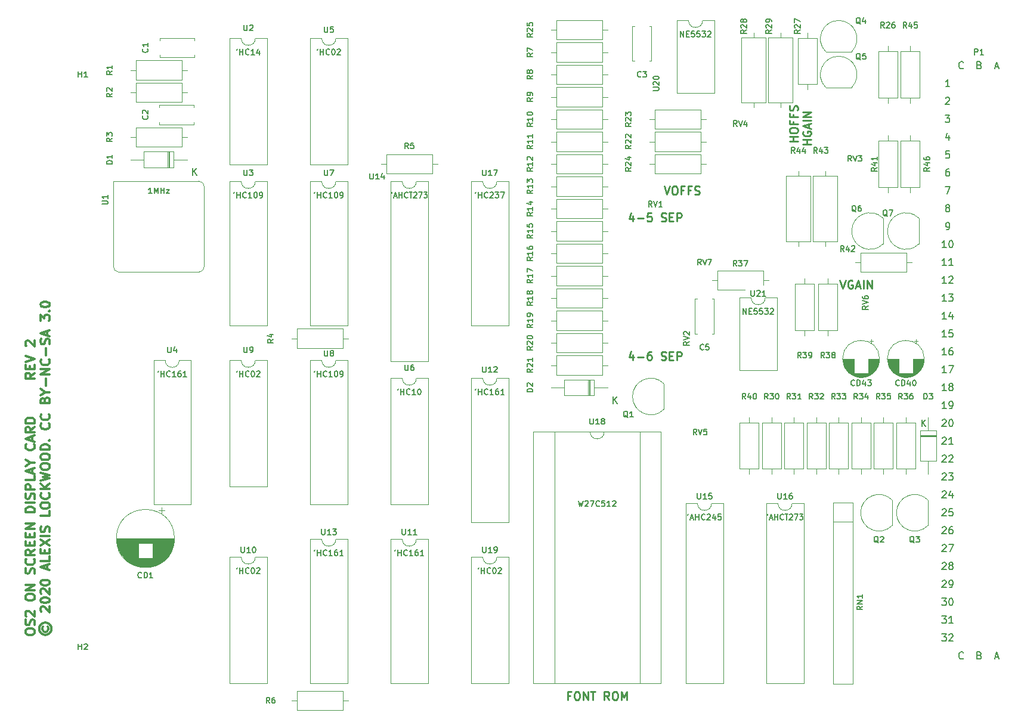
<source format=gto>
G04 #@! TF.GenerationSoftware,KiCad,Pcbnew,(5.99.0-2039-g05a89863c)*
G04 #@! TF.CreationDate,2020-06-29T23:33:07-06:00*
G04 #@! TF.ProjectId,gfx,6766782e-6b69-4636-9164-5f7063625858,rev?*
G04 #@! TF.SameCoordinates,Original*
G04 #@! TF.FileFunction,Legend,Top*
G04 #@! TF.FilePolarity,Positive*
%FSLAX46Y46*%
G04 Gerber Fmt 4.6, Leading zero omitted, Abs format (unit mm)*
G04 Created by KiCad (PCBNEW (5.99.0-2039-g05a89863c)) date 2020-06-29 23:33:07*
%MOMM*%
%LPD*%
G01*
G04 APERTURE LIST*
%ADD10C,0.304800*%
%ADD11C,0.254000*%
%ADD12C,0.200000*%
%ADD13C,0.152400*%
%ADD14C,0.150000*%
%ADD15C,0.120000*%
%ADD16O,1.600000X1.600000*%
%ADD17C,1.600000*%
%ADD18R,1.600000X1.600000*%
%ADD19C,0.800000*%
%ADD20C,6.400000*%
%ADD21R,1.300000X1.300000*%
%ADD22C,1.300000*%
%ADD23C,2.800000*%
%ADD24C,1.700000*%
%ADD25R,1.700000X1.700000*%
%ADD26O,2.400000X1.600000*%
%ADD27R,2.400000X1.600000*%
%ADD28C,2.000000*%
%ADD29C,1.270000*%
G04 APERTURE END LIST*
D10*
X106798460Y-118615822D02*
X106798460Y-118364241D01*
X106861356Y-118238451D01*
X106987146Y-118112660D01*
X107238727Y-118049765D01*
X107678994Y-118049765D01*
X107930575Y-118112660D01*
X108056365Y-118238451D01*
X108119260Y-118364241D01*
X108119260Y-118615822D01*
X108056365Y-118741613D01*
X107930575Y-118867403D01*
X107678994Y-118930299D01*
X107238727Y-118930299D01*
X106987146Y-118867403D01*
X106861356Y-118741613D01*
X106798460Y-118615822D01*
X108056365Y-117546603D02*
X108119260Y-117357918D01*
X108119260Y-117043441D01*
X108056365Y-116917651D01*
X107993470Y-116854756D01*
X107867679Y-116791860D01*
X107741889Y-116791860D01*
X107616098Y-116854756D01*
X107553203Y-116917651D01*
X107490308Y-117043441D01*
X107427413Y-117295022D01*
X107364517Y-117420813D01*
X107301622Y-117483708D01*
X107175832Y-117546603D01*
X107050041Y-117546603D01*
X106924251Y-117483708D01*
X106861356Y-117420813D01*
X106798460Y-117295022D01*
X106798460Y-116980546D01*
X106861356Y-116791860D01*
X106924251Y-116288699D02*
X106861356Y-116225803D01*
X106798460Y-116100013D01*
X106798460Y-115785537D01*
X106861356Y-115659746D01*
X106924251Y-115596851D01*
X107050041Y-115533956D01*
X107175832Y-115533956D01*
X107364517Y-115596851D01*
X108119260Y-116351594D01*
X108119260Y-115533956D01*
X106798460Y-113709994D02*
X106798460Y-113458413D01*
X106861356Y-113332622D01*
X106987146Y-113206832D01*
X107238727Y-113143937D01*
X107678994Y-113143937D01*
X107930575Y-113206832D01*
X108056365Y-113332622D01*
X108119260Y-113458413D01*
X108119260Y-113709994D01*
X108056365Y-113835784D01*
X107930575Y-113961575D01*
X107678994Y-114024470D01*
X107238727Y-114024470D01*
X106987146Y-113961575D01*
X106861356Y-113835784D01*
X106798460Y-113709994D01*
X108119260Y-112577880D02*
X106798460Y-112577880D01*
X108119260Y-111823137D01*
X106798460Y-111823137D01*
X108056365Y-110250756D02*
X108119260Y-110062070D01*
X108119260Y-109747594D01*
X108056365Y-109621803D01*
X107993470Y-109558908D01*
X107867679Y-109496013D01*
X107741889Y-109496013D01*
X107616098Y-109558908D01*
X107553203Y-109621803D01*
X107490308Y-109747594D01*
X107427413Y-109999175D01*
X107364517Y-110124965D01*
X107301622Y-110187860D01*
X107175832Y-110250756D01*
X107050041Y-110250756D01*
X106924251Y-110187860D01*
X106861356Y-110124965D01*
X106798460Y-109999175D01*
X106798460Y-109684699D01*
X106861356Y-109496013D01*
X107993470Y-108175213D02*
X108056365Y-108238108D01*
X108119260Y-108426794D01*
X108119260Y-108552584D01*
X108056365Y-108741270D01*
X107930575Y-108867060D01*
X107804784Y-108929956D01*
X107553203Y-108992851D01*
X107364517Y-108992851D01*
X107112936Y-108929956D01*
X106987146Y-108867060D01*
X106861356Y-108741270D01*
X106798460Y-108552584D01*
X106798460Y-108426794D01*
X106861356Y-108238108D01*
X106924251Y-108175213D01*
X108119260Y-106854413D02*
X107490308Y-107294680D01*
X108119260Y-107609156D02*
X106798460Y-107609156D01*
X106798460Y-107105994D01*
X106861356Y-106980203D01*
X106924251Y-106917308D01*
X107050041Y-106854413D01*
X107238727Y-106854413D01*
X107364517Y-106917308D01*
X107427413Y-106980203D01*
X107490308Y-107105994D01*
X107490308Y-107609156D01*
X107427413Y-106288356D02*
X107427413Y-105848089D01*
X108119260Y-105659403D02*
X108119260Y-106288356D01*
X106798460Y-106288356D01*
X106798460Y-105659403D01*
X107427413Y-105093346D02*
X107427413Y-104653080D01*
X108119260Y-104464394D02*
X108119260Y-105093346D01*
X106798460Y-105093346D01*
X106798460Y-104464394D01*
X108119260Y-103898337D02*
X106798460Y-103898337D01*
X108119260Y-103143594D01*
X106798460Y-103143594D01*
X108119260Y-101508318D02*
X106798460Y-101508318D01*
X106798460Y-101193841D01*
X106861356Y-101005156D01*
X106987146Y-100879365D01*
X107112936Y-100816470D01*
X107364517Y-100753575D01*
X107553203Y-100753575D01*
X107804784Y-100816470D01*
X107930575Y-100879365D01*
X108056365Y-101005156D01*
X108119260Y-101193841D01*
X108119260Y-101508318D01*
X108119260Y-100187518D02*
X106798460Y-100187518D01*
X108056365Y-99621460D02*
X108119260Y-99432775D01*
X108119260Y-99118299D01*
X108056365Y-98992508D01*
X107993470Y-98929613D01*
X107867679Y-98866718D01*
X107741889Y-98866718D01*
X107616098Y-98929613D01*
X107553203Y-98992508D01*
X107490308Y-99118299D01*
X107427413Y-99369880D01*
X107364517Y-99495670D01*
X107301622Y-99558565D01*
X107175832Y-99621460D01*
X107050041Y-99621460D01*
X106924251Y-99558565D01*
X106861356Y-99495670D01*
X106798460Y-99369880D01*
X106798460Y-99055403D01*
X106861356Y-98866718D01*
X108119260Y-98300660D02*
X106798460Y-98300660D01*
X106798460Y-97797499D01*
X106861356Y-97671708D01*
X106924251Y-97608813D01*
X107050041Y-97545918D01*
X107238727Y-97545918D01*
X107364517Y-97608813D01*
X107427413Y-97671708D01*
X107490308Y-97797499D01*
X107490308Y-98300660D01*
X108119260Y-96350908D02*
X108119260Y-96979860D01*
X106798460Y-96979860D01*
X107741889Y-95973537D02*
X107741889Y-95344584D01*
X108119260Y-96099327D02*
X106798460Y-95659060D01*
X108119260Y-95218794D01*
X107490308Y-94526946D02*
X108119260Y-94526946D01*
X106798460Y-94967213D02*
X107490308Y-94526946D01*
X106798460Y-94086680D01*
X107993470Y-91885346D02*
X108056365Y-91948241D01*
X108119260Y-92136927D01*
X108119260Y-92262718D01*
X108056365Y-92451403D01*
X107930575Y-92577194D01*
X107804784Y-92640089D01*
X107553203Y-92702984D01*
X107364517Y-92702984D01*
X107112936Y-92640089D01*
X106987146Y-92577194D01*
X106861356Y-92451403D01*
X106798460Y-92262718D01*
X106798460Y-92136927D01*
X106861356Y-91948241D01*
X106924251Y-91885346D01*
X107741889Y-91382184D02*
X107741889Y-90753232D01*
X108119260Y-91507975D02*
X106798460Y-91067708D01*
X108119260Y-90627441D01*
X108119260Y-89432432D02*
X107490308Y-89872699D01*
X108119260Y-90187175D02*
X106798460Y-90187175D01*
X106798460Y-89684013D01*
X106861356Y-89558222D01*
X106924251Y-89495327D01*
X107050041Y-89432432D01*
X107238727Y-89432432D01*
X107364517Y-89495327D01*
X107427413Y-89558222D01*
X107490308Y-89684013D01*
X107490308Y-90187175D01*
X108119260Y-88866375D02*
X106798460Y-88866375D01*
X106798460Y-88551899D01*
X106861356Y-88363213D01*
X106987146Y-88237422D01*
X107112936Y-88174527D01*
X107364517Y-88111632D01*
X107553203Y-88111632D01*
X107804784Y-88174527D01*
X107930575Y-88237422D01*
X108056365Y-88363213D01*
X108119260Y-88551899D01*
X108119260Y-88866375D01*
X108119260Y-81759213D02*
X107490308Y-82199480D01*
X108119260Y-82513956D02*
X106798460Y-82513956D01*
X106798460Y-82010794D01*
X106861356Y-81885003D01*
X106924251Y-81822108D01*
X107050041Y-81759213D01*
X107238727Y-81759213D01*
X107364517Y-81822108D01*
X107427413Y-81885003D01*
X107490308Y-82010794D01*
X107490308Y-82513956D01*
X107427413Y-81193156D02*
X107427413Y-80752889D01*
X108119260Y-80564203D02*
X108119260Y-81193156D01*
X106798460Y-81193156D01*
X106798460Y-80564203D01*
X106798460Y-80186832D02*
X108119260Y-79746565D01*
X106798460Y-79306299D01*
X106924251Y-77922603D02*
X106861356Y-77859708D01*
X106798460Y-77733918D01*
X106798460Y-77419441D01*
X106861356Y-77293651D01*
X106924251Y-77230756D01*
X107050041Y-77167860D01*
X107175832Y-77167860D01*
X107364517Y-77230756D01*
X108119260Y-77985499D01*
X108119260Y-77167860D01*
X109239424Y-117798184D02*
X109176529Y-117923975D01*
X109176529Y-118175556D01*
X109239424Y-118301346D01*
X109365215Y-118427137D01*
X109491005Y-118490032D01*
X109742586Y-118490032D01*
X109868377Y-118427137D01*
X109994167Y-118301346D01*
X110057063Y-118175556D01*
X110057063Y-117923975D01*
X109994167Y-117798184D01*
X108736263Y-118049765D02*
X108799158Y-118364241D01*
X108987844Y-118678718D01*
X109302320Y-118867403D01*
X109616796Y-118930299D01*
X109931272Y-118867403D01*
X110245748Y-118678718D01*
X110434434Y-118364241D01*
X110497329Y-118049765D01*
X110434434Y-117735289D01*
X110245748Y-117420813D01*
X109931272Y-117232127D01*
X109616796Y-117169232D01*
X109302320Y-117232127D01*
X108987844Y-117420813D01*
X108799158Y-117735289D01*
X108736263Y-118049765D01*
X109050739Y-115659746D02*
X108987844Y-115596851D01*
X108924948Y-115471060D01*
X108924948Y-115156584D01*
X108987844Y-115030794D01*
X109050739Y-114967899D01*
X109176529Y-114905003D01*
X109302320Y-114905003D01*
X109491005Y-114967899D01*
X110245748Y-115722641D01*
X110245748Y-114905003D01*
X108924948Y-114087365D02*
X108924948Y-113961575D01*
X108987844Y-113835784D01*
X109050739Y-113772889D01*
X109176529Y-113709994D01*
X109428110Y-113647099D01*
X109742586Y-113647099D01*
X109994167Y-113709994D01*
X110119958Y-113772889D01*
X110182853Y-113835784D01*
X110245748Y-113961575D01*
X110245748Y-114087365D01*
X110182853Y-114213156D01*
X110119958Y-114276051D01*
X109994167Y-114338946D01*
X109742586Y-114401841D01*
X109428110Y-114401841D01*
X109176529Y-114338946D01*
X109050739Y-114276051D01*
X108987844Y-114213156D01*
X108924948Y-114087365D01*
X109050739Y-113143937D02*
X108987844Y-113081041D01*
X108924948Y-112955251D01*
X108924948Y-112640775D01*
X108987844Y-112514984D01*
X109050739Y-112452089D01*
X109176529Y-112389194D01*
X109302320Y-112389194D01*
X109491005Y-112452089D01*
X110245748Y-113206832D01*
X110245748Y-112389194D01*
X108924948Y-111571556D02*
X108924948Y-111445765D01*
X108987844Y-111319975D01*
X109050739Y-111257080D01*
X109176529Y-111194184D01*
X109428110Y-111131289D01*
X109742586Y-111131289D01*
X109994167Y-111194184D01*
X110119958Y-111257080D01*
X110182853Y-111319975D01*
X110245748Y-111445765D01*
X110245748Y-111571556D01*
X110182853Y-111697346D01*
X110119958Y-111760241D01*
X109994167Y-111823137D01*
X109742586Y-111886032D01*
X109428110Y-111886032D01*
X109176529Y-111823137D01*
X109050739Y-111760241D01*
X108987844Y-111697346D01*
X108924948Y-111571556D01*
X109868377Y-109621803D02*
X109868377Y-108992851D01*
X110245748Y-109747594D02*
X108924948Y-109307327D01*
X110245748Y-108867060D01*
X110245748Y-107797841D02*
X110245748Y-108426794D01*
X108924948Y-108426794D01*
X109553901Y-107357575D02*
X109553901Y-106917308D01*
X110245748Y-106728622D02*
X110245748Y-107357575D01*
X108924948Y-107357575D01*
X108924948Y-106728622D01*
X108924948Y-106288356D02*
X110245748Y-105407822D01*
X108924948Y-105407822D02*
X110245748Y-106288356D01*
X110245748Y-104904660D02*
X108924948Y-104904660D01*
X110182853Y-104338603D02*
X110245748Y-104149918D01*
X110245748Y-103835441D01*
X110182853Y-103709651D01*
X110119958Y-103646756D01*
X109994167Y-103583860D01*
X109868377Y-103583860D01*
X109742586Y-103646756D01*
X109679691Y-103709651D01*
X109616796Y-103835441D01*
X109553901Y-104087022D01*
X109491005Y-104212813D01*
X109428110Y-104275708D01*
X109302320Y-104338603D01*
X109176529Y-104338603D01*
X109050739Y-104275708D01*
X108987844Y-104212813D01*
X108924948Y-104087022D01*
X108924948Y-103772546D01*
X108987844Y-103583860D01*
X110245748Y-101382527D02*
X110245748Y-102011480D01*
X108924948Y-102011480D01*
X108924948Y-100690680D02*
X108924948Y-100439099D01*
X108987844Y-100313308D01*
X109113634Y-100187518D01*
X109365215Y-100124622D01*
X109805482Y-100124622D01*
X110057063Y-100187518D01*
X110182853Y-100313308D01*
X110245748Y-100439099D01*
X110245748Y-100690680D01*
X110182853Y-100816470D01*
X110057063Y-100942260D01*
X109805482Y-101005156D01*
X109365215Y-101005156D01*
X109113634Y-100942260D01*
X108987844Y-100816470D01*
X108924948Y-100690680D01*
X110119958Y-98803822D02*
X110182853Y-98866718D01*
X110245748Y-99055403D01*
X110245748Y-99181194D01*
X110182853Y-99369880D01*
X110057063Y-99495670D01*
X109931272Y-99558565D01*
X109679691Y-99621460D01*
X109491005Y-99621460D01*
X109239424Y-99558565D01*
X109113634Y-99495670D01*
X108987844Y-99369880D01*
X108924948Y-99181194D01*
X108924948Y-99055403D01*
X108987844Y-98866718D01*
X109050739Y-98803822D01*
X110245748Y-98237765D02*
X108924948Y-98237765D01*
X110245748Y-97483022D02*
X109491005Y-98049080D01*
X108924948Y-97483022D02*
X109679691Y-98237765D01*
X108924948Y-97042756D02*
X110245748Y-96728280D01*
X109302320Y-96476699D01*
X110245748Y-96225118D01*
X108924948Y-95910641D01*
X108924948Y-95155899D02*
X108924948Y-94904318D01*
X108987844Y-94778527D01*
X109113634Y-94652737D01*
X109365215Y-94589841D01*
X109805482Y-94589841D01*
X110057063Y-94652737D01*
X110182853Y-94778527D01*
X110245748Y-94904318D01*
X110245748Y-95155899D01*
X110182853Y-95281689D01*
X110057063Y-95407480D01*
X109805482Y-95470375D01*
X109365215Y-95470375D01*
X109113634Y-95407480D01*
X108987844Y-95281689D01*
X108924948Y-95155899D01*
X108924948Y-93772203D02*
X108924948Y-93520622D01*
X108987844Y-93394832D01*
X109113634Y-93269041D01*
X109365215Y-93206146D01*
X109805482Y-93206146D01*
X110057063Y-93269041D01*
X110182853Y-93394832D01*
X110245748Y-93520622D01*
X110245748Y-93772203D01*
X110182853Y-93897994D01*
X110057063Y-94023784D01*
X109805482Y-94086680D01*
X109365215Y-94086680D01*
X109113634Y-94023784D01*
X108987844Y-93897994D01*
X108924948Y-93772203D01*
X110245748Y-92640089D02*
X108924948Y-92640089D01*
X108924948Y-92325613D01*
X108987844Y-92136927D01*
X109113634Y-92011137D01*
X109239424Y-91948241D01*
X109491005Y-91885346D01*
X109679691Y-91885346D01*
X109931272Y-91948241D01*
X110057063Y-92011137D01*
X110182853Y-92136927D01*
X110245748Y-92325613D01*
X110245748Y-92640089D01*
X110119958Y-91319289D02*
X110182853Y-91256394D01*
X110245748Y-91319289D01*
X110182853Y-91382184D01*
X110119958Y-91319289D01*
X110245748Y-91319289D01*
X110119958Y-88929270D02*
X110182853Y-88992165D01*
X110245748Y-89180851D01*
X110245748Y-89306641D01*
X110182853Y-89495327D01*
X110057063Y-89621118D01*
X109931272Y-89684013D01*
X109679691Y-89746908D01*
X109491005Y-89746908D01*
X109239424Y-89684013D01*
X109113634Y-89621118D01*
X108987844Y-89495327D01*
X108924948Y-89306641D01*
X108924948Y-89180851D01*
X108987844Y-88992165D01*
X109050739Y-88929270D01*
X110119958Y-87608470D02*
X110182853Y-87671365D01*
X110245748Y-87860051D01*
X110245748Y-87985841D01*
X110182853Y-88174527D01*
X110057063Y-88300318D01*
X109931272Y-88363213D01*
X109679691Y-88426108D01*
X109491005Y-88426108D01*
X109239424Y-88363213D01*
X109113634Y-88300318D01*
X108987844Y-88174527D01*
X108924948Y-87985841D01*
X108924948Y-87860051D01*
X108987844Y-87671365D01*
X109050739Y-87608470D01*
X109553901Y-85595822D02*
X109616796Y-85407137D01*
X109679691Y-85344241D01*
X109805482Y-85281346D01*
X109994167Y-85281346D01*
X110119958Y-85344241D01*
X110182853Y-85407137D01*
X110245748Y-85532927D01*
X110245748Y-86036089D01*
X108924948Y-86036089D01*
X108924948Y-85595822D01*
X108987844Y-85470032D01*
X109050739Y-85407137D01*
X109176529Y-85344241D01*
X109302320Y-85344241D01*
X109428110Y-85407137D01*
X109491005Y-85470032D01*
X109553901Y-85595822D01*
X109553901Y-86036089D01*
X109616796Y-84463708D02*
X110245748Y-84463708D01*
X108924948Y-84903975D02*
X109616796Y-84463708D01*
X108924948Y-84023441D01*
X109742586Y-83583175D02*
X109742586Y-82576851D01*
X110245748Y-81947899D02*
X108924948Y-81947899D01*
X110245748Y-81193156D01*
X108924948Y-81193156D01*
X110119958Y-79809460D02*
X110182853Y-79872356D01*
X110245748Y-80061041D01*
X110245748Y-80186832D01*
X110182853Y-80375518D01*
X110057063Y-80501308D01*
X109931272Y-80564203D01*
X109679691Y-80627099D01*
X109491005Y-80627099D01*
X109239424Y-80564203D01*
X109113634Y-80501308D01*
X108987844Y-80375518D01*
X108924948Y-80186832D01*
X108924948Y-80061041D01*
X108987844Y-79872356D01*
X109050739Y-79809460D01*
X109742586Y-79243403D02*
X109742586Y-78237080D01*
X110182853Y-77671022D02*
X110245748Y-77482337D01*
X110245748Y-77167860D01*
X110182853Y-77042070D01*
X110119958Y-76979175D01*
X109994167Y-76916280D01*
X109868377Y-76916280D01*
X109742586Y-76979175D01*
X109679691Y-77042070D01*
X109616796Y-77167860D01*
X109553901Y-77419441D01*
X109491005Y-77545232D01*
X109428110Y-77608127D01*
X109302320Y-77671022D01*
X109176529Y-77671022D01*
X109050739Y-77608127D01*
X108987844Y-77545232D01*
X108924948Y-77419441D01*
X108924948Y-77104965D01*
X108987844Y-76916280D01*
X109868377Y-76413118D02*
X109868377Y-75784165D01*
X110245748Y-76538908D02*
X108924948Y-76098641D01*
X110245748Y-75658375D01*
X108924948Y-74337575D02*
X108924948Y-73519937D01*
X109428110Y-73960203D01*
X109428110Y-73771518D01*
X109491005Y-73645727D01*
X109553901Y-73582832D01*
X109679691Y-73519937D01*
X109994167Y-73519937D01*
X110119958Y-73582832D01*
X110182853Y-73645727D01*
X110245748Y-73771518D01*
X110245748Y-74148889D01*
X110182853Y-74274680D01*
X110119958Y-74337575D01*
X110119958Y-72953880D02*
X110182853Y-72890984D01*
X110245748Y-72953880D01*
X110182853Y-73016775D01*
X110119958Y-72953880D01*
X110245748Y-72953880D01*
X108924948Y-72073346D02*
X108924948Y-71947556D01*
X108987844Y-71821765D01*
X109050739Y-71758870D01*
X109176529Y-71695975D01*
X109428110Y-71633080D01*
X109742586Y-71633080D01*
X109994167Y-71695975D01*
X110119958Y-71758870D01*
X110182853Y-71821765D01*
X110245748Y-71947556D01*
X110245748Y-72073346D01*
X110182853Y-72199137D01*
X110119958Y-72262032D01*
X109994167Y-72324927D01*
X109742586Y-72387822D01*
X109428110Y-72387822D01*
X109176529Y-72324927D01*
X109050739Y-72262032D01*
X108987844Y-72199137D01*
X108924948Y-72073346D01*
D11*
X222425380Y-68575161D02*
X222814847Y-69743561D01*
X223204314Y-68575161D01*
X224205800Y-68630800D02*
X224094523Y-68575161D01*
X223927609Y-68575161D01*
X223760695Y-68630800D01*
X223649419Y-68742076D01*
X223593780Y-68853352D01*
X223538142Y-69075904D01*
X223538142Y-69242819D01*
X223593780Y-69465371D01*
X223649419Y-69576647D01*
X223760695Y-69687923D01*
X223927609Y-69743561D01*
X224038885Y-69743561D01*
X224205800Y-69687923D01*
X224261438Y-69632285D01*
X224261438Y-69242819D01*
X224038885Y-69242819D01*
X224706542Y-69409733D02*
X225262923Y-69409733D01*
X224595266Y-69743561D02*
X224984733Y-68575161D01*
X225374200Y-69743561D01*
X225763666Y-69743561D02*
X225763666Y-68575161D01*
X226320047Y-69743561D02*
X226320047Y-68575161D01*
X226987704Y-69743561D01*
X226987704Y-68575161D01*
X218333561Y-49298980D02*
X217165161Y-49298980D01*
X217721542Y-49298980D02*
X217721542Y-48631323D01*
X218333561Y-48631323D02*
X217165161Y-48631323D01*
X217220800Y-47462923D02*
X217165161Y-47574200D01*
X217165161Y-47741114D01*
X217220800Y-47908028D01*
X217332076Y-48019304D01*
X217443352Y-48074942D01*
X217665904Y-48130580D01*
X217832819Y-48130580D01*
X218055371Y-48074942D01*
X218166647Y-48019304D01*
X218277923Y-47908028D01*
X218333561Y-47741114D01*
X218333561Y-47629838D01*
X218277923Y-47462923D01*
X218222285Y-47407285D01*
X217832819Y-47407285D01*
X217832819Y-47629838D01*
X217999733Y-46962180D02*
X217999733Y-46405800D01*
X218333561Y-47073457D02*
X217165161Y-46683990D01*
X218333561Y-46294523D01*
X218333561Y-45905057D02*
X217165161Y-45905057D01*
X218333561Y-45348676D02*
X217165161Y-45348676D01*
X218333561Y-44681019D01*
X217165161Y-44681019D01*
X216428561Y-48858714D02*
X215260161Y-48858714D01*
X215816542Y-48858714D02*
X215816542Y-48191057D01*
X216428561Y-48191057D02*
X215260161Y-48191057D01*
X215260161Y-47412123D02*
X215260161Y-47189571D01*
X215315800Y-47078295D01*
X215427076Y-46967019D01*
X215649628Y-46911380D01*
X216039095Y-46911380D01*
X216261647Y-46967019D01*
X216372923Y-47078295D01*
X216428561Y-47189571D01*
X216428561Y-47412123D01*
X216372923Y-47523400D01*
X216261647Y-47634676D01*
X216039095Y-47690314D01*
X215649628Y-47690314D01*
X215427076Y-47634676D01*
X215315800Y-47523400D01*
X215260161Y-47412123D01*
X215816542Y-46021171D02*
X215816542Y-46410638D01*
X216428561Y-46410638D02*
X215260161Y-46410638D01*
X215260161Y-45854257D01*
X215816542Y-45019685D02*
X215816542Y-45409152D01*
X216428561Y-45409152D02*
X215260161Y-45409152D01*
X215260161Y-44852771D01*
X216372923Y-44463304D02*
X216428561Y-44296390D01*
X216428561Y-44018200D01*
X216372923Y-43906923D01*
X216317285Y-43851285D01*
X216206009Y-43795647D01*
X216094733Y-43795647D01*
X215983457Y-43851285D01*
X215927819Y-43906923D01*
X215872180Y-44018200D01*
X215816542Y-44240752D01*
X215760904Y-44352028D01*
X215705266Y-44407666D01*
X215593990Y-44463304D01*
X215482714Y-44463304D01*
X215371438Y-44407666D01*
X215315800Y-44352028D01*
X215260161Y-44240752D01*
X215260161Y-43962561D01*
X215315800Y-43795647D01*
X197465647Y-55240161D02*
X197855114Y-56408561D01*
X198244580Y-55240161D01*
X198856600Y-55240161D02*
X199079152Y-55240161D01*
X199190428Y-55295800D01*
X199301704Y-55407076D01*
X199357342Y-55629628D01*
X199357342Y-56019095D01*
X199301704Y-56241647D01*
X199190428Y-56352923D01*
X199079152Y-56408561D01*
X198856600Y-56408561D01*
X198745323Y-56352923D01*
X198634047Y-56241647D01*
X198578409Y-56019095D01*
X198578409Y-55629628D01*
X198634047Y-55407076D01*
X198745323Y-55295800D01*
X198856600Y-55240161D01*
X200247552Y-55796542D02*
X199858085Y-55796542D01*
X199858085Y-56408561D02*
X199858085Y-55240161D01*
X200414466Y-55240161D01*
X201249038Y-55796542D02*
X200859571Y-55796542D01*
X200859571Y-56408561D02*
X200859571Y-55240161D01*
X201415952Y-55240161D01*
X201805419Y-56352923D02*
X201972333Y-56408561D01*
X202250523Y-56408561D01*
X202361800Y-56352923D01*
X202417438Y-56297285D01*
X202473076Y-56186009D01*
X202473076Y-56074733D01*
X202417438Y-55963457D01*
X202361800Y-55907819D01*
X202250523Y-55852180D01*
X202027971Y-55796542D01*
X201916695Y-55740904D01*
X201861057Y-55685266D01*
X201805419Y-55573990D01*
X201805419Y-55462714D01*
X201861057Y-55351438D01*
X201916695Y-55295800D01*
X202027971Y-55240161D01*
X202306161Y-55240161D01*
X202473076Y-55295800D01*
X193043628Y-79124628D02*
X193043628Y-79903561D01*
X192765438Y-78679523D02*
X192487247Y-79514095D01*
X193210542Y-79514095D01*
X193655647Y-79458457D02*
X194545857Y-79458457D01*
X195602980Y-78735161D02*
X195380428Y-78735161D01*
X195269152Y-78790800D01*
X195213514Y-78846438D01*
X195102238Y-79013352D01*
X195046600Y-79235904D01*
X195046600Y-79681009D01*
X195102238Y-79792285D01*
X195157876Y-79847923D01*
X195269152Y-79903561D01*
X195491704Y-79903561D01*
X195602980Y-79847923D01*
X195658619Y-79792285D01*
X195714257Y-79681009D01*
X195714257Y-79402819D01*
X195658619Y-79291542D01*
X195602980Y-79235904D01*
X195491704Y-79180266D01*
X195269152Y-79180266D01*
X195157876Y-79235904D01*
X195102238Y-79291542D01*
X195046600Y-79402819D01*
X197049571Y-79847923D02*
X197216485Y-79903561D01*
X197494676Y-79903561D01*
X197605952Y-79847923D01*
X197661590Y-79792285D01*
X197717228Y-79681009D01*
X197717228Y-79569733D01*
X197661590Y-79458457D01*
X197605952Y-79402819D01*
X197494676Y-79347180D01*
X197272123Y-79291542D01*
X197160847Y-79235904D01*
X197105209Y-79180266D01*
X197049571Y-79068990D01*
X197049571Y-78957714D01*
X197105209Y-78846438D01*
X197160847Y-78790800D01*
X197272123Y-78735161D01*
X197550314Y-78735161D01*
X197717228Y-78790800D01*
X198217971Y-79291542D02*
X198607438Y-79291542D01*
X198774352Y-79903561D02*
X198217971Y-79903561D01*
X198217971Y-78735161D01*
X198774352Y-78735161D01*
X199275095Y-79903561D02*
X199275095Y-78735161D01*
X199720200Y-78735161D01*
X199831476Y-78790800D01*
X199887114Y-78846438D01*
X199942752Y-78957714D01*
X199942752Y-79124628D01*
X199887114Y-79235904D01*
X199831476Y-79291542D01*
X199720200Y-79347180D01*
X199275095Y-79347180D01*
X193043628Y-59439628D02*
X193043628Y-60218561D01*
X192765438Y-58994523D02*
X192487247Y-59829095D01*
X193210542Y-59829095D01*
X193655647Y-59773457D02*
X194545857Y-59773457D01*
X195658619Y-59050161D02*
X195102238Y-59050161D01*
X195046600Y-59606542D01*
X195102238Y-59550904D01*
X195213514Y-59495266D01*
X195491704Y-59495266D01*
X195602980Y-59550904D01*
X195658619Y-59606542D01*
X195714257Y-59717819D01*
X195714257Y-59996009D01*
X195658619Y-60107285D01*
X195602980Y-60162923D01*
X195491704Y-60218561D01*
X195213514Y-60218561D01*
X195102238Y-60162923D01*
X195046600Y-60107285D01*
X197049571Y-60162923D02*
X197216485Y-60218561D01*
X197494676Y-60218561D01*
X197605952Y-60162923D01*
X197661590Y-60107285D01*
X197717228Y-59996009D01*
X197717228Y-59884733D01*
X197661590Y-59773457D01*
X197605952Y-59717819D01*
X197494676Y-59662180D01*
X197272123Y-59606542D01*
X197160847Y-59550904D01*
X197105209Y-59495266D01*
X197049571Y-59383990D01*
X197049571Y-59272714D01*
X197105209Y-59161438D01*
X197160847Y-59105800D01*
X197272123Y-59050161D01*
X197550314Y-59050161D01*
X197717228Y-59105800D01*
X198217971Y-59606542D02*
X198607438Y-59606542D01*
X198774352Y-60218561D02*
X198217971Y-60218561D01*
X198217971Y-59050161D01*
X198774352Y-59050161D01*
X199275095Y-60218561D02*
X199275095Y-59050161D01*
X199720200Y-59050161D01*
X199831476Y-59105800D01*
X199887114Y-59161438D01*
X199942752Y-59272714D01*
X199942752Y-59439628D01*
X199887114Y-59550904D01*
X199831476Y-59606542D01*
X199720200Y-59662180D01*
X199275095Y-59662180D01*
X184148790Y-127551542D02*
X183759323Y-127551542D01*
X183759323Y-128163561D02*
X183759323Y-126995161D01*
X184315704Y-126995161D01*
X184983361Y-126995161D02*
X185205914Y-126995161D01*
X185317190Y-127050800D01*
X185428466Y-127162076D01*
X185484104Y-127384628D01*
X185484104Y-127774095D01*
X185428466Y-127996647D01*
X185317190Y-128107923D01*
X185205914Y-128163561D01*
X184983361Y-128163561D01*
X184872085Y-128107923D01*
X184760809Y-127996647D01*
X184705171Y-127774095D01*
X184705171Y-127384628D01*
X184760809Y-127162076D01*
X184872085Y-127050800D01*
X184983361Y-126995161D01*
X185984847Y-128163561D02*
X185984847Y-126995161D01*
X186652504Y-128163561D01*
X186652504Y-126995161D01*
X187041971Y-126995161D02*
X187709628Y-126995161D01*
X187375800Y-128163561D02*
X187375800Y-126995161D01*
X189656961Y-128163561D02*
X189267495Y-127607180D01*
X188989304Y-128163561D02*
X188989304Y-126995161D01*
X189434409Y-126995161D01*
X189545685Y-127050800D01*
X189601323Y-127106438D01*
X189656961Y-127217714D01*
X189656961Y-127384628D01*
X189601323Y-127495904D01*
X189545685Y-127551542D01*
X189434409Y-127607180D01*
X188989304Y-127607180D01*
X190380257Y-126995161D02*
X190602809Y-126995161D01*
X190714085Y-127050800D01*
X190825361Y-127162076D01*
X190881000Y-127384628D01*
X190881000Y-127774095D01*
X190825361Y-127996647D01*
X190714085Y-128107923D01*
X190602809Y-128163561D01*
X190380257Y-128163561D01*
X190268980Y-128107923D01*
X190157704Y-127996647D01*
X190102066Y-127774095D01*
X190102066Y-127384628D01*
X190157704Y-127162076D01*
X190268980Y-127050800D01*
X190380257Y-126995161D01*
X191381742Y-128163561D02*
X191381742Y-126995161D01*
X191771209Y-127829733D01*
X192160676Y-126995161D01*
X192160676Y-128163561D01*
D12*
X242231428Y-121838571D02*
X242374285Y-121886190D01*
X242421904Y-121933809D01*
X242469523Y-122029047D01*
X242469523Y-122171904D01*
X242421904Y-122267142D01*
X242374285Y-122314761D01*
X242279047Y-122362380D01*
X241898095Y-122362380D01*
X241898095Y-121362380D01*
X242231428Y-121362380D01*
X242326666Y-121410000D01*
X242374285Y-121457619D01*
X242421904Y-121552857D01*
X242421904Y-121648095D01*
X242374285Y-121743333D01*
X242326666Y-121790952D01*
X242231428Y-121838571D01*
X241898095Y-121838571D01*
X244461904Y-122076666D02*
X244938095Y-122076666D01*
X244366666Y-122362380D02*
X244700000Y-121362380D01*
X245033333Y-122362380D01*
X237953095Y-50242380D02*
X237476904Y-50242380D01*
X237429285Y-50718571D01*
X237476904Y-50670952D01*
X237572142Y-50623333D01*
X237810238Y-50623333D01*
X237905476Y-50670952D01*
X237953095Y-50718571D01*
X238000714Y-50813809D01*
X238000714Y-51051904D01*
X237953095Y-51147142D01*
X237905476Y-51194761D01*
X237810238Y-51242380D01*
X237572142Y-51242380D01*
X237476904Y-51194761D01*
X237429285Y-51147142D01*
X237619761Y-58290952D02*
X237524523Y-58243333D01*
X237476904Y-58195714D01*
X237429285Y-58100476D01*
X237429285Y-58052857D01*
X237476904Y-57957619D01*
X237524523Y-57910000D01*
X237619761Y-57862380D01*
X237810238Y-57862380D01*
X237905476Y-57910000D01*
X237953095Y-57957619D01*
X238000714Y-58052857D01*
X238000714Y-58100476D01*
X237953095Y-58195714D01*
X237905476Y-58243333D01*
X237810238Y-58290952D01*
X237619761Y-58290952D01*
X237524523Y-58338571D01*
X237476904Y-58386190D01*
X237429285Y-58481428D01*
X237429285Y-58671904D01*
X237476904Y-58767142D01*
X237524523Y-58814761D01*
X237619761Y-58862380D01*
X237810238Y-58862380D01*
X237905476Y-58814761D01*
X237953095Y-58767142D01*
X238000714Y-58671904D01*
X238000714Y-58481428D01*
X237953095Y-58386190D01*
X237905476Y-58338571D01*
X237810238Y-58290952D01*
X236953095Y-103677619D02*
X237000714Y-103630000D01*
X237095952Y-103582380D01*
X237334047Y-103582380D01*
X237429285Y-103630000D01*
X237476904Y-103677619D01*
X237524523Y-103772857D01*
X237524523Y-103868095D01*
X237476904Y-104010952D01*
X236905476Y-104582380D01*
X237524523Y-104582380D01*
X238381666Y-103582380D02*
X238191190Y-103582380D01*
X238095952Y-103630000D01*
X238048333Y-103677619D01*
X237953095Y-103820476D01*
X237905476Y-104010952D01*
X237905476Y-104391904D01*
X237953095Y-104487142D01*
X238000714Y-104534761D01*
X238095952Y-104582380D01*
X238286428Y-104582380D01*
X238381666Y-104534761D01*
X238429285Y-104487142D01*
X238476904Y-104391904D01*
X238476904Y-104153809D01*
X238429285Y-104058571D01*
X238381666Y-104010952D01*
X238286428Y-103963333D01*
X238095952Y-103963333D01*
X238000714Y-104010952D01*
X237953095Y-104058571D01*
X237905476Y-104153809D01*
X237524523Y-84262380D02*
X236953095Y-84262380D01*
X237238809Y-84262380D02*
X237238809Y-83262380D01*
X237143571Y-83405238D01*
X237048333Y-83500476D01*
X236953095Y-83548095D01*
X238095952Y-83690952D02*
X238000714Y-83643333D01*
X237953095Y-83595714D01*
X237905476Y-83500476D01*
X237905476Y-83452857D01*
X237953095Y-83357619D01*
X238000714Y-83310000D01*
X238095952Y-83262380D01*
X238286428Y-83262380D01*
X238381666Y-83310000D01*
X238429285Y-83357619D01*
X238476904Y-83452857D01*
X238476904Y-83500476D01*
X238429285Y-83595714D01*
X238381666Y-83643333D01*
X238286428Y-83690952D01*
X238095952Y-83690952D01*
X238000714Y-83738571D01*
X237953095Y-83786190D01*
X237905476Y-83881428D01*
X237905476Y-84071904D01*
X237953095Y-84167142D01*
X238000714Y-84214761D01*
X238095952Y-84262380D01*
X238286428Y-84262380D01*
X238381666Y-84214761D01*
X238429285Y-84167142D01*
X238476904Y-84071904D01*
X238476904Y-83881428D01*
X238429285Y-83786190D01*
X238381666Y-83738571D01*
X238286428Y-83690952D01*
X236953095Y-98597619D02*
X237000714Y-98550000D01*
X237095952Y-98502380D01*
X237334047Y-98502380D01*
X237429285Y-98550000D01*
X237476904Y-98597619D01*
X237524523Y-98692857D01*
X237524523Y-98788095D01*
X237476904Y-98930952D01*
X236905476Y-99502380D01*
X237524523Y-99502380D01*
X238381666Y-98835714D02*
X238381666Y-99502380D01*
X238143571Y-98454761D02*
X237905476Y-99169047D01*
X238524523Y-99169047D01*
X237905476Y-48035714D02*
X237905476Y-48702380D01*
X237667380Y-47654761D02*
X237429285Y-48369047D01*
X238048333Y-48369047D01*
X237381666Y-45162380D02*
X238000714Y-45162380D01*
X237667380Y-45543333D01*
X237810238Y-45543333D01*
X237905476Y-45590952D01*
X237953095Y-45638571D01*
X238000714Y-45733809D01*
X238000714Y-45971904D01*
X237953095Y-46067142D01*
X237905476Y-46114761D01*
X237810238Y-46162380D01*
X237524523Y-46162380D01*
X237429285Y-46114761D01*
X237381666Y-46067142D01*
X237524523Y-86802380D02*
X236953095Y-86802380D01*
X237238809Y-86802380D02*
X237238809Y-85802380D01*
X237143571Y-85945238D01*
X237048333Y-86040476D01*
X236953095Y-86088095D01*
X238000714Y-86802380D02*
X238191190Y-86802380D01*
X238286428Y-86754761D01*
X238334047Y-86707142D01*
X238429285Y-86564285D01*
X238476904Y-86373809D01*
X238476904Y-85992857D01*
X238429285Y-85897619D01*
X238381666Y-85850000D01*
X238286428Y-85802380D01*
X238095952Y-85802380D01*
X238000714Y-85850000D01*
X237953095Y-85897619D01*
X237905476Y-85992857D01*
X237905476Y-86230952D01*
X237953095Y-86326190D01*
X238000714Y-86373809D01*
X238095952Y-86421428D01*
X238286428Y-86421428D01*
X238381666Y-86373809D01*
X238429285Y-86326190D01*
X238476904Y-86230952D01*
X236953095Y-93517619D02*
X237000714Y-93470000D01*
X237095952Y-93422380D01*
X237334047Y-93422380D01*
X237429285Y-93470000D01*
X237476904Y-93517619D01*
X237524523Y-93612857D01*
X237524523Y-93708095D01*
X237476904Y-93850952D01*
X236905476Y-94422380D01*
X237524523Y-94422380D01*
X237905476Y-93517619D02*
X237953095Y-93470000D01*
X238048333Y-93422380D01*
X238286428Y-93422380D01*
X238381666Y-93470000D01*
X238429285Y-93517619D01*
X238476904Y-93612857D01*
X238476904Y-93708095D01*
X238429285Y-93850952D01*
X237857857Y-94422380D01*
X238476904Y-94422380D01*
X236953095Y-106217619D02*
X237000714Y-106170000D01*
X237095952Y-106122380D01*
X237334047Y-106122380D01*
X237429285Y-106170000D01*
X237476904Y-106217619D01*
X237524523Y-106312857D01*
X237524523Y-106408095D01*
X237476904Y-106550952D01*
X236905476Y-107122380D01*
X237524523Y-107122380D01*
X237857857Y-106122380D02*
X238524523Y-106122380D01*
X238095952Y-107122380D01*
X237381666Y-55322380D02*
X238048333Y-55322380D01*
X237619761Y-56322380D01*
X238000714Y-41082380D02*
X237429285Y-41082380D01*
X237715000Y-41082380D02*
X237715000Y-40082380D01*
X237619761Y-40225238D01*
X237524523Y-40320476D01*
X237429285Y-40368095D01*
X237429285Y-42717619D02*
X237476904Y-42670000D01*
X237572142Y-42622380D01*
X237810238Y-42622380D01*
X237905476Y-42670000D01*
X237953095Y-42717619D01*
X238000714Y-42812857D01*
X238000714Y-42908095D01*
X237953095Y-43050952D01*
X237381666Y-43622380D01*
X238000714Y-43622380D01*
X236953095Y-90977619D02*
X237000714Y-90930000D01*
X237095952Y-90882380D01*
X237334047Y-90882380D01*
X237429285Y-90930000D01*
X237476904Y-90977619D01*
X237524523Y-91072857D01*
X237524523Y-91168095D01*
X237476904Y-91310952D01*
X236905476Y-91882380D01*
X237524523Y-91882380D01*
X238476904Y-91882380D02*
X237905476Y-91882380D01*
X238191190Y-91882380D02*
X238191190Y-90882380D01*
X238095952Y-91025238D01*
X238000714Y-91120476D01*
X237905476Y-91168095D01*
X237524523Y-69022380D02*
X236953095Y-69022380D01*
X237238809Y-69022380D02*
X237238809Y-68022380D01*
X237143571Y-68165238D01*
X237048333Y-68260476D01*
X236953095Y-68308095D01*
X237905476Y-68117619D02*
X237953095Y-68070000D01*
X238048333Y-68022380D01*
X238286428Y-68022380D01*
X238381666Y-68070000D01*
X238429285Y-68117619D01*
X238476904Y-68212857D01*
X238476904Y-68308095D01*
X238429285Y-68450952D01*
X237857857Y-69022380D01*
X238476904Y-69022380D01*
X236953095Y-101137619D02*
X237000714Y-101090000D01*
X237095952Y-101042380D01*
X237334047Y-101042380D01*
X237429285Y-101090000D01*
X237476904Y-101137619D01*
X237524523Y-101232857D01*
X237524523Y-101328095D01*
X237476904Y-101470952D01*
X236905476Y-102042380D01*
X237524523Y-102042380D01*
X238429285Y-101042380D02*
X237953095Y-101042380D01*
X237905476Y-101518571D01*
X237953095Y-101470952D01*
X238048333Y-101423333D01*
X238286428Y-101423333D01*
X238381666Y-101470952D01*
X238429285Y-101518571D01*
X238476904Y-101613809D01*
X238476904Y-101851904D01*
X238429285Y-101947142D01*
X238381666Y-101994761D01*
X238286428Y-102042380D01*
X238048333Y-102042380D01*
X237953095Y-101994761D01*
X237905476Y-101947142D01*
X237524523Y-81722380D02*
X236953095Y-81722380D01*
X237238809Y-81722380D02*
X237238809Y-80722380D01*
X237143571Y-80865238D01*
X237048333Y-80960476D01*
X236953095Y-81008095D01*
X237857857Y-80722380D02*
X238524523Y-80722380D01*
X238095952Y-81722380D01*
X239929523Y-122267142D02*
X239881904Y-122314761D01*
X239739047Y-122362380D01*
X239643809Y-122362380D01*
X239500952Y-122314761D01*
X239405714Y-122219523D01*
X239358095Y-122124285D01*
X239310476Y-121933809D01*
X239310476Y-121790952D01*
X239358095Y-121600476D01*
X239405714Y-121505238D01*
X239500952Y-121410000D01*
X239643809Y-121362380D01*
X239739047Y-121362380D01*
X239881904Y-121410000D01*
X239929523Y-121457619D01*
X239929523Y-38447142D02*
X239881904Y-38494761D01*
X239739047Y-38542380D01*
X239643809Y-38542380D01*
X239500952Y-38494761D01*
X239405714Y-38399523D01*
X239358095Y-38304285D01*
X239310476Y-38113809D01*
X239310476Y-37970952D01*
X239358095Y-37780476D01*
X239405714Y-37685238D01*
X239500952Y-37590000D01*
X239643809Y-37542380D01*
X239739047Y-37542380D01*
X239881904Y-37590000D01*
X239929523Y-37637619D01*
X237524523Y-76642380D02*
X236953095Y-76642380D01*
X237238809Y-76642380D02*
X237238809Y-75642380D01*
X237143571Y-75785238D01*
X237048333Y-75880476D01*
X236953095Y-75928095D01*
X238429285Y-75642380D02*
X237953095Y-75642380D01*
X237905476Y-76118571D01*
X237953095Y-76070952D01*
X238048333Y-76023333D01*
X238286428Y-76023333D01*
X238381666Y-76070952D01*
X238429285Y-76118571D01*
X238476904Y-76213809D01*
X238476904Y-76451904D01*
X238429285Y-76547142D01*
X238381666Y-76594761D01*
X238286428Y-76642380D01*
X238048333Y-76642380D01*
X237953095Y-76594761D01*
X237905476Y-76547142D01*
X237524523Y-74102380D02*
X236953095Y-74102380D01*
X237238809Y-74102380D02*
X237238809Y-73102380D01*
X237143571Y-73245238D01*
X237048333Y-73340476D01*
X236953095Y-73388095D01*
X238381666Y-73435714D02*
X238381666Y-74102380D01*
X238143571Y-73054761D02*
X237905476Y-73769047D01*
X238524523Y-73769047D01*
X236953095Y-108757619D02*
X237000714Y-108710000D01*
X237095952Y-108662380D01*
X237334047Y-108662380D01*
X237429285Y-108710000D01*
X237476904Y-108757619D01*
X237524523Y-108852857D01*
X237524523Y-108948095D01*
X237476904Y-109090952D01*
X236905476Y-109662380D01*
X237524523Y-109662380D01*
X238095952Y-109090952D02*
X238000714Y-109043333D01*
X237953095Y-108995714D01*
X237905476Y-108900476D01*
X237905476Y-108852857D01*
X237953095Y-108757619D01*
X238000714Y-108710000D01*
X238095952Y-108662380D01*
X238286428Y-108662380D01*
X238381666Y-108710000D01*
X238429285Y-108757619D01*
X238476904Y-108852857D01*
X238476904Y-108900476D01*
X238429285Y-108995714D01*
X238381666Y-109043333D01*
X238286428Y-109090952D01*
X238095952Y-109090952D01*
X238000714Y-109138571D01*
X237953095Y-109186190D01*
X237905476Y-109281428D01*
X237905476Y-109471904D01*
X237953095Y-109567142D01*
X238000714Y-109614761D01*
X238095952Y-109662380D01*
X238286428Y-109662380D01*
X238381666Y-109614761D01*
X238429285Y-109567142D01*
X238476904Y-109471904D01*
X238476904Y-109281428D01*
X238429285Y-109186190D01*
X238381666Y-109138571D01*
X238286428Y-109090952D01*
X236905476Y-118822380D02*
X237524523Y-118822380D01*
X237191190Y-119203333D01*
X237334047Y-119203333D01*
X237429285Y-119250952D01*
X237476904Y-119298571D01*
X237524523Y-119393809D01*
X237524523Y-119631904D01*
X237476904Y-119727142D01*
X237429285Y-119774761D01*
X237334047Y-119822380D01*
X237048333Y-119822380D01*
X236953095Y-119774761D01*
X236905476Y-119727142D01*
X237905476Y-118917619D02*
X237953095Y-118870000D01*
X238048333Y-118822380D01*
X238286428Y-118822380D01*
X238381666Y-118870000D01*
X238429285Y-118917619D01*
X238476904Y-119012857D01*
X238476904Y-119108095D01*
X238429285Y-119250952D01*
X237857857Y-119822380D01*
X238476904Y-119822380D01*
X237524523Y-63942380D02*
X236953095Y-63942380D01*
X237238809Y-63942380D02*
X237238809Y-62942380D01*
X237143571Y-63085238D01*
X237048333Y-63180476D01*
X236953095Y-63228095D01*
X238143571Y-62942380D02*
X238238809Y-62942380D01*
X238334047Y-62990000D01*
X238381666Y-63037619D01*
X238429285Y-63132857D01*
X238476904Y-63323333D01*
X238476904Y-63561428D01*
X238429285Y-63751904D01*
X238381666Y-63847142D01*
X238334047Y-63894761D01*
X238238809Y-63942380D01*
X238143571Y-63942380D01*
X238048333Y-63894761D01*
X238000714Y-63847142D01*
X237953095Y-63751904D01*
X237905476Y-63561428D01*
X237905476Y-63323333D01*
X237953095Y-63132857D01*
X238000714Y-63037619D01*
X238048333Y-62990000D01*
X238143571Y-62942380D01*
X242231428Y-38018571D02*
X242374285Y-38066190D01*
X242421904Y-38113809D01*
X242469523Y-38209047D01*
X242469523Y-38351904D01*
X242421904Y-38447142D01*
X242374285Y-38494761D01*
X242279047Y-38542380D01*
X241898095Y-38542380D01*
X241898095Y-37542380D01*
X242231428Y-37542380D01*
X242326666Y-37590000D01*
X242374285Y-37637619D01*
X242421904Y-37732857D01*
X242421904Y-37828095D01*
X242374285Y-37923333D01*
X242326666Y-37970952D01*
X242231428Y-38018571D01*
X241898095Y-38018571D01*
X244461904Y-38266666D02*
X244938095Y-38266666D01*
X244366666Y-38552380D02*
X244700000Y-37552380D01*
X245033333Y-38552380D01*
X237524523Y-66482380D02*
X236953095Y-66482380D01*
X237238809Y-66482380D02*
X237238809Y-65482380D01*
X237143571Y-65625238D01*
X237048333Y-65720476D01*
X236953095Y-65768095D01*
X238476904Y-66482380D02*
X237905476Y-66482380D01*
X238191190Y-66482380D02*
X238191190Y-65482380D01*
X238095952Y-65625238D01*
X238000714Y-65720476D01*
X237905476Y-65768095D01*
X236905476Y-116282380D02*
X237524523Y-116282380D01*
X237191190Y-116663333D01*
X237334047Y-116663333D01*
X237429285Y-116710952D01*
X237476904Y-116758571D01*
X237524523Y-116853809D01*
X237524523Y-117091904D01*
X237476904Y-117187142D01*
X237429285Y-117234761D01*
X237334047Y-117282380D01*
X237048333Y-117282380D01*
X236953095Y-117234761D01*
X236905476Y-117187142D01*
X238476904Y-117282380D02*
X237905476Y-117282380D01*
X238191190Y-117282380D02*
X238191190Y-116282380D01*
X238095952Y-116425238D01*
X238000714Y-116520476D01*
X237905476Y-116568095D01*
X236953095Y-88437619D02*
X237000714Y-88390000D01*
X237095952Y-88342380D01*
X237334047Y-88342380D01*
X237429285Y-88390000D01*
X237476904Y-88437619D01*
X237524523Y-88532857D01*
X237524523Y-88628095D01*
X237476904Y-88770952D01*
X236905476Y-89342380D01*
X237524523Y-89342380D01*
X238143571Y-88342380D02*
X238238809Y-88342380D01*
X238334047Y-88390000D01*
X238381666Y-88437619D01*
X238429285Y-88532857D01*
X238476904Y-88723333D01*
X238476904Y-88961428D01*
X238429285Y-89151904D01*
X238381666Y-89247142D01*
X238334047Y-89294761D01*
X238238809Y-89342380D01*
X238143571Y-89342380D01*
X238048333Y-89294761D01*
X238000714Y-89247142D01*
X237953095Y-89151904D01*
X237905476Y-88961428D01*
X237905476Y-88723333D01*
X237953095Y-88532857D01*
X238000714Y-88437619D01*
X238048333Y-88390000D01*
X238143571Y-88342380D01*
X237524523Y-61402380D02*
X237715000Y-61402380D01*
X237810238Y-61354761D01*
X237857857Y-61307142D01*
X237953095Y-61164285D01*
X238000714Y-60973809D01*
X238000714Y-60592857D01*
X237953095Y-60497619D01*
X237905476Y-60450000D01*
X237810238Y-60402380D01*
X237619761Y-60402380D01*
X237524523Y-60450000D01*
X237476904Y-60497619D01*
X237429285Y-60592857D01*
X237429285Y-60830952D01*
X237476904Y-60926190D01*
X237524523Y-60973809D01*
X237619761Y-61021428D01*
X237810238Y-61021428D01*
X237905476Y-60973809D01*
X237953095Y-60926190D01*
X238000714Y-60830952D01*
X236953095Y-111297619D02*
X237000714Y-111250000D01*
X237095952Y-111202380D01*
X237334047Y-111202380D01*
X237429285Y-111250000D01*
X237476904Y-111297619D01*
X237524523Y-111392857D01*
X237524523Y-111488095D01*
X237476904Y-111630952D01*
X236905476Y-112202380D01*
X237524523Y-112202380D01*
X238000714Y-112202380D02*
X238191190Y-112202380D01*
X238286428Y-112154761D01*
X238334047Y-112107142D01*
X238429285Y-111964285D01*
X238476904Y-111773809D01*
X238476904Y-111392857D01*
X238429285Y-111297619D01*
X238381666Y-111250000D01*
X238286428Y-111202380D01*
X238095952Y-111202380D01*
X238000714Y-111250000D01*
X237953095Y-111297619D01*
X237905476Y-111392857D01*
X237905476Y-111630952D01*
X237953095Y-111726190D01*
X238000714Y-111773809D01*
X238095952Y-111821428D01*
X238286428Y-111821428D01*
X238381666Y-111773809D01*
X238429285Y-111726190D01*
X238476904Y-111630952D01*
X237524523Y-71562380D02*
X236953095Y-71562380D01*
X237238809Y-71562380D02*
X237238809Y-70562380D01*
X237143571Y-70705238D01*
X237048333Y-70800476D01*
X236953095Y-70848095D01*
X237857857Y-70562380D02*
X238476904Y-70562380D01*
X238143571Y-70943333D01*
X238286428Y-70943333D01*
X238381666Y-70990952D01*
X238429285Y-71038571D01*
X238476904Y-71133809D01*
X238476904Y-71371904D01*
X238429285Y-71467142D01*
X238381666Y-71514761D01*
X238286428Y-71562380D01*
X238000714Y-71562380D01*
X237905476Y-71514761D01*
X237857857Y-71467142D01*
X237524523Y-79182380D02*
X236953095Y-79182380D01*
X237238809Y-79182380D02*
X237238809Y-78182380D01*
X237143571Y-78325238D01*
X237048333Y-78420476D01*
X236953095Y-78468095D01*
X238381666Y-78182380D02*
X238191190Y-78182380D01*
X238095952Y-78230000D01*
X238048333Y-78277619D01*
X237953095Y-78420476D01*
X237905476Y-78610952D01*
X237905476Y-78991904D01*
X237953095Y-79087142D01*
X238000714Y-79134761D01*
X238095952Y-79182380D01*
X238286428Y-79182380D01*
X238381666Y-79134761D01*
X238429285Y-79087142D01*
X238476904Y-78991904D01*
X238476904Y-78753809D01*
X238429285Y-78658571D01*
X238381666Y-78610952D01*
X238286428Y-78563333D01*
X238095952Y-78563333D01*
X238000714Y-78610952D01*
X237953095Y-78658571D01*
X237905476Y-78753809D01*
X236953095Y-96057619D02*
X237000714Y-96010000D01*
X237095952Y-95962380D01*
X237334047Y-95962380D01*
X237429285Y-96010000D01*
X237476904Y-96057619D01*
X237524523Y-96152857D01*
X237524523Y-96248095D01*
X237476904Y-96390952D01*
X236905476Y-96962380D01*
X237524523Y-96962380D01*
X237857857Y-95962380D02*
X238476904Y-95962380D01*
X238143571Y-96343333D01*
X238286428Y-96343333D01*
X238381666Y-96390952D01*
X238429285Y-96438571D01*
X238476904Y-96533809D01*
X238476904Y-96771904D01*
X238429285Y-96867142D01*
X238381666Y-96914761D01*
X238286428Y-96962380D01*
X238000714Y-96962380D01*
X237905476Y-96914761D01*
X237857857Y-96867142D01*
X236905476Y-113742380D02*
X237524523Y-113742380D01*
X237191190Y-114123333D01*
X237334047Y-114123333D01*
X237429285Y-114170952D01*
X237476904Y-114218571D01*
X237524523Y-114313809D01*
X237524523Y-114551904D01*
X237476904Y-114647142D01*
X237429285Y-114694761D01*
X237334047Y-114742380D01*
X237048333Y-114742380D01*
X236953095Y-114694761D01*
X236905476Y-114647142D01*
X238143571Y-113742380D02*
X238238809Y-113742380D01*
X238334047Y-113790000D01*
X238381666Y-113837619D01*
X238429285Y-113932857D01*
X238476904Y-114123333D01*
X238476904Y-114361428D01*
X238429285Y-114551904D01*
X238381666Y-114647142D01*
X238334047Y-114694761D01*
X238238809Y-114742380D01*
X238143571Y-114742380D01*
X238048333Y-114694761D01*
X238000714Y-114647142D01*
X237953095Y-114551904D01*
X237905476Y-114361428D01*
X237905476Y-114123333D01*
X237953095Y-113932857D01*
X238000714Y-113837619D01*
X238048333Y-113790000D01*
X238143571Y-113742380D01*
X237905476Y-52782380D02*
X237715000Y-52782380D01*
X237619761Y-52830000D01*
X237572142Y-52877619D01*
X237476904Y-53020476D01*
X237429285Y-53210952D01*
X237429285Y-53591904D01*
X237476904Y-53687142D01*
X237524523Y-53734761D01*
X237619761Y-53782380D01*
X237810238Y-53782380D01*
X237905476Y-53734761D01*
X237953095Y-53687142D01*
X238000714Y-53591904D01*
X238000714Y-53353809D01*
X237953095Y-53258571D01*
X237905476Y-53210952D01*
X237810238Y-53163333D01*
X237619761Y-53163333D01*
X237524523Y-53210952D01*
X237476904Y-53258571D01*
X237429285Y-53353809D01*
D13*
X207757485Y-66577695D02*
X207486552Y-66190647D01*
X207293028Y-66577695D02*
X207293028Y-65764895D01*
X207602666Y-65764895D01*
X207680076Y-65803600D01*
X207718780Y-65842304D01*
X207757485Y-65919714D01*
X207757485Y-66035828D01*
X207718780Y-66113238D01*
X207680076Y-66151942D01*
X207602666Y-66190647D01*
X207293028Y-66190647D01*
X208028419Y-65764895D02*
X208531580Y-65764895D01*
X208260647Y-66074533D01*
X208376761Y-66074533D01*
X208454171Y-66113238D01*
X208492876Y-66151942D01*
X208531580Y-66229352D01*
X208531580Y-66422876D01*
X208492876Y-66500285D01*
X208454171Y-66538990D01*
X208376761Y-66577695D01*
X208144533Y-66577695D01*
X208067123Y-66538990D01*
X208028419Y-66500285D01*
X208802514Y-65764895D02*
X209344380Y-65764895D01*
X208996038Y-66577695D01*
X137810723Y-78040895D02*
X137810723Y-78698876D01*
X137849428Y-78776285D01*
X137888133Y-78814990D01*
X137965542Y-78853695D01*
X138120361Y-78853695D01*
X138197771Y-78814990D01*
X138236476Y-78776285D01*
X138275180Y-78698876D01*
X138275180Y-78040895D01*
X138700933Y-78853695D02*
X138855752Y-78853695D01*
X138933161Y-78814990D01*
X138971866Y-78776285D01*
X139049276Y-78660171D01*
X139087980Y-78505352D01*
X139087980Y-78195714D01*
X139049276Y-78118304D01*
X139010571Y-78079600D01*
X138933161Y-78040895D01*
X138778342Y-78040895D01*
X138700933Y-78079600D01*
X138662228Y-78118304D01*
X138623523Y-78195714D01*
X138623523Y-78389238D01*
X138662228Y-78466647D01*
X138700933Y-78505352D01*
X138778342Y-78544057D01*
X138933161Y-78544057D01*
X139010571Y-78505352D01*
X139049276Y-78466647D01*
X139087980Y-78389238D01*
X136862457Y-81469895D02*
X136785047Y-81624714D01*
X137210800Y-82282695D02*
X137210800Y-81469895D01*
X137210800Y-81856942D02*
X137675257Y-81856942D01*
X137675257Y-82282695D02*
X137675257Y-81469895D01*
X138526761Y-82205285D02*
X138488057Y-82243990D01*
X138371942Y-82282695D01*
X138294533Y-82282695D01*
X138178419Y-82243990D01*
X138101009Y-82166580D01*
X138062304Y-82089171D01*
X138023600Y-81934352D01*
X138023600Y-81818238D01*
X138062304Y-81663419D01*
X138101009Y-81586009D01*
X138178419Y-81508600D01*
X138294533Y-81469895D01*
X138371942Y-81469895D01*
X138488057Y-81508600D01*
X138526761Y-81547304D01*
X139029923Y-81469895D02*
X139107333Y-81469895D01*
X139184742Y-81508600D01*
X139223447Y-81547304D01*
X139262152Y-81624714D01*
X139300857Y-81779533D01*
X139300857Y-81973057D01*
X139262152Y-82127876D01*
X139223447Y-82205285D01*
X139184742Y-82243990D01*
X139107333Y-82282695D01*
X139029923Y-82282695D01*
X138952514Y-82243990D01*
X138913809Y-82205285D01*
X138875104Y-82127876D01*
X138836400Y-81973057D01*
X138836400Y-81779533D01*
X138875104Y-81624714D01*
X138913809Y-81547304D01*
X138952514Y-81508600D01*
X139029923Y-81469895D01*
X139610495Y-81547304D02*
X139649200Y-81508600D01*
X139726609Y-81469895D01*
X139920133Y-81469895D01*
X139997542Y-81508600D01*
X140036247Y-81547304D01*
X140074952Y-81624714D01*
X140074952Y-81702123D01*
X140036247Y-81818238D01*
X139571790Y-82282695D01*
X140074952Y-82282695D01*
X149240723Y-78548895D02*
X149240723Y-79206876D01*
X149279428Y-79284285D01*
X149318133Y-79322990D01*
X149395542Y-79361695D01*
X149550361Y-79361695D01*
X149627771Y-79322990D01*
X149666476Y-79284285D01*
X149705180Y-79206876D01*
X149705180Y-78548895D01*
X150208342Y-78897238D02*
X150130933Y-78858533D01*
X150092228Y-78819828D01*
X150053523Y-78742419D01*
X150053523Y-78703714D01*
X150092228Y-78626304D01*
X150130933Y-78587600D01*
X150208342Y-78548895D01*
X150363161Y-78548895D01*
X150440571Y-78587600D01*
X150479276Y-78626304D01*
X150517980Y-78703714D01*
X150517980Y-78742419D01*
X150479276Y-78819828D01*
X150440571Y-78858533D01*
X150363161Y-78897238D01*
X150208342Y-78897238D01*
X150130933Y-78935942D01*
X150092228Y-78974647D01*
X150053523Y-79052057D01*
X150053523Y-79206876D01*
X150092228Y-79284285D01*
X150130933Y-79322990D01*
X150208342Y-79361695D01*
X150363161Y-79361695D01*
X150440571Y-79322990D01*
X150479276Y-79284285D01*
X150517980Y-79206876D01*
X150517980Y-79052057D01*
X150479276Y-78974647D01*
X150440571Y-78935942D01*
X150363161Y-78897238D01*
X147905409Y-81469895D02*
X147828000Y-81624714D01*
X148253752Y-82282695D02*
X148253752Y-81469895D01*
X148253752Y-81856942D02*
X148718209Y-81856942D01*
X148718209Y-82282695D02*
X148718209Y-81469895D01*
X149569714Y-82205285D02*
X149531009Y-82243990D01*
X149414895Y-82282695D01*
X149337485Y-82282695D01*
X149221371Y-82243990D01*
X149143961Y-82166580D01*
X149105257Y-82089171D01*
X149066552Y-81934352D01*
X149066552Y-81818238D01*
X149105257Y-81663419D01*
X149143961Y-81586009D01*
X149221371Y-81508600D01*
X149337485Y-81469895D01*
X149414895Y-81469895D01*
X149531009Y-81508600D01*
X149569714Y-81547304D01*
X150343809Y-82282695D02*
X149879352Y-82282695D01*
X150111580Y-82282695D02*
X150111580Y-81469895D01*
X150034171Y-81586009D01*
X149956761Y-81663419D01*
X149879352Y-81702123D01*
X150846971Y-81469895D02*
X150924380Y-81469895D01*
X151001790Y-81508600D01*
X151040495Y-81547304D01*
X151079200Y-81624714D01*
X151117904Y-81779533D01*
X151117904Y-81973057D01*
X151079200Y-82127876D01*
X151040495Y-82205285D01*
X151001790Y-82243990D01*
X150924380Y-82282695D01*
X150846971Y-82282695D01*
X150769561Y-82243990D01*
X150730857Y-82205285D01*
X150692152Y-82127876D01*
X150653447Y-81973057D01*
X150653447Y-81779533D01*
X150692152Y-81624714D01*
X150730857Y-81547304D01*
X150769561Y-81508600D01*
X150846971Y-81469895D01*
X151504952Y-82282695D02*
X151659771Y-82282695D01*
X151737180Y-82243990D01*
X151775885Y-82205285D01*
X151853295Y-82089171D01*
X151892000Y-81934352D01*
X151892000Y-81624714D01*
X151853295Y-81547304D01*
X151814590Y-81508600D01*
X151737180Y-81469895D01*
X151582361Y-81469895D01*
X151504952Y-81508600D01*
X151466247Y-81547304D01*
X151427542Y-81624714D01*
X151427542Y-81818238D01*
X151466247Y-81895647D01*
X151504952Y-81934352D01*
X151582361Y-81973057D01*
X151737180Y-81973057D01*
X151814590Y-81934352D01*
X151853295Y-81895647D01*
X151892000Y-81818238D01*
X114315723Y-121017695D02*
X114315723Y-120204895D01*
X114315723Y-120591942D02*
X114780180Y-120591942D01*
X114780180Y-121017695D02*
X114780180Y-120204895D01*
X115128523Y-120282304D02*
X115167228Y-120243600D01*
X115244638Y-120204895D01*
X115438161Y-120204895D01*
X115515571Y-120243600D01*
X115554276Y-120282304D01*
X115592980Y-120359714D01*
X115592980Y-120437123D01*
X115554276Y-120553238D01*
X115089819Y-121017695D01*
X115592980Y-121017695D01*
X114315723Y-39737695D02*
X114315723Y-38924895D01*
X114315723Y-39311942D02*
X114780180Y-39311942D01*
X114780180Y-39737695D02*
X114780180Y-38924895D01*
X115592980Y-39737695D02*
X115128523Y-39737695D01*
X115360752Y-39737695D02*
X115360752Y-38924895D01*
X115283342Y-39041009D01*
X115205933Y-39118419D01*
X115128523Y-39157123D01*
X141972695Y-76970466D02*
X141585647Y-77241400D01*
X141972695Y-77434923D02*
X141159895Y-77434923D01*
X141159895Y-77125285D01*
X141198600Y-77047876D01*
X141237304Y-77009171D01*
X141314714Y-76970466D01*
X141430828Y-76970466D01*
X141508238Y-77009171D01*
X141546942Y-77047876D01*
X141585647Y-77125285D01*
X141585647Y-77434923D01*
X141430828Y-76273780D02*
X141972695Y-76273780D01*
X141121190Y-76467304D02*
X141701761Y-76660828D01*
X141701761Y-76157666D01*
X224496085Y-83475285D02*
X224457380Y-83513990D01*
X224341266Y-83552695D01*
X224263857Y-83552695D01*
X224147742Y-83513990D01*
X224070333Y-83436580D01*
X224031628Y-83359171D01*
X223992923Y-83204352D01*
X223992923Y-83088238D01*
X224031628Y-82933419D01*
X224070333Y-82856009D01*
X224147742Y-82778600D01*
X224263857Y-82739895D01*
X224341266Y-82739895D01*
X224457380Y-82778600D01*
X224496085Y-82817304D01*
X224844428Y-83552695D02*
X224844428Y-82739895D01*
X225037952Y-82739895D01*
X225154066Y-82778600D01*
X225231476Y-82856009D01*
X225270180Y-82933419D01*
X225308885Y-83088238D01*
X225308885Y-83204352D01*
X225270180Y-83359171D01*
X225231476Y-83436580D01*
X225154066Y-83513990D01*
X225037952Y-83552695D01*
X224844428Y-83552695D01*
X226005571Y-83010828D02*
X226005571Y-83552695D01*
X225812047Y-82701190D02*
X225618523Y-83281761D01*
X226121685Y-83281761D01*
X226353914Y-82739895D02*
X226857076Y-82739895D01*
X226586142Y-83049533D01*
X226702257Y-83049533D01*
X226779666Y-83088238D01*
X226818371Y-83126942D01*
X226857076Y-83204352D01*
X226857076Y-83397876D01*
X226818371Y-83475285D01*
X226779666Y-83513990D01*
X226702257Y-83552695D01*
X226470028Y-83552695D01*
X226392619Y-83513990D01*
X226353914Y-83475285D01*
X230846085Y-83475285D02*
X230807380Y-83513990D01*
X230691266Y-83552695D01*
X230613857Y-83552695D01*
X230497742Y-83513990D01*
X230420333Y-83436580D01*
X230381628Y-83359171D01*
X230342923Y-83204352D01*
X230342923Y-83088238D01*
X230381628Y-82933419D01*
X230420333Y-82856009D01*
X230497742Y-82778600D01*
X230613857Y-82739895D01*
X230691266Y-82739895D01*
X230807380Y-82778600D01*
X230846085Y-82817304D01*
X231194428Y-83552695D02*
X231194428Y-82739895D01*
X231387952Y-82739895D01*
X231504066Y-82778600D01*
X231581476Y-82856009D01*
X231620180Y-82933419D01*
X231658885Y-83088238D01*
X231658885Y-83204352D01*
X231620180Y-83359171D01*
X231581476Y-83436580D01*
X231504066Y-83513990D01*
X231387952Y-83552695D01*
X231194428Y-83552695D01*
X232355571Y-83010828D02*
X232355571Y-83552695D01*
X232162047Y-82701190D02*
X231968523Y-83281761D01*
X232471685Y-83281761D01*
X232936142Y-82739895D02*
X233013552Y-82739895D01*
X233090961Y-82778600D01*
X233129666Y-82817304D01*
X233168371Y-82894714D01*
X233207076Y-83049533D01*
X233207076Y-83243057D01*
X233168371Y-83397876D01*
X233129666Y-83475285D01*
X233090961Y-83513990D01*
X233013552Y-83552695D01*
X232936142Y-83552695D01*
X232858733Y-83513990D01*
X232820028Y-83475285D01*
X232781323Y-83397876D01*
X232742619Y-83243057D01*
X232742619Y-83049533D01*
X232781323Y-82894714D01*
X232820028Y-82817304D01*
X232858733Y-82778600D01*
X232936142Y-82739895D01*
X123283133Y-110780285D02*
X123244428Y-110818990D01*
X123128314Y-110857695D01*
X123050904Y-110857695D01*
X122934790Y-110818990D01*
X122857380Y-110741580D01*
X122818676Y-110664171D01*
X122779971Y-110509352D01*
X122779971Y-110393238D01*
X122818676Y-110238419D01*
X122857380Y-110161009D01*
X122934790Y-110083600D01*
X123050904Y-110044895D01*
X123128314Y-110044895D01*
X123244428Y-110083600D01*
X123283133Y-110122304D01*
X123631476Y-110857695D02*
X123631476Y-110044895D01*
X123825000Y-110044895D01*
X123941114Y-110083600D01*
X124018523Y-110161009D01*
X124057228Y-110238419D01*
X124095933Y-110393238D01*
X124095933Y-110509352D01*
X124057228Y-110664171D01*
X124018523Y-110741580D01*
X123941114Y-110818990D01*
X123825000Y-110857695D01*
X123631476Y-110857695D01*
X124870028Y-110857695D02*
X124405571Y-110857695D01*
X124637800Y-110857695D02*
X124637800Y-110044895D01*
X124560390Y-110161009D01*
X124482980Y-110238419D01*
X124405571Y-110277123D01*
X171713676Y-106444895D02*
X171713676Y-107102876D01*
X171752380Y-107180285D01*
X171791085Y-107218990D01*
X171868495Y-107257695D01*
X172023314Y-107257695D01*
X172100723Y-107218990D01*
X172139428Y-107180285D01*
X172178133Y-107102876D01*
X172178133Y-106444895D01*
X172990933Y-107257695D02*
X172526476Y-107257695D01*
X172758704Y-107257695D02*
X172758704Y-106444895D01*
X172681295Y-106561009D01*
X172603885Y-106638419D01*
X172526476Y-106677123D01*
X173377980Y-107257695D02*
X173532800Y-107257695D01*
X173610209Y-107218990D01*
X173648914Y-107180285D01*
X173726323Y-107064171D01*
X173765028Y-106909352D01*
X173765028Y-106599714D01*
X173726323Y-106522304D01*
X173687619Y-106483600D01*
X173610209Y-106444895D01*
X173455390Y-106444895D01*
X173377980Y-106483600D01*
X173339276Y-106522304D01*
X173300571Y-106599714D01*
X173300571Y-106793238D01*
X173339276Y-106870647D01*
X173377980Y-106909352D01*
X173455390Y-106948057D01*
X173610209Y-106948057D01*
X173687619Y-106909352D01*
X173726323Y-106870647D01*
X173765028Y-106793238D01*
X171152457Y-109409895D02*
X171075047Y-109564714D01*
X171500800Y-110222695D02*
X171500800Y-109409895D01*
X171500800Y-109796942D02*
X171965257Y-109796942D01*
X171965257Y-110222695D02*
X171965257Y-109409895D01*
X172816761Y-110145285D02*
X172778057Y-110183990D01*
X172661942Y-110222695D01*
X172584533Y-110222695D01*
X172468419Y-110183990D01*
X172391009Y-110106580D01*
X172352304Y-110029171D01*
X172313600Y-109874352D01*
X172313600Y-109758238D01*
X172352304Y-109603419D01*
X172391009Y-109526009D01*
X172468419Y-109448600D01*
X172584533Y-109409895D01*
X172661942Y-109409895D01*
X172778057Y-109448600D01*
X172816761Y-109487304D01*
X173319923Y-109409895D02*
X173397333Y-109409895D01*
X173474742Y-109448600D01*
X173513447Y-109487304D01*
X173552152Y-109564714D01*
X173590857Y-109719533D01*
X173590857Y-109913057D01*
X173552152Y-110067876D01*
X173513447Y-110145285D01*
X173474742Y-110183990D01*
X173397333Y-110222695D01*
X173319923Y-110222695D01*
X173242514Y-110183990D01*
X173203809Y-110145285D01*
X173165104Y-110067876D01*
X173126400Y-109913057D01*
X173126400Y-109719533D01*
X173165104Y-109564714D01*
X173203809Y-109487304D01*
X173242514Y-109448600D01*
X173319923Y-109409895D01*
X173900495Y-109487304D02*
X173939200Y-109448600D01*
X174016609Y-109409895D01*
X174210133Y-109409895D01*
X174287542Y-109448600D01*
X174326247Y-109487304D01*
X174364952Y-109564714D01*
X174364952Y-109642123D01*
X174326247Y-109758238D01*
X173861790Y-110222695D01*
X174364952Y-110222695D01*
X160283676Y-103904895D02*
X160283676Y-104562876D01*
X160322380Y-104640285D01*
X160361085Y-104678990D01*
X160438495Y-104717695D01*
X160593314Y-104717695D01*
X160670723Y-104678990D01*
X160709428Y-104640285D01*
X160748133Y-104562876D01*
X160748133Y-103904895D01*
X161560933Y-104717695D02*
X161096476Y-104717695D01*
X161328704Y-104717695D02*
X161328704Y-103904895D01*
X161251295Y-104021009D01*
X161173885Y-104098419D01*
X161096476Y-104137123D01*
X162335028Y-104717695D02*
X161870571Y-104717695D01*
X162102800Y-104717695D02*
X162102800Y-103904895D01*
X162025390Y-104021009D01*
X161947980Y-104098419D01*
X161870571Y-104137123D01*
X159335409Y-106869895D02*
X159258000Y-107024714D01*
X159683752Y-107682695D02*
X159683752Y-106869895D01*
X159683752Y-107256942D02*
X160148209Y-107256942D01*
X160148209Y-107682695D02*
X160148209Y-106869895D01*
X160999714Y-107605285D02*
X160961009Y-107643990D01*
X160844895Y-107682695D01*
X160767485Y-107682695D01*
X160651371Y-107643990D01*
X160573961Y-107566580D01*
X160535257Y-107489171D01*
X160496552Y-107334352D01*
X160496552Y-107218238D01*
X160535257Y-107063419D01*
X160573961Y-106986009D01*
X160651371Y-106908600D01*
X160767485Y-106869895D01*
X160844895Y-106869895D01*
X160961009Y-106908600D01*
X160999714Y-106947304D01*
X161773809Y-107682695D02*
X161309352Y-107682695D01*
X161541580Y-107682695D02*
X161541580Y-106869895D01*
X161464171Y-106986009D01*
X161386761Y-107063419D01*
X161309352Y-107102123D01*
X162470495Y-106869895D02*
X162315676Y-106869895D01*
X162238266Y-106908600D01*
X162199561Y-106947304D01*
X162122152Y-107063419D01*
X162083447Y-107218238D01*
X162083447Y-107527876D01*
X162122152Y-107605285D01*
X162160857Y-107643990D01*
X162238266Y-107682695D01*
X162393085Y-107682695D01*
X162470495Y-107643990D01*
X162509200Y-107605285D01*
X162547904Y-107527876D01*
X162547904Y-107334352D01*
X162509200Y-107256942D01*
X162470495Y-107218238D01*
X162393085Y-107179533D01*
X162238266Y-107179533D01*
X162160857Y-107218238D01*
X162122152Y-107256942D01*
X162083447Y-107334352D01*
X163322000Y-107682695D02*
X162857542Y-107682695D01*
X163089771Y-107682695D02*
X163089771Y-106869895D01*
X163012361Y-106986009D01*
X162934952Y-107063419D01*
X162857542Y-107102123D01*
X137810723Y-52894895D02*
X137810723Y-53552876D01*
X137849428Y-53630285D01*
X137888133Y-53668990D01*
X137965542Y-53707695D01*
X138120361Y-53707695D01*
X138197771Y-53668990D01*
X138236476Y-53630285D01*
X138275180Y-53552876D01*
X138275180Y-52894895D01*
X138584819Y-52894895D02*
X139087980Y-52894895D01*
X138817047Y-53204533D01*
X138933161Y-53204533D01*
X139010571Y-53243238D01*
X139049276Y-53281942D01*
X139087980Y-53359352D01*
X139087980Y-53552876D01*
X139049276Y-53630285D01*
X139010571Y-53668990D01*
X138933161Y-53707695D01*
X138700933Y-53707695D01*
X138623523Y-53668990D01*
X138584819Y-53630285D01*
X136475409Y-56069895D02*
X136398000Y-56224714D01*
X136823752Y-56882695D02*
X136823752Y-56069895D01*
X136823752Y-56456942D02*
X137288209Y-56456942D01*
X137288209Y-56882695D02*
X137288209Y-56069895D01*
X138139714Y-56805285D02*
X138101009Y-56843990D01*
X137984895Y-56882695D01*
X137907485Y-56882695D01*
X137791371Y-56843990D01*
X137713961Y-56766580D01*
X137675257Y-56689171D01*
X137636552Y-56534352D01*
X137636552Y-56418238D01*
X137675257Y-56263419D01*
X137713961Y-56186009D01*
X137791371Y-56108600D01*
X137907485Y-56069895D01*
X137984895Y-56069895D01*
X138101009Y-56108600D01*
X138139714Y-56147304D01*
X138913809Y-56882695D02*
X138449352Y-56882695D01*
X138681580Y-56882695D02*
X138681580Y-56069895D01*
X138604171Y-56186009D01*
X138526761Y-56263419D01*
X138449352Y-56302123D01*
X139416971Y-56069895D02*
X139494380Y-56069895D01*
X139571790Y-56108600D01*
X139610495Y-56147304D01*
X139649200Y-56224714D01*
X139687904Y-56379533D01*
X139687904Y-56573057D01*
X139649200Y-56727876D01*
X139610495Y-56805285D01*
X139571790Y-56843990D01*
X139494380Y-56882695D01*
X139416971Y-56882695D01*
X139339561Y-56843990D01*
X139300857Y-56805285D01*
X139262152Y-56727876D01*
X139223447Y-56573057D01*
X139223447Y-56379533D01*
X139262152Y-56224714D01*
X139300857Y-56147304D01*
X139339561Y-56108600D01*
X139416971Y-56069895D01*
X140074952Y-56882695D02*
X140229771Y-56882695D01*
X140307180Y-56843990D01*
X140345885Y-56805285D01*
X140423295Y-56689171D01*
X140462000Y-56534352D01*
X140462000Y-56224714D01*
X140423295Y-56147304D01*
X140384590Y-56108600D01*
X140307180Y-56069895D01*
X140152361Y-56069895D01*
X140074952Y-56108600D01*
X140036247Y-56147304D01*
X139997542Y-56224714D01*
X139997542Y-56418238D01*
X140036247Y-56495647D01*
X140074952Y-56534352D01*
X140152361Y-56573057D01*
X140307180Y-56573057D01*
X140384590Y-56534352D01*
X140423295Y-56495647D01*
X140462000Y-56418238D01*
X192327590Y-88075104D02*
X192250180Y-88036400D01*
X192172771Y-87958990D01*
X192056657Y-87842876D01*
X191979247Y-87804171D01*
X191901838Y-87804171D01*
X191940542Y-87997695D02*
X191863133Y-87958990D01*
X191785723Y-87881580D01*
X191747019Y-87726761D01*
X191747019Y-87455828D01*
X191785723Y-87301009D01*
X191863133Y-87223600D01*
X191940542Y-87184895D01*
X192095361Y-87184895D01*
X192172771Y-87223600D01*
X192250180Y-87301009D01*
X192288885Y-87455828D01*
X192288885Y-87726761D01*
X192250180Y-87881580D01*
X192172771Y-87958990D01*
X192095361Y-87997695D01*
X191940542Y-87997695D01*
X193062980Y-87997695D02*
X192598523Y-87997695D01*
X192830752Y-87997695D02*
X192830752Y-87184895D01*
X192753342Y-87301009D01*
X192675933Y-87378419D01*
X192598523Y-87417123D01*
X149240723Y-32574895D02*
X149240723Y-33232876D01*
X149279428Y-33310285D01*
X149318133Y-33348990D01*
X149395542Y-33387695D01*
X149550361Y-33387695D01*
X149627771Y-33348990D01*
X149666476Y-33310285D01*
X149705180Y-33232876D01*
X149705180Y-32574895D01*
X150479276Y-32574895D02*
X150092228Y-32574895D01*
X150053523Y-32961942D01*
X150092228Y-32923238D01*
X150169638Y-32884533D01*
X150363161Y-32884533D01*
X150440571Y-32923238D01*
X150479276Y-32961942D01*
X150517980Y-33039352D01*
X150517980Y-33232876D01*
X150479276Y-33310285D01*
X150440571Y-33348990D01*
X150363161Y-33387695D01*
X150169638Y-33387695D01*
X150092228Y-33348990D01*
X150053523Y-33310285D01*
X148292457Y-35749895D02*
X148215047Y-35904714D01*
X148640800Y-36562695D02*
X148640800Y-35749895D01*
X148640800Y-36136942D02*
X149105257Y-36136942D01*
X149105257Y-36562695D02*
X149105257Y-35749895D01*
X149956761Y-36485285D02*
X149918057Y-36523990D01*
X149801942Y-36562695D01*
X149724533Y-36562695D01*
X149608419Y-36523990D01*
X149531009Y-36446580D01*
X149492304Y-36369171D01*
X149453600Y-36214352D01*
X149453600Y-36098238D01*
X149492304Y-35943419D01*
X149531009Y-35866009D01*
X149608419Y-35788600D01*
X149724533Y-35749895D01*
X149801942Y-35749895D01*
X149918057Y-35788600D01*
X149956761Y-35827304D01*
X150459923Y-35749895D02*
X150537333Y-35749895D01*
X150614742Y-35788600D01*
X150653447Y-35827304D01*
X150692152Y-35904714D01*
X150730857Y-36059533D01*
X150730857Y-36253057D01*
X150692152Y-36407876D01*
X150653447Y-36485285D01*
X150614742Y-36523990D01*
X150537333Y-36562695D01*
X150459923Y-36562695D01*
X150382514Y-36523990D01*
X150343809Y-36485285D01*
X150305104Y-36407876D01*
X150266400Y-36253057D01*
X150266400Y-36059533D01*
X150305104Y-35904714D01*
X150343809Y-35827304D01*
X150382514Y-35788600D01*
X150459923Y-35749895D01*
X151040495Y-35827304D02*
X151079200Y-35788600D01*
X151156609Y-35749895D01*
X151350133Y-35749895D01*
X151427542Y-35788600D01*
X151466247Y-35827304D01*
X151504952Y-35904714D01*
X151504952Y-35982123D01*
X151466247Y-36098238D01*
X151001790Y-36562695D01*
X151504952Y-36562695D01*
X137423676Y-106444895D02*
X137423676Y-107102876D01*
X137462380Y-107180285D01*
X137501085Y-107218990D01*
X137578495Y-107257695D01*
X137733314Y-107257695D01*
X137810723Y-107218990D01*
X137849428Y-107180285D01*
X137888133Y-107102876D01*
X137888133Y-106444895D01*
X138700933Y-107257695D02*
X138236476Y-107257695D01*
X138468704Y-107257695D02*
X138468704Y-106444895D01*
X138391295Y-106561009D01*
X138313885Y-106638419D01*
X138236476Y-106677123D01*
X139204095Y-106444895D02*
X139281504Y-106444895D01*
X139358914Y-106483600D01*
X139397619Y-106522304D01*
X139436323Y-106599714D01*
X139475028Y-106754533D01*
X139475028Y-106948057D01*
X139436323Y-107102876D01*
X139397619Y-107180285D01*
X139358914Y-107218990D01*
X139281504Y-107257695D01*
X139204095Y-107257695D01*
X139126685Y-107218990D01*
X139087980Y-107180285D01*
X139049276Y-107102876D01*
X139010571Y-106948057D01*
X139010571Y-106754533D01*
X139049276Y-106599714D01*
X139087980Y-106522304D01*
X139126685Y-106483600D01*
X139204095Y-106444895D01*
X136862457Y-109409895D02*
X136785047Y-109564714D01*
X137210800Y-110222695D02*
X137210800Y-109409895D01*
X137210800Y-109796942D02*
X137675257Y-109796942D01*
X137675257Y-110222695D02*
X137675257Y-109409895D01*
X138526761Y-110145285D02*
X138488057Y-110183990D01*
X138371942Y-110222695D01*
X138294533Y-110222695D01*
X138178419Y-110183990D01*
X138101009Y-110106580D01*
X138062304Y-110029171D01*
X138023600Y-109874352D01*
X138023600Y-109758238D01*
X138062304Y-109603419D01*
X138101009Y-109526009D01*
X138178419Y-109448600D01*
X138294533Y-109409895D01*
X138371942Y-109409895D01*
X138488057Y-109448600D01*
X138526761Y-109487304D01*
X139029923Y-109409895D02*
X139107333Y-109409895D01*
X139184742Y-109448600D01*
X139223447Y-109487304D01*
X139262152Y-109564714D01*
X139300857Y-109719533D01*
X139300857Y-109913057D01*
X139262152Y-110067876D01*
X139223447Y-110145285D01*
X139184742Y-110183990D01*
X139107333Y-110222695D01*
X139029923Y-110222695D01*
X138952514Y-110183990D01*
X138913809Y-110145285D01*
X138875104Y-110067876D01*
X138836400Y-109913057D01*
X138836400Y-109719533D01*
X138875104Y-109564714D01*
X138913809Y-109487304D01*
X138952514Y-109448600D01*
X139029923Y-109409895D01*
X139610495Y-109487304D02*
X139649200Y-109448600D01*
X139726609Y-109409895D01*
X139920133Y-109409895D01*
X139997542Y-109448600D01*
X140036247Y-109487304D01*
X140074952Y-109564714D01*
X140074952Y-109642123D01*
X140036247Y-109758238D01*
X139571790Y-110222695D01*
X140074952Y-110222695D01*
X225652695Y-114861219D02*
X225265647Y-115132152D01*
X225652695Y-115325676D02*
X224839895Y-115325676D01*
X224839895Y-115016038D01*
X224878600Y-114938628D01*
X224917304Y-114899923D01*
X224994714Y-114861219D01*
X225110828Y-114861219D01*
X225188238Y-114899923D01*
X225226942Y-114938628D01*
X225265647Y-115016038D01*
X225265647Y-115325676D01*
X225652695Y-114512876D02*
X224839895Y-114512876D01*
X225652695Y-114048419D01*
X224839895Y-114048419D01*
X225652695Y-113235619D02*
X225652695Y-113700076D01*
X225652695Y-113467847D02*
X224839895Y-113467847D01*
X224956009Y-113545257D01*
X225033419Y-113622666D01*
X225072123Y-113700076D01*
X241560076Y-36562695D02*
X241560076Y-35749895D01*
X241869714Y-35749895D01*
X241947123Y-35788600D01*
X241985828Y-35827304D01*
X242024533Y-35904714D01*
X242024533Y-36020828D01*
X241985828Y-36098238D01*
X241947123Y-36136942D01*
X241869714Y-36175647D01*
X241560076Y-36175647D01*
X242798628Y-36562695D02*
X242334171Y-36562695D01*
X242566400Y-36562695D02*
X242566400Y-35749895D01*
X242488990Y-35866009D01*
X242411580Y-35943419D01*
X242334171Y-35982123D01*
X209813676Y-70039895D02*
X209813676Y-70697876D01*
X209852380Y-70775285D01*
X209891085Y-70813990D01*
X209968495Y-70852695D01*
X210123314Y-70852695D01*
X210200723Y-70813990D01*
X210239428Y-70775285D01*
X210278133Y-70697876D01*
X210278133Y-70039895D01*
X210626476Y-70117304D02*
X210665180Y-70078600D01*
X210742590Y-70039895D01*
X210936114Y-70039895D01*
X211013523Y-70078600D01*
X211052228Y-70117304D01*
X211090933Y-70194714D01*
X211090933Y-70272123D01*
X211052228Y-70388238D01*
X210587771Y-70852695D01*
X211090933Y-70852695D01*
X211865028Y-70852695D02*
X211400571Y-70852695D01*
X211632800Y-70852695D02*
X211632800Y-70039895D01*
X211555390Y-70156009D01*
X211477980Y-70233419D01*
X211400571Y-70272123D01*
X208671885Y-73392695D02*
X208671885Y-72579895D01*
X209136342Y-73392695D01*
X209136342Y-72579895D01*
X209523390Y-72966942D02*
X209794323Y-72966942D01*
X209910438Y-73392695D02*
X209523390Y-73392695D01*
X209523390Y-72579895D01*
X209910438Y-72579895D01*
X210645828Y-72579895D02*
X210258780Y-72579895D01*
X210220076Y-72966942D01*
X210258780Y-72928238D01*
X210336190Y-72889533D01*
X210529714Y-72889533D01*
X210607123Y-72928238D01*
X210645828Y-72966942D01*
X210684533Y-73044352D01*
X210684533Y-73237876D01*
X210645828Y-73315285D01*
X210607123Y-73353990D01*
X210529714Y-73392695D01*
X210336190Y-73392695D01*
X210258780Y-73353990D01*
X210220076Y-73315285D01*
X211419923Y-72579895D02*
X211032876Y-72579895D01*
X210994171Y-72966942D01*
X211032876Y-72928238D01*
X211110285Y-72889533D01*
X211303809Y-72889533D01*
X211381219Y-72928238D01*
X211419923Y-72966942D01*
X211458628Y-73044352D01*
X211458628Y-73237876D01*
X211419923Y-73315285D01*
X211381219Y-73353990D01*
X211303809Y-73392695D01*
X211110285Y-73392695D01*
X211032876Y-73353990D01*
X210994171Y-73315285D01*
X211729561Y-72579895D02*
X212232723Y-72579895D01*
X211961790Y-72889533D01*
X212077904Y-72889533D01*
X212155314Y-72928238D01*
X212194019Y-72966942D01*
X212232723Y-73044352D01*
X212232723Y-73237876D01*
X212194019Y-73315285D01*
X212155314Y-73353990D01*
X212077904Y-73392695D01*
X211845676Y-73392695D01*
X211768266Y-73353990D01*
X211729561Y-73315285D01*
X212542361Y-72657304D02*
X212581066Y-72618600D01*
X212658476Y-72579895D01*
X212852000Y-72579895D01*
X212929409Y-72618600D01*
X212968114Y-72657304D01*
X213006819Y-72734714D01*
X213006819Y-72812123D01*
X212968114Y-72928238D01*
X212503657Y-73392695D01*
X213006819Y-73392695D01*
X195896895Y-41646323D02*
X196554876Y-41646323D01*
X196632285Y-41607619D01*
X196670990Y-41568914D01*
X196709695Y-41491504D01*
X196709695Y-41336685D01*
X196670990Y-41259276D01*
X196632285Y-41220571D01*
X196554876Y-41181866D01*
X195896895Y-41181866D01*
X195974304Y-40833523D02*
X195935600Y-40794819D01*
X195896895Y-40717409D01*
X195896895Y-40523885D01*
X195935600Y-40446476D01*
X195974304Y-40407771D01*
X196051714Y-40369066D01*
X196129123Y-40369066D01*
X196245238Y-40407771D01*
X196709695Y-40872228D01*
X196709695Y-40369066D01*
X195896895Y-39865904D02*
X195896895Y-39788495D01*
X195935600Y-39711085D01*
X195974304Y-39672380D01*
X196051714Y-39633676D01*
X196206533Y-39594971D01*
X196400057Y-39594971D01*
X196554876Y-39633676D01*
X196632285Y-39672380D01*
X196670990Y-39711085D01*
X196709695Y-39788495D01*
X196709695Y-39865904D01*
X196670990Y-39943314D01*
X196632285Y-39982019D01*
X196554876Y-40020723D01*
X196400057Y-40059428D01*
X196206533Y-40059428D01*
X196051714Y-40020723D01*
X195974304Y-39982019D01*
X195935600Y-39943314D01*
X195896895Y-39865904D01*
X199781885Y-34022695D02*
X199781885Y-33209895D01*
X200246342Y-34022695D01*
X200246342Y-33209895D01*
X200633390Y-33596942D02*
X200904323Y-33596942D01*
X201020438Y-34022695D02*
X200633390Y-34022695D01*
X200633390Y-33209895D01*
X201020438Y-33209895D01*
X201755828Y-33209895D02*
X201368780Y-33209895D01*
X201330076Y-33596942D01*
X201368780Y-33558238D01*
X201446190Y-33519533D01*
X201639714Y-33519533D01*
X201717123Y-33558238D01*
X201755828Y-33596942D01*
X201794533Y-33674352D01*
X201794533Y-33867876D01*
X201755828Y-33945285D01*
X201717123Y-33983990D01*
X201639714Y-34022695D01*
X201446190Y-34022695D01*
X201368780Y-33983990D01*
X201330076Y-33945285D01*
X202529923Y-33209895D02*
X202142876Y-33209895D01*
X202104171Y-33596942D01*
X202142876Y-33558238D01*
X202220285Y-33519533D01*
X202413809Y-33519533D01*
X202491219Y-33558238D01*
X202529923Y-33596942D01*
X202568628Y-33674352D01*
X202568628Y-33867876D01*
X202529923Y-33945285D01*
X202491219Y-33983990D01*
X202413809Y-34022695D01*
X202220285Y-34022695D01*
X202142876Y-33983990D01*
X202104171Y-33945285D01*
X202839561Y-33209895D02*
X203342723Y-33209895D01*
X203071790Y-33519533D01*
X203187904Y-33519533D01*
X203265314Y-33558238D01*
X203304019Y-33596942D01*
X203342723Y-33674352D01*
X203342723Y-33867876D01*
X203304019Y-33945285D01*
X203265314Y-33983990D01*
X203187904Y-34022695D01*
X202955676Y-34022695D01*
X202878266Y-33983990D01*
X202839561Y-33945285D01*
X203652361Y-33287304D02*
X203691066Y-33248600D01*
X203768476Y-33209895D01*
X203962000Y-33209895D01*
X204039409Y-33248600D01*
X204078114Y-33287304D01*
X204116819Y-33364714D01*
X204116819Y-33442123D01*
X204078114Y-33558238D01*
X203613657Y-34022695D01*
X204116819Y-34022695D01*
X186953676Y-88200895D02*
X186953676Y-88858876D01*
X186992380Y-88936285D01*
X187031085Y-88974990D01*
X187108495Y-89013695D01*
X187263314Y-89013695D01*
X187340723Y-88974990D01*
X187379428Y-88936285D01*
X187418133Y-88858876D01*
X187418133Y-88200895D01*
X188230933Y-89013695D02*
X187766476Y-89013695D01*
X187998704Y-89013695D02*
X187998704Y-88200895D01*
X187921295Y-88317009D01*
X187843885Y-88394419D01*
X187766476Y-88433123D01*
X188695390Y-88549238D02*
X188617980Y-88510533D01*
X188579276Y-88471828D01*
X188540571Y-88394419D01*
X188540571Y-88355714D01*
X188579276Y-88278304D01*
X188617980Y-88239600D01*
X188695390Y-88200895D01*
X188850209Y-88200895D01*
X188927619Y-88239600D01*
X188966323Y-88278304D01*
X189005028Y-88355714D01*
X189005028Y-88394419D01*
X188966323Y-88471828D01*
X188927619Y-88510533D01*
X188850209Y-88549238D01*
X188695390Y-88549238D01*
X188617980Y-88587942D01*
X188579276Y-88626647D01*
X188540571Y-88704057D01*
X188540571Y-88858876D01*
X188579276Y-88936285D01*
X188617980Y-88974990D01*
X188695390Y-89013695D01*
X188850209Y-89013695D01*
X188927619Y-88974990D01*
X188966323Y-88936285D01*
X189005028Y-88858876D01*
X189005028Y-88704057D01*
X188966323Y-88626647D01*
X188927619Y-88587942D01*
X188850209Y-88549238D01*
X185270019Y-99884895D02*
X185463542Y-100697695D01*
X185618361Y-100117123D01*
X185773180Y-100697695D01*
X185966704Y-99884895D01*
X186237638Y-99962304D02*
X186276342Y-99923600D01*
X186353752Y-99884895D01*
X186547276Y-99884895D01*
X186624685Y-99923600D01*
X186663390Y-99962304D01*
X186702095Y-100039714D01*
X186702095Y-100117123D01*
X186663390Y-100233238D01*
X186198933Y-100697695D01*
X186702095Y-100697695D01*
X186973028Y-99884895D02*
X187514895Y-99884895D01*
X187166552Y-100697695D01*
X188288990Y-100620285D02*
X188250285Y-100658990D01*
X188134171Y-100697695D01*
X188056761Y-100697695D01*
X187940647Y-100658990D01*
X187863238Y-100581580D01*
X187824533Y-100504171D01*
X187785828Y-100349352D01*
X187785828Y-100233238D01*
X187824533Y-100078419D01*
X187863238Y-100001009D01*
X187940647Y-99923600D01*
X188056761Y-99884895D01*
X188134171Y-99884895D01*
X188250285Y-99923600D01*
X188288990Y-99962304D01*
X189024380Y-99884895D02*
X188637333Y-99884895D01*
X188598628Y-100271942D01*
X188637333Y-100233238D01*
X188714742Y-100194533D01*
X188908266Y-100194533D01*
X188985676Y-100233238D01*
X189024380Y-100271942D01*
X189063085Y-100349352D01*
X189063085Y-100542876D01*
X189024380Y-100620285D01*
X188985676Y-100658990D01*
X188908266Y-100697695D01*
X188714742Y-100697695D01*
X188637333Y-100658990D01*
X188598628Y-100620285D01*
X189837180Y-100697695D02*
X189372723Y-100697695D01*
X189604952Y-100697695D02*
X189604952Y-99884895D01*
X189527542Y-100001009D01*
X189450133Y-100078419D01*
X189372723Y-100117123D01*
X190146819Y-99962304D02*
X190185523Y-99923600D01*
X190262933Y-99884895D01*
X190456457Y-99884895D01*
X190533866Y-99923600D01*
X190572571Y-99962304D01*
X190611276Y-100039714D01*
X190611276Y-100117123D01*
X190572571Y-100233238D01*
X190108114Y-100697695D01*
X190611276Y-100697695D01*
X171713676Y-52894895D02*
X171713676Y-53552876D01*
X171752380Y-53630285D01*
X171791085Y-53668990D01*
X171868495Y-53707695D01*
X172023314Y-53707695D01*
X172100723Y-53668990D01*
X172139428Y-53630285D01*
X172178133Y-53552876D01*
X172178133Y-52894895D01*
X172990933Y-53707695D02*
X172526476Y-53707695D01*
X172758704Y-53707695D02*
X172758704Y-52894895D01*
X172681295Y-53011009D01*
X172603885Y-53088419D01*
X172526476Y-53127123D01*
X173261866Y-52894895D02*
X173803733Y-52894895D01*
X173455390Y-53707695D01*
X170765409Y-56069895D02*
X170688000Y-56224714D01*
X171113752Y-56882695D02*
X171113752Y-56069895D01*
X171113752Y-56456942D02*
X171578209Y-56456942D01*
X171578209Y-56882695D02*
X171578209Y-56069895D01*
X172429714Y-56805285D02*
X172391009Y-56843990D01*
X172274895Y-56882695D01*
X172197485Y-56882695D01*
X172081371Y-56843990D01*
X172003961Y-56766580D01*
X171965257Y-56689171D01*
X171926552Y-56534352D01*
X171926552Y-56418238D01*
X171965257Y-56263419D01*
X172003961Y-56186009D01*
X172081371Y-56108600D01*
X172197485Y-56069895D01*
X172274895Y-56069895D01*
X172391009Y-56108600D01*
X172429714Y-56147304D01*
X172739352Y-56147304D02*
X172778057Y-56108600D01*
X172855466Y-56069895D01*
X173048990Y-56069895D01*
X173126400Y-56108600D01*
X173165104Y-56147304D01*
X173203809Y-56224714D01*
X173203809Y-56302123D01*
X173165104Y-56418238D01*
X172700647Y-56882695D01*
X173203809Y-56882695D01*
X173474742Y-56069895D02*
X173977904Y-56069895D01*
X173706971Y-56379533D01*
X173823085Y-56379533D01*
X173900495Y-56418238D01*
X173939200Y-56456942D01*
X173977904Y-56534352D01*
X173977904Y-56727876D01*
X173939200Y-56805285D01*
X173900495Y-56843990D01*
X173823085Y-56882695D01*
X173590857Y-56882695D01*
X173513447Y-56843990D01*
X173474742Y-56805285D01*
X174248838Y-56069895D02*
X174790704Y-56069895D01*
X174442361Y-56882695D01*
X213623676Y-98824895D02*
X213623676Y-99482876D01*
X213662380Y-99560285D01*
X213701085Y-99598990D01*
X213778495Y-99637695D01*
X213933314Y-99637695D01*
X214010723Y-99598990D01*
X214049428Y-99560285D01*
X214088133Y-99482876D01*
X214088133Y-98824895D01*
X214900933Y-99637695D02*
X214436476Y-99637695D01*
X214668704Y-99637695D02*
X214668704Y-98824895D01*
X214591295Y-98941009D01*
X214513885Y-99018419D01*
X214436476Y-99057123D01*
X215597619Y-98824895D02*
X215442800Y-98824895D01*
X215365390Y-98863600D01*
X215326685Y-98902304D01*
X215249276Y-99018419D01*
X215210571Y-99173238D01*
X215210571Y-99482876D01*
X215249276Y-99560285D01*
X215287980Y-99598990D01*
X215365390Y-99637695D01*
X215520209Y-99637695D01*
X215597619Y-99598990D01*
X215636323Y-99560285D01*
X215675028Y-99482876D01*
X215675028Y-99289352D01*
X215636323Y-99211942D01*
X215597619Y-99173238D01*
X215520209Y-99134533D01*
X215365390Y-99134533D01*
X215287980Y-99173238D01*
X215249276Y-99211942D01*
X215210571Y-99289352D01*
X212180714Y-101789895D02*
X212108142Y-101944714D01*
X212471000Y-102370466D02*
X212833857Y-102370466D01*
X212398428Y-102602695D02*
X212652428Y-101789895D01*
X212906428Y-102602695D01*
X213160428Y-102602695D02*
X213160428Y-101789895D01*
X213160428Y-102176942D02*
X213595857Y-102176942D01*
X213595857Y-102602695D02*
X213595857Y-101789895D01*
X214394142Y-102525285D02*
X214357857Y-102563990D01*
X214249000Y-102602695D01*
X214176428Y-102602695D01*
X214067571Y-102563990D01*
X213995000Y-102486580D01*
X213958714Y-102409171D01*
X213922428Y-102254352D01*
X213922428Y-102138238D01*
X213958714Y-101983419D01*
X213995000Y-101906009D01*
X214067571Y-101828600D01*
X214176428Y-101789895D01*
X214249000Y-101789895D01*
X214357857Y-101828600D01*
X214394142Y-101867304D01*
X214611857Y-101789895D02*
X215047285Y-101789895D01*
X214829571Y-102602695D02*
X214829571Y-101789895D01*
X215265000Y-101867304D02*
X215301285Y-101828600D01*
X215373857Y-101789895D01*
X215555285Y-101789895D01*
X215627857Y-101828600D01*
X215664142Y-101867304D01*
X215700428Y-101944714D01*
X215700428Y-102022123D01*
X215664142Y-102138238D01*
X215228714Y-102602695D01*
X215700428Y-102602695D01*
X215954428Y-101789895D02*
X216462428Y-101789895D01*
X216135857Y-102602695D01*
X216680142Y-101789895D02*
X217151857Y-101789895D01*
X216897857Y-102099533D01*
X217006714Y-102099533D01*
X217079285Y-102138238D01*
X217115571Y-102176942D01*
X217151857Y-102254352D01*
X217151857Y-102447876D01*
X217115571Y-102525285D01*
X217079285Y-102563990D01*
X217006714Y-102602695D01*
X216789000Y-102602695D01*
X216716428Y-102563990D01*
X216680142Y-102525285D01*
X202193676Y-98824895D02*
X202193676Y-99482876D01*
X202232380Y-99560285D01*
X202271085Y-99598990D01*
X202348495Y-99637695D01*
X202503314Y-99637695D01*
X202580723Y-99598990D01*
X202619428Y-99560285D01*
X202658133Y-99482876D01*
X202658133Y-98824895D01*
X203470933Y-99637695D02*
X203006476Y-99637695D01*
X203238704Y-99637695D02*
X203238704Y-98824895D01*
X203161295Y-98941009D01*
X203083885Y-99018419D01*
X203006476Y-99057123D01*
X204206323Y-98824895D02*
X203819276Y-98824895D01*
X203780571Y-99211942D01*
X203819276Y-99173238D01*
X203896685Y-99134533D01*
X204090209Y-99134533D01*
X204167619Y-99173238D01*
X204206323Y-99211942D01*
X204245028Y-99289352D01*
X204245028Y-99482876D01*
X204206323Y-99560285D01*
X204167619Y-99598990D01*
X204090209Y-99637695D01*
X203896685Y-99637695D01*
X203819276Y-99598990D01*
X203780571Y-99560285D01*
X200897066Y-101789895D02*
X200819657Y-101944714D01*
X201206704Y-102370466D02*
X201593752Y-102370466D01*
X201129295Y-102602695D02*
X201400228Y-101789895D01*
X201671161Y-102602695D01*
X201942095Y-102602695D02*
X201942095Y-101789895D01*
X201942095Y-102176942D02*
X202406552Y-102176942D01*
X202406552Y-102602695D02*
X202406552Y-101789895D01*
X203258057Y-102525285D02*
X203219352Y-102563990D01*
X203103238Y-102602695D01*
X203025828Y-102602695D01*
X202909714Y-102563990D01*
X202832304Y-102486580D01*
X202793600Y-102409171D01*
X202754895Y-102254352D01*
X202754895Y-102138238D01*
X202793600Y-101983419D01*
X202832304Y-101906009D01*
X202909714Y-101828600D01*
X203025828Y-101789895D01*
X203103238Y-101789895D01*
X203219352Y-101828600D01*
X203258057Y-101867304D01*
X203567695Y-101867304D02*
X203606400Y-101828600D01*
X203683809Y-101789895D01*
X203877333Y-101789895D01*
X203954742Y-101828600D01*
X203993447Y-101867304D01*
X204032152Y-101944714D01*
X204032152Y-102022123D01*
X203993447Y-102138238D01*
X203528990Y-102602695D01*
X204032152Y-102602695D01*
X204728838Y-102060828D02*
X204728838Y-102602695D01*
X204535314Y-101751190D02*
X204341790Y-102331761D01*
X204844952Y-102331761D01*
X205541638Y-101789895D02*
X205154590Y-101789895D01*
X205115885Y-102176942D01*
X205154590Y-102138238D01*
X205232000Y-102099533D01*
X205425523Y-102099533D01*
X205502933Y-102138238D01*
X205541638Y-102176942D01*
X205580342Y-102254352D01*
X205580342Y-102447876D01*
X205541638Y-102525285D01*
X205502933Y-102563990D01*
X205425523Y-102602695D01*
X205232000Y-102602695D01*
X205154590Y-102563990D01*
X205115885Y-102525285D01*
X155711676Y-53402895D02*
X155711676Y-54060876D01*
X155750380Y-54138285D01*
X155789085Y-54176990D01*
X155866495Y-54215695D01*
X156021314Y-54215695D01*
X156098723Y-54176990D01*
X156137428Y-54138285D01*
X156176133Y-54060876D01*
X156176133Y-53402895D01*
X156988933Y-54215695D02*
X156524476Y-54215695D01*
X156756704Y-54215695D02*
X156756704Y-53402895D01*
X156679295Y-53519009D01*
X156601885Y-53596419D01*
X156524476Y-53635123D01*
X157685619Y-53673828D02*
X157685619Y-54215695D01*
X157492095Y-53364190D02*
X157298571Y-53944761D01*
X157801733Y-53944761D01*
X158840714Y-56069895D02*
X158768142Y-56224714D01*
X159131000Y-56650466D02*
X159493857Y-56650466D01*
X159058428Y-56882695D02*
X159312428Y-56069895D01*
X159566428Y-56882695D01*
X159820428Y-56882695D02*
X159820428Y-56069895D01*
X159820428Y-56456942D02*
X160255857Y-56456942D01*
X160255857Y-56882695D02*
X160255857Y-56069895D01*
X161054142Y-56805285D02*
X161017857Y-56843990D01*
X160909000Y-56882695D01*
X160836428Y-56882695D01*
X160727571Y-56843990D01*
X160655000Y-56766580D01*
X160618714Y-56689171D01*
X160582428Y-56534352D01*
X160582428Y-56418238D01*
X160618714Y-56263419D01*
X160655000Y-56186009D01*
X160727571Y-56108600D01*
X160836428Y-56069895D01*
X160909000Y-56069895D01*
X161017857Y-56108600D01*
X161054142Y-56147304D01*
X161271857Y-56069895D02*
X161707285Y-56069895D01*
X161489571Y-56882695D02*
X161489571Y-56069895D01*
X161925000Y-56147304D02*
X161961285Y-56108600D01*
X162033857Y-56069895D01*
X162215285Y-56069895D01*
X162287857Y-56108600D01*
X162324142Y-56147304D01*
X162360428Y-56224714D01*
X162360428Y-56302123D01*
X162324142Y-56418238D01*
X161888714Y-56882695D01*
X162360428Y-56882695D01*
X162614428Y-56069895D02*
X163122428Y-56069895D01*
X162795857Y-56882695D01*
X163340142Y-56069895D02*
X163811857Y-56069895D01*
X163557857Y-56379533D01*
X163666714Y-56379533D01*
X163739285Y-56418238D01*
X163775571Y-56456942D01*
X163811857Y-56534352D01*
X163811857Y-56727876D01*
X163775571Y-56805285D01*
X163739285Y-56843990D01*
X163666714Y-56882695D01*
X163449000Y-56882695D01*
X163376428Y-56843990D01*
X163340142Y-56805285D01*
X148853676Y-103904895D02*
X148853676Y-104562876D01*
X148892380Y-104640285D01*
X148931085Y-104678990D01*
X149008495Y-104717695D01*
X149163314Y-104717695D01*
X149240723Y-104678990D01*
X149279428Y-104640285D01*
X149318133Y-104562876D01*
X149318133Y-103904895D01*
X150130933Y-104717695D02*
X149666476Y-104717695D01*
X149898704Y-104717695D02*
X149898704Y-103904895D01*
X149821295Y-104021009D01*
X149743885Y-104098419D01*
X149666476Y-104137123D01*
X150401866Y-103904895D02*
X150905028Y-103904895D01*
X150634095Y-104214533D01*
X150750209Y-104214533D01*
X150827619Y-104253238D01*
X150866323Y-104291942D01*
X150905028Y-104369352D01*
X150905028Y-104562876D01*
X150866323Y-104640285D01*
X150827619Y-104678990D01*
X150750209Y-104717695D01*
X150517980Y-104717695D01*
X150440571Y-104678990D01*
X150401866Y-104640285D01*
X147905409Y-106869895D02*
X147828000Y-107024714D01*
X148253752Y-107682695D02*
X148253752Y-106869895D01*
X148253752Y-107256942D02*
X148718209Y-107256942D01*
X148718209Y-107682695D02*
X148718209Y-106869895D01*
X149569714Y-107605285D02*
X149531009Y-107643990D01*
X149414895Y-107682695D01*
X149337485Y-107682695D01*
X149221371Y-107643990D01*
X149143961Y-107566580D01*
X149105257Y-107489171D01*
X149066552Y-107334352D01*
X149066552Y-107218238D01*
X149105257Y-107063419D01*
X149143961Y-106986009D01*
X149221371Y-106908600D01*
X149337485Y-106869895D01*
X149414895Y-106869895D01*
X149531009Y-106908600D01*
X149569714Y-106947304D01*
X150343809Y-107682695D02*
X149879352Y-107682695D01*
X150111580Y-107682695D02*
X150111580Y-106869895D01*
X150034171Y-106986009D01*
X149956761Y-107063419D01*
X149879352Y-107102123D01*
X151040495Y-106869895D02*
X150885676Y-106869895D01*
X150808266Y-106908600D01*
X150769561Y-106947304D01*
X150692152Y-107063419D01*
X150653447Y-107218238D01*
X150653447Y-107527876D01*
X150692152Y-107605285D01*
X150730857Y-107643990D01*
X150808266Y-107682695D01*
X150963085Y-107682695D01*
X151040495Y-107643990D01*
X151079200Y-107605285D01*
X151117904Y-107527876D01*
X151117904Y-107334352D01*
X151079200Y-107256942D01*
X151040495Y-107218238D01*
X150963085Y-107179533D01*
X150808266Y-107179533D01*
X150730857Y-107218238D01*
X150692152Y-107256942D01*
X150653447Y-107334352D01*
X151892000Y-107682695D02*
X151427542Y-107682695D01*
X151659771Y-107682695D02*
X151659771Y-106869895D01*
X151582361Y-106986009D01*
X151504952Y-107063419D01*
X151427542Y-107102123D01*
X171713676Y-80834895D02*
X171713676Y-81492876D01*
X171752380Y-81570285D01*
X171791085Y-81608990D01*
X171868495Y-81647695D01*
X172023314Y-81647695D01*
X172100723Y-81608990D01*
X172139428Y-81570285D01*
X172178133Y-81492876D01*
X172178133Y-80834895D01*
X172990933Y-81647695D02*
X172526476Y-81647695D01*
X172758704Y-81647695D02*
X172758704Y-80834895D01*
X172681295Y-80951009D01*
X172603885Y-81028419D01*
X172526476Y-81067123D01*
X173300571Y-80912304D02*
X173339276Y-80873600D01*
X173416685Y-80834895D01*
X173610209Y-80834895D01*
X173687619Y-80873600D01*
X173726323Y-80912304D01*
X173765028Y-80989714D01*
X173765028Y-81067123D01*
X173726323Y-81183238D01*
X173261866Y-81647695D01*
X173765028Y-81647695D01*
X170765409Y-84009895D02*
X170688000Y-84164714D01*
X171113752Y-84822695D02*
X171113752Y-84009895D01*
X171113752Y-84396942D02*
X171578209Y-84396942D01*
X171578209Y-84822695D02*
X171578209Y-84009895D01*
X172429714Y-84745285D02*
X172391009Y-84783990D01*
X172274895Y-84822695D01*
X172197485Y-84822695D01*
X172081371Y-84783990D01*
X172003961Y-84706580D01*
X171965257Y-84629171D01*
X171926552Y-84474352D01*
X171926552Y-84358238D01*
X171965257Y-84203419D01*
X172003961Y-84126009D01*
X172081371Y-84048600D01*
X172197485Y-84009895D01*
X172274895Y-84009895D01*
X172391009Y-84048600D01*
X172429714Y-84087304D01*
X173203809Y-84822695D02*
X172739352Y-84822695D01*
X172971580Y-84822695D02*
X172971580Y-84009895D01*
X172894171Y-84126009D01*
X172816761Y-84203419D01*
X172739352Y-84242123D01*
X173900495Y-84009895D02*
X173745676Y-84009895D01*
X173668266Y-84048600D01*
X173629561Y-84087304D01*
X173552152Y-84203419D01*
X173513447Y-84358238D01*
X173513447Y-84667876D01*
X173552152Y-84745285D01*
X173590857Y-84783990D01*
X173668266Y-84822695D01*
X173823085Y-84822695D01*
X173900495Y-84783990D01*
X173939200Y-84745285D01*
X173977904Y-84667876D01*
X173977904Y-84474352D01*
X173939200Y-84396942D01*
X173900495Y-84358238D01*
X173823085Y-84319533D01*
X173668266Y-84319533D01*
X173590857Y-84358238D01*
X173552152Y-84396942D01*
X173513447Y-84474352D01*
X174752000Y-84822695D02*
X174287542Y-84822695D01*
X174519771Y-84822695D02*
X174519771Y-84009895D01*
X174442361Y-84126009D01*
X174364952Y-84203419D01*
X174287542Y-84242123D01*
X149240723Y-52894895D02*
X149240723Y-53552876D01*
X149279428Y-53630285D01*
X149318133Y-53668990D01*
X149395542Y-53707695D01*
X149550361Y-53707695D01*
X149627771Y-53668990D01*
X149666476Y-53630285D01*
X149705180Y-53552876D01*
X149705180Y-52894895D01*
X150014819Y-52894895D02*
X150556685Y-52894895D01*
X150208342Y-53707695D01*
X147905409Y-56069895D02*
X147828000Y-56224714D01*
X148253752Y-56882695D02*
X148253752Y-56069895D01*
X148253752Y-56456942D02*
X148718209Y-56456942D01*
X148718209Y-56882695D02*
X148718209Y-56069895D01*
X149569714Y-56805285D02*
X149531009Y-56843990D01*
X149414895Y-56882695D01*
X149337485Y-56882695D01*
X149221371Y-56843990D01*
X149143961Y-56766580D01*
X149105257Y-56689171D01*
X149066552Y-56534352D01*
X149066552Y-56418238D01*
X149105257Y-56263419D01*
X149143961Y-56186009D01*
X149221371Y-56108600D01*
X149337485Y-56069895D01*
X149414895Y-56069895D01*
X149531009Y-56108600D01*
X149569714Y-56147304D01*
X150343809Y-56882695D02*
X149879352Y-56882695D01*
X150111580Y-56882695D02*
X150111580Y-56069895D01*
X150034171Y-56186009D01*
X149956761Y-56263419D01*
X149879352Y-56302123D01*
X150846971Y-56069895D02*
X150924380Y-56069895D01*
X151001790Y-56108600D01*
X151040495Y-56147304D01*
X151079200Y-56224714D01*
X151117904Y-56379533D01*
X151117904Y-56573057D01*
X151079200Y-56727876D01*
X151040495Y-56805285D01*
X151001790Y-56843990D01*
X150924380Y-56882695D01*
X150846971Y-56882695D01*
X150769561Y-56843990D01*
X150730857Y-56805285D01*
X150692152Y-56727876D01*
X150653447Y-56573057D01*
X150653447Y-56379533D01*
X150692152Y-56224714D01*
X150730857Y-56147304D01*
X150769561Y-56108600D01*
X150846971Y-56069895D01*
X151504952Y-56882695D02*
X151659771Y-56882695D01*
X151737180Y-56843990D01*
X151775885Y-56805285D01*
X151853295Y-56689171D01*
X151892000Y-56534352D01*
X151892000Y-56224714D01*
X151853295Y-56147304D01*
X151814590Y-56108600D01*
X151737180Y-56069895D01*
X151582361Y-56069895D01*
X151504952Y-56108600D01*
X151466247Y-56147304D01*
X151427542Y-56224714D01*
X151427542Y-56418238D01*
X151466247Y-56495647D01*
X151504952Y-56534352D01*
X151582361Y-56573057D01*
X151737180Y-56573057D01*
X151814590Y-56534352D01*
X151853295Y-56495647D01*
X151892000Y-56418238D01*
X160670723Y-80580895D02*
X160670723Y-81238876D01*
X160709428Y-81316285D01*
X160748133Y-81354990D01*
X160825542Y-81393695D01*
X160980361Y-81393695D01*
X161057771Y-81354990D01*
X161096476Y-81316285D01*
X161135180Y-81238876D01*
X161135180Y-80580895D01*
X161870571Y-80580895D02*
X161715752Y-80580895D01*
X161638342Y-80619600D01*
X161599638Y-80658304D01*
X161522228Y-80774419D01*
X161483523Y-80929238D01*
X161483523Y-81238876D01*
X161522228Y-81316285D01*
X161560933Y-81354990D01*
X161638342Y-81393695D01*
X161793161Y-81393695D01*
X161870571Y-81354990D01*
X161909276Y-81316285D01*
X161947980Y-81238876D01*
X161947980Y-81045352D01*
X161909276Y-80967942D01*
X161870571Y-80929238D01*
X161793161Y-80890533D01*
X161638342Y-80890533D01*
X161560933Y-80929238D01*
X161522228Y-80967942D01*
X161483523Y-81045352D01*
X159722457Y-84009895D02*
X159645047Y-84164714D01*
X160070800Y-84822695D02*
X160070800Y-84009895D01*
X160070800Y-84396942D02*
X160535257Y-84396942D01*
X160535257Y-84822695D02*
X160535257Y-84009895D01*
X161386761Y-84745285D02*
X161348057Y-84783990D01*
X161231942Y-84822695D01*
X161154533Y-84822695D01*
X161038419Y-84783990D01*
X160961009Y-84706580D01*
X160922304Y-84629171D01*
X160883600Y-84474352D01*
X160883600Y-84358238D01*
X160922304Y-84203419D01*
X160961009Y-84126009D01*
X161038419Y-84048600D01*
X161154533Y-84009895D01*
X161231942Y-84009895D01*
X161348057Y-84048600D01*
X161386761Y-84087304D01*
X162160857Y-84822695D02*
X161696400Y-84822695D01*
X161928628Y-84822695D02*
X161928628Y-84009895D01*
X161851219Y-84126009D01*
X161773809Y-84203419D01*
X161696400Y-84242123D01*
X162664019Y-84009895D02*
X162741428Y-84009895D01*
X162818838Y-84048600D01*
X162857542Y-84087304D01*
X162896247Y-84164714D01*
X162934952Y-84319533D01*
X162934952Y-84513057D01*
X162896247Y-84667876D01*
X162857542Y-84745285D01*
X162818838Y-84783990D01*
X162741428Y-84822695D01*
X162664019Y-84822695D01*
X162586609Y-84783990D01*
X162547904Y-84745285D01*
X162509200Y-84667876D01*
X162470495Y-84513057D01*
X162470495Y-84319533D01*
X162509200Y-84164714D01*
X162547904Y-84087304D01*
X162586609Y-84048600D01*
X162664019Y-84009895D01*
X127015723Y-78040895D02*
X127015723Y-78698876D01*
X127054428Y-78776285D01*
X127093133Y-78814990D01*
X127170542Y-78853695D01*
X127325361Y-78853695D01*
X127402771Y-78814990D01*
X127441476Y-78776285D01*
X127480180Y-78698876D01*
X127480180Y-78040895D01*
X128215571Y-78311828D02*
X128215571Y-78853695D01*
X128022047Y-78002190D02*
X127828523Y-78582761D01*
X128331685Y-78582761D01*
X125680409Y-81469895D02*
X125603000Y-81624714D01*
X126028752Y-82282695D02*
X126028752Y-81469895D01*
X126028752Y-81856942D02*
X126493209Y-81856942D01*
X126493209Y-82282695D02*
X126493209Y-81469895D01*
X127344714Y-82205285D02*
X127306009Y-82243990D01*
X127189895Y-82282695D01*
X127112485Y-82282695D01*
X126996371Y-82243990D01*
X126918961Y-82166580D01*
X126880257Y-82089171D01*
X126841552Y-81934352D01*
X126841552Y-81818238D01*
X126880257Y-81663419D01*
X126918961Y-81586009D01*
X126996371Y-81508600D01*
X127112485Y-81469895D01*
X127189895Y-81469895D01*
X127306009Y-81508600D01*
X127344714Y-81547304D01*
X128118809Y-82282695D02*
X127654352Y-82282695D01*
X127886580Y-82282695D02*
X127886580Y-81469895D01*
X127809171Y-81586009D01*
X127731761Y-81663419D01*
X127654352Y-81702123D01*
X128815495Y-81469895D02*
X128660676Y-81469895D01*
X128583266Y-81508600D01*
X128544561Y-81547304D01*
X128467152Y-81663419D01*
X128428447Y-81818238D01*
X128428447Y-82127876D01*
X128467152Y-82205285D01*
X128505857Y-82243990D01*
X128583266Y-82282695D01*
X128738085Y-82282695D01*
X128815495Y-82243990D01*
X128854200Y-82205285D01*
X128892904Y-82127876D01*
X128892904Y-81934352D01*
X128854200Y-81856942D01*
X128815495Y-81818238D01*
X128738085Y-81779533D01*
X128583266Y-81779533D01*
X128505857Y-81818238D01*
X128467152Y-81856942D01*
X128428447Y-81934352D01*
X129667000Y-82282695D02*
X129202542Y-82282695D01*
X129434771Y-82282695D02*
X129434771Y-81469895D01*
X129357361Y-81586009D01*
X129279952Y-81663419D01*
X129202542Y-81702123D01*
X137810723Y-32320895D02*
X137810723Y-32978876D01*
X137849428Y-33056285D01*
X137888133Y-33094990D01*
X137965542Y-33133695D01*
X138120361Y-33133695D01*
X138197771Y-33094990D01*
X138236476Y-33056285D01*
X138275180Y-32978876D01*
X138275180Y-32320895D01*
X138623523Y-32398304D02*
X138662228Y-32359600D01*
X138739638Y-32320895D01*
X138933161Y-32320895D01*
X139010571Y-32359600D01*
X139049276Y-32398304D01*
X139087980Y-32475714D01*
X139087980Y-32553123D01*
X139049276Y-32669238D01*
X138584819Y-33133695D01*
X139087980Y-33133695D01*
X136862457Y-35749895D02*
X136785047Y-35904714D01*
X137210800Y-36562695D02*
X137210800Y-35749895D01*
X137210800Y-36136942D02*
X137675257Y-36136942D01*
X137675257Y-36562695D02*
X137675257Y-35749895D01*
X138526761Y-36485285D02*
X138488057Y-36523990D01*
X138371942Y-36562695D01*
X138294533Y-36562695D01*
X138178419Y-36523990D01*
X138101009Y-36446580D01*
X138062304Y-36369171D01*
X138023600Y-36214352D01*
X138023600Y-36098238D01*
X138062304Y-35943419D01*
X138101009Y-35866009D01*
X138178419Y-35788600D01*
X138294533Y-35749895D01*
X138371942Y-35749895D01*
X138488057Y-35788600D01*
X138526761Y-35827304D01*
X139300857Y-36562695D02*
X138836400Y-36562695D01*
X139068628Y-36562695D02*
X139068628Y-35749895D01*
X138991219Y-35866009D01*
X138913809Y-35943419D01*
X138836400Y-35982123D01*
X139997542Y-36020828D02*
X139997542Y-36562695D01*
X139804019Y-35711190D02*
X139610495Y-36291761D01*
X140113657Y-36291761D01*
X117664895Y-57769276D02*
X118322876Y-57769276D01*
X118400285Y-57730571D01*
X118438990Y-57691866D01*
X118477695Y-57614457D01*
X118477695Y-57459638D01*
X118438990Y-57382228D01*
X118400285Y-57343523D01*
X118322876Y-57304819D01*
X117664895Y-57304819D01*
X118477695Y-56492019D02*
X118477695Y-56956476D01*
X118477695Y-56724247D02*
X117664895Y-56724247D01*
X117781009Y-56801657D01*
X117858419Y-56879066D01*
X117897123Y-56956476D01*
X124743028Y-56247695D02*
X124278571Y-56247695D01*
X124510800Y-56247695D02*
X124510800Y-55434895D01*
X124433390Y-55551009D01*
X124355980Y-55628419D01*
X124278571Y-55667123D01*
X125091371Y-56247695D02*
X125091371Y-55434895D01*
X125362304Y-56015466D01*
X125633238Y-55434895D01*
X125633238Y-56247695D01*
X126020285Y-56247695D02*
X126020285Y-55434895D01*
X126020285Y-55821942D02*
X126484742Y-55821942D01*
X126484742Y-56247695D02*
X126484742Y-55434895D01*
X126794380Y-55705828D02*
X127220133Y-55705828D01*
X126794380Y-56247695D01*
X127220133Y-56247695D01*
X202716190Y-66387695D02*
X202445257Y-66000647D01*
X202251733Y-66387695D02*
X202251733Y-65574895D01*
X202561371Y-65574895D01*
X202638780Y-65613600D01*
X202677485Y-65652304D01*
X202716190Y-65729714D01*
X202716190Y-65845828D01*
X202677485Y-65923238D01*
X202638780Y-65961942D01*
X202561371Y-66000647D01*
X202251733Y-66000647D01*
X202948419Y-65574895D02*
X203219352Y-66387695D01*
X203490285Y-65574895D01*
X203683809Y-65574895D02*
X204225676Y-65574895D01*
X203877333Y-66387695D01*
X226427695Y-72238809D02*
X226040647Y-72509742D01*
X226427695Y-72703266D02*
X225614895Y-72703266D01*
X225614895Y-72393628D01*
X225653600Y-72316219D01*
X225692304Y-72277514D01*
X225769714Y-72238809D01*
X225885828Y-72238809D01*
X225963238Y-72277514D01*
X226001942Y-72316219D01*
X226040647Y-72393628D01*
X226040647Y-72703266D01*
X225614895Y-72006580D02*
X226427695Y-71735647D01*
X225614895Y-71464714D01*
X225614895Y-70845438D02*
X225614895Y-71000257D01*
X225653600Y-71077666D01*
X225692304Y-71116371D01*
X225808419Y-71193780D01*
X225963238Y-71232485D01*
X226272876Y-71232485D01*
X226350285Y-71193780D01*
X226388990Y-71155076D01*
X226427695Y-71077666D01*
X226427695Y-70922847D01*
X226388990Y-70845438D01*
X226350285Y-70806733D01*
X226272876Y-70768028D01*
X226079352Y-70768028D01*
X226001942Y-70806733D01*
X225963238Y-70845438D01*
X225924533Y-70922847D01*
X225924533Y-71077666D01*
X225963238Y-71155076D01*
X226001942Y-71193780D01*
X226079352Y-71232485D01*
X202081190Y-90517695D02*
X201810257Y-90130647D01*
X201616733Y-90517695D02*
X201616733Y-89704895D01*
X201926371Y-89704895D01*
X202003780Y-89743600D01*
X202042485Y-89782304D01*
X202081190Y-89859714D01*
X202081190Y-89975828D01*
X202042485Y-90053238D01*
X202003780Y-90091942D01*
X201926371Y-90130647D01*
X201616733Y-90130647D01*
X202313419Y-89704895D02*
X202584352Y-90517695D01*
X202855285Y-89704895D01*
X203513266Y-89704895D02*
X203126219Y-89704895D01*
X203087514Y-90091942D01*
X203126219Y-90053238D01*
X203203628Y-90014533D01*
X203397152Y-90014533D01*
X203474561Y-90053238D01*
X203513266Y-90091942D01*
X203551971Y-90169352D01*
X203551971Y-90362876D01*
X203513266Y-90440285D01*
X203474561Y-90478990D01*
X203397152Y-90517695D01*
X203203628Y-90517695D01*
X203126219Y-90478990D01*
X203087514Y-90440285D01*
X207796190Y-46722695D02*
X207525257Y-46335647D01*
X207331733Y-46722695D02*
X207331733Y-45909895D01*
X207641371Y-45909895D01*
X207718780Y-45948600D01*
X207757485Y-45987304D01*
X207796190Y-46064714D01*
X207796190Y-46180828D01*
X207757485Y-46258238D01*
X207718780Y-46296942D01*
X207641371Y-46335647D01*
X207331733Y-46335647D01*
X208028419Y-45909895D02*
X208299352Y-46722695D01*
X208570285Y-45909895D01*
X209189561Y-46180828D02*
X209189561Y-46722695D01*
X208996038Y-45871190D02*
X208802514Y-46451761D01*
X209305676Y-46451761D01*
X224052190Y-51675695D02*
X223781257Y-51288647D01*
X223587733Y-51675695D02*
X223587733Y-50862895D01*
X223897371Y-50862895D01*
X223974780Y-50901600D01*
X224013485Y-50940304D01*
X224052190Y-51017714D01*
X224052190Y-51133828D01*
X224013485Y-51211238D01*
X223974780Y-51249942D01*
X223897371Y-51288647D01*
X223587733Y-51288647D01*
X224284419Y-50862895D02*
X224555352Y-51675695D01*
X224826285Y-50862895D01*
X225019809Y-50862895D02*
X225522971Y-50862895D01*
X225252038Y-51172533D01*
X225368152Y-51172533D01*
X225445561Y-51211238D01*
X225484266Y-51249942D01*
X225522971Y-51327352D01*
X225522971Y-51520876D01*
X225484266Y-51598285D01*
X225445561Y-51636990D01*
X225368152Y-51675695D01*
X225135923Y-51675695D01*
X225058514Y-51636990D01*
X225019809Y-51598285D01*
X201027695Y-77318809D02*
X200640647Y-77589742D01*
X201027695Y-77783266D02*
X200214895Y-77783266D01*
X200214895Y-77473628D01*
X200253600Y-77396219D01*
X200292304Y-77357514D01*
X200369714Y-77318809D01*
X200485828Y-77318809D01*
X200563238Y-77357514D01*
X200601942Y-77396219D01*
X200640647Y-77473628D01*
X200640647Y-77783266D01*
X200214895Y-77086580D02*
X201027695Y-76815647D01*
X200214895Y-76544714D01*
X200292304Y-76312485D02*
X200253600Y-76273780D01*
X200214895Y-76196371D01*
X200214895Y-76002847D01*
X200253600Y-75925438D01*
X200292304Y-75886733D01*
X200369714Y-75848028D01*
X200447123Y-75848028D01*
X200563238Y-75886733D01*
X201027695Y-76351190D01*
X201027695Y-75848028D01*
X195731190Y-58152695D02*
X195460257Y-57765647D01*
X195266733Y-58152695D02*
X195266733Y-57339895D01*
X195576371Y-57339895D01*
X195653780Y-57378600D01*
X195692485Y-57417304D01*
X195731190Y-57494714D01*
X195731190Y-57610828D01*
X195692485Y-57688238D01*
X195653780Y-57726942D01*
X195576371Y-57765647D01*
X195266733Y-57765647D01*
X195963419Y-57339895D02*
X196234352Y-58152695D01*
X196505285Y-57339895D01*
X197201971Y-58152695D02*
X196737514Y-58152695D01*
X196969742Y-58152695D02*
X196969742Y-57339895D01*
X196892333Y-57456009D01*
X196814923Y-57533419D01*
X196737514Y-57572123D01*
X235147695Y-52592514D02*
X234760647Y-52863447D01*
X235147695Y-53056971D02*
X234334895Y-53056971D01*
X234334895Y-52747333D01*
X234373600Y-52669923D01*
X234412304Y-52631219D01*
X234489714Y-52592514D01*
X234605828Y-52592514D01*
X234683238Y-52631219D01*
X234721942Y-52669923D01*
X234760647Y-52747333D01*
X234760647Y-53056971D01*
X234605828Y-51895828D02*
X235147695Y-51895828D01*
X234296190Y-52089352D02*
X234876761Y-52282876D01*
X234876761Y-51779714D01*
X234334895Y-51121733D02*
X234334895Y-51276552D01*
X234373600Y-51353961D01*
X234412304Y-51392666D01*
X234528419Y-51470076D01*
X234683238Y-51508780D01*
X234992876Y-51508780D01*
X235070285Y-51470076D01*
X235108990Y-51431371D01*
X235147695Y-51353961D01*
X235147695Y-51199142D01*
X235108990Y-51121733D01*
X235070285Y-51083028D01*
X234992876Y-51044323D01*
X234799352Y-51044323D01*
X234721942Y-51083028D01*
X234683238Y-51121733D01*
X234644533Y-51199142D01*
X234644533Y-51353961D01*
X234683238Y-51431371D01*
X234721942Y-51470076D01*
X234799352Y-51508780D01*
X231887485Y-32752695D02*
X231616552Y-32365647D01*
X231423028Y-32752695D02*
X231423028Y-31939895D01*
X231732666Y-31939895D01*
X231810076Y-31978600D01*
X231848780Y-32017304D01*
X231887485Y-32094714D01*
X231887485Y-32210828D01*
X231848780Y-32288238D01*
X231810076Y-32326942D01*
X231732666Y-32365647D01*
X231423028Y-32365647D01*
X232584171Y-32210828D02*
X232584171Y-32752695D01*
X232390647Y-31901190D02*
X232197123Y-32481761D01*
X232700285Y-32481761D01*
X233396971Y-31939895D02*
X233009923Y-31939895D01*
X232971219Y-32326942D01*
X233009923Y-32288238D01*
X233087333Y-32249533D01*
X233280857Y-32249533D01*
X233358266Y-32288238D01*
X233396971Y-32326942D01*
X233435676Y-32404352D01*
X233435676Y-32597876D01*
X233396971Y-32675285D01*
X233358266Y-32713990D01*
X233280857Y-32752695D01*
X233087333Y-32752695D01*
X233009923Y-32713990D01*
X232971219Y-32675285D01*
X216012485Y-50532695D02*
X215741552Y-50145647D01*
X215548028Y-50532695D02*
X215548028Y-49719895D01*
X215857666Y-49719895D01*
X215935076Y-49758600D01*
X215973780Y-49797304D01*
X216012485Y-49874714D01*
X216012485Y-49990828D01*
X215973780Y-50068238D01*
X215935076Y-50106942D01*
X215857666Y-50145647D01*
X215548028Y-50145647D01*
X216709171Y-49990828D02*
X216709171Y-50532695D01*
X216515647Y-49681190D02*
X216322123Y-50261761D01*
X216825285Y-50261761D01*
X217483266Y-49990828D02*
X217483266Y-50532695D01*
X217289742Y-49681190D02*
X217096219Y-50261761D01*
X217599380Y-50261761D01*
X219187485Y-50532695D02*
X218916552Y-50145647D01*
X218723028Y-50532695D02*
X218723028Y-49719895D01*
X219032666Y-49719895D01*
X219110076Y-49758600D01*
X219148780Y-49797304D01*
X219187485Y-49874714D01*
X219187485Y-49990828D01*
X219148780Y-50068238D01*
X219110076Y-50106942D01*
X219032666Y-50145647D01*
X218723028Y-50145647D01*
X219884171Y-49990828D02*
X219884171Y-50532695D01*
X219690647Y-49681190D02*
X219497123Y-50261761D01*
X220000285Y-50261761D01*
X220232514Y-49719895D02*
X220735676Y-49719895D01*
X220464742Y-50029533D01*
X220580857Y-50029533D01*
X220658266Y-50068238D01*
X220696971Y-50106942D01*
X220735676Y-50184352D01*
X220735676Y-50377876D01*
X220696971Y-50455285D01*
X220658266Y-50493990D01*
X220580857Y-50532695D01*
X220348628Y-50532695D01*
X220271219Y-50493990D01*
X220232514Y-50455285D01*
X222997485Y-64502695D02*
X222726552Y-64115647D01*
X222533028Y-64502695D02*
X222533028Y-63689895D01*
X222842666Y-63689895D01*
X222920076Y-63728600D01*
X222958780Y-63767304D01*
X222997485Y-63844714D01*
X222997485Y-63960828D01*
X222958780Y-64038238D01*
X222920076Y-64076942D01*
X222842666Y-64115647D01*
X222533028Y-64115647D01*
X223694171Y-63960828D02*
X223694171Y-64502695D01*
X223500647Y-63651190D02*
X223307123Y-64231761D01*
X223810285Y-64231761D01*
X224081219Y-63767304D02*
X224119923Y-63728600D01*
X224197333Y-63689895D01*
X224390857Y-63689895D01*
X224468266Y-63728600D01*
X224506971Y-63767304D01*
X224545676Y-63844714D01*
X224545676Y-63922123D01*
X224506971Y-64038238D01*
X224042514Y-64502695D01*
X224545676Y-64502695D01*
X227697695Y-52592514D02*
X227310647Y-52863447D01*
X227697695Y-53056971D02*
X226884895Y-53056971D01*
X226884895Y-52747333D01*
X226923600Y-52669923D01*
X226962304Y-52631219D01*
X227039714Y-52592514D01*
X227155828Y-52592514D01*
X227233238Y-52631219D01*
X227271942Y-52669923D01*
X227310647Y-52747333D01*
X227310647Y-53056971D01*
X227155828Y-51895828D02*
X227697695Y-51895828D01*
X226846190Y-52089352D02*
X227426761Y-52282876D01*
X227426761Y-51779714D01*
X227697695Y-51044323D02*
X227697695Y-51508780D01*
X227697695Y-51276552D02*
X226884895Y-51276552D01*
X227001009Y-51353961D01*
X227078419Y-51431371D01*
X227117123Y-51508780D01*
X209027485Y-85457695D02*
X208756552Y-85070647D01*
X208563028Y-85457695D02*
X208563028Y-84644895D01*
X208872666Y-84644895D01*
X208950076Y-84683600D01*
X208988780Y-84722304D01*
X209027485Y-84799714D01*
X209027485Y-84915828D01*
X208988780Y-84993238D01*
X208950076Y-85031942D01*
X208872666Y-85070647D01*
X208563028Y-85070647D01*
X209724171Y-84915828D02*
X209724171Y-85457695D01*
X209530647Y-84606190D02*
X209337123Y-85186761D01*
X209840285Y-85186761D01*
X210304742Y-84644895D02*
X210382152Y-84644895D01*
X210459561Y-84683600D01*
X210498266Y-84722304D01*
X210536971Y-84799714D01*
X210575676Y-84954533D01*
X210575676Y-85148057D01*
X210536971Y-85302876D01*
X210498266Y-85380285D01*
X210459561Y-85418990D01*
X210382152Y-85457695D01*
X210304742Y-85457695D01*
X210227333Y-85418990D01*
X210188628Y-85380285D01*
X210149923Y-85302876D01*
X210111219Y-85148057D01*
X210111219Y-84954533D01*
X210149923Y-84799714D01*
X210188628Y-84722304D01*
X210227333Y-84683600D01*
X210304742Y-84644895D01*
X216901485Y-79615695D02*
X216630552Y-79228647D01*
X216437028Y-79615695D02*
X216437028Y-78802895D01*
X216746666Y-78802895D01*
X216824076Y-78841600D01*
X216862780Y-78880304D01*
X216901485Y-78957714D01*
X216901485Y-79073828D01*
X216862780Y-79151238D01*
X216824076Y-79189942D01*
X216746666Y-79228647D01*
X216437028Y-79228647D01*
X217172419Y-78802895D02*
X217675580Y-78802895D01*
X217404647Y-79112533D01*
X217520761Y-79112533D01*
X217598171Y-79151238D01*
X217636876Y-79189942D01*
X217675580Y-79267352D01*
X217675580Y-79460876D01*
X217636876Y-79538285D01*
X217598171Y-79576990D01*
X217520761Y-79615695D01*
X217288533Y-79615695D01*
X217211123Y-79576990D01*
X217172419Y-79538285D01*
X218062628Y-79615695D02*
X218217447Y-79615695D01*
X218294857Y-79576990D01*
X218333561Y-79538285D01*
X218410971Y-79422171D01*
X218449676Y-79267352D01*
X218449676Y-78957714D01*
X218410971Y-78880304D01*
X218372266Y-78841600D01*
X218294857Y-78802895D01*
X218140038Y-78802895D01*
X218062628Y-78841600D01*
X218023923Y-78880304D01*
X217985219Y-78957714D01*
X217985219Y-79151238D01*
X218023923Y-79228647D01*
X218062628Y-79267352D01*
X218140038Y-79306057D01*
X218294857Y-79306057D01*
X218372266Y-79267352D01*
X218410971Y-79228647D01*
X218449676Y-79151238D01*
X220203485Y-79615695D02*
X219932552Y-79228647D01*
X219739028Y-79615695D02*
X219739028Y-78802895D01*
X220048666Y-78802895D01*
X220126076Y-78841600D01*
X220164780Y-78880304D01*
X220203485Y-78957714D01*
X220203485Y-79073828D01*
X220164780Y-79151238D01*
X220126076Y-79189942D01*
X220048666Y-79228647D01*
X219739028Y-79228647D01*
X220474419Y-78802895D02*
X220977580Y-78802895D01*
X220706647Y-79112533D01*
X220822761Y-79112533D01*
X220900171Y-79151238D01*
X220938876Y-79189942D01*
X220977580Y-79267352D01*
X220977580Y-79460876D01*
X220938876Y-79538285D01*
X220900171Y-79576990D01*
X220822761Y-79615695D01*
X220590533Y-79615695D01*
X220513123Y-79576990D01*
X220474419Y-79538285D01*
X221442038Y-79151238D02*
X221364628Y-79112533D01*
X221325923Y-79073828D01*
X221287219Y-78996419D01*
X221287219Y-78957714D01*
X221325923Y-78880304D01*
X221364628Y-78841600D01*
X221442038Y-78802895D01*
X221596857Y-78802895D01*
X221674266Y-78841600D01*
X221712971Y-78880304D01*
X221751676Y-78957714D01*
X221751676Y-78996419D01*
X221712971Y-79073828D01*
X221674266Y-79112533D01*
X221596857Y-79151238D01*
X221442038Y-79151238D01*
X221364628Y-79189942D01*
X221325923Y-79228647D01*
X221287219Y-79306057D01*
X221287219Y-79460876D01*
X221325923Y-79538285D01*
X221364628Y-79576990D01*
X221442038Y-79615695D01*
X221596857Y-79615695D01*
X221674266Y-79576990D01*
X221712971Y-79538285D01*
X221751676Y-79460876D01*
X221751676Y-79306057D01*
X221712971Y-79228647D01*
X221674266Y-79189942D01*
X221596857Y-79151238D01*
X231252485Y-85457695D02*
X230981552Y-85070647D01*
X230788028Y-85457695D02*
X230788028Y-84644895D01*
X231097666Y-84644895D01*
X231175076Y-84683600D01*
X231213780Y-84722304D01*
X231252485Y-84799714D01*
X231252485Y-84915828D01*
X231213780Y-84993238D01*
X231175076Y-85031942D01*
X231097666Y-85070647D01*
X230788028Y-85070647D01*
X231523419Y-84644895D02*
X232026580Y-84644895D01*
X231755647Y-84954533D01*
X231871761Y-84954533D01*
X231949171Y-84993238D01*
X231987876Y-85031942D01*
X232026580Y-85109352D01*
X232026580Y-85302876D01*
X231987876Y-85380285D01*
X231949171Y-85418990D01*
X231871761Y-85457695D01*
X231639533Y-85457695D01*
X231562123Y-85418990D01*
X231523419Y-85380285D01*
X232723266Y-84644895D02*
X232568447Y-84644895D01*
X232491038Y-84683600D01*
X232452333Y-84722304D01*
X232374923Y-84838419D01*
X232336219Y-84993238D01*
X232336219Y-85302876D01*
X232374923Y-85380285D01*
X232413628Y-85418990D01*
X232491038Y-85457695D01*
X232645857Y-85457695D01*
X232723266Y-85418990D01*
X232761971Y-85380285D01*
X232800676Y-85302876D01*
X232800676Y-85109352D01*
X232761971Y-85031942D01*
X232723266Y-84993238D01*
X232645857Y-84954533D01*
X232491038Y-84954533D01*
X232413628Y-84993238D01*
X232374923Y-85031942D01*
X232336219Y-85109352D01*
X228077485Y-85457695D02*
X227806552Y-85070647D01*
X227613028Y-85457695D02*
X227613028Y-84644895D01*
X227922666Y-84644895D01*
X228000076Y-84683600D01*
X228038780Y-84722304D01*
X228077485Y-84799714D01*
X228077485Y-84915828D01*
X228038780Y-84993238D01*
X228000076Y-85031942D01*
X227922666Y-85070647D01*
X227613028Y-85070647D01*
X228348419Y-84644895D02*
X228851580Y-84644895D01*
X228580647Y-84954533D01*
X228696761Y-84954533D01*
X228774171Y-84993238D01*
X228812876Y-85031942D01*
X228851580Y-85109352D01*
X228851580Y-85302876D01*
X228812876Y-85380285D01*
X228774171Y-85418990D01*
X228696761Y-85457695D01*
X228464533Y-85457695D01*
X228387123Y-85418990D01*
X228348419Y-85380285D01*
X229586971Y-84644895D02*
X229199923Y-84644895D01*
X229161219Y-85031942D01*
X229199923Y-84993238D01*
X229277333Y-84954533D01*
X229470857Y-84954533D01*
X229548266Y-84993238D01*
X229586971Y-85031942D01*
X229625676Y-85109352D01*
X229625676Y-85302876D01*
X229586971Y-85380285D01*
X229548266Y-85418990D01*
X229470857Y-85457695D01*
X229277333Y-85457695D01*
X229199923Y-85418990D01*
X229161219Y-85380285D01*
X224902485Y-85457695D02*
X224631552Y-85070647D01*
X224438028Y-85457695D02*
X224438028Y-84644895D01*
X224747666Y-84644895D01*
X224825076Y-84683600D01*
X224863780Y-84722304D01*
X224902485Y-84799714D01*
X224902485Y-84915828D01*
X224863780Y-84993238D01*
X224825076Y-85031942D01*
X224747666Y-85070647D01*
X224438028Y-85070647D01*
X225173419Y-84644895D02*
X225676580Y-84644895D01*
X225405647Y-84954533D01*
X225521761Y-84954533D01*
X225599171Y-84993238D01*
X225637876Y-85031942D01*
X225676580Y-85109352D01*
X225676580Y-85302876D01*
X225637876Y-85380285D01*
X225599171Y-85418990D01*
X225521761Y-85457695D01*
X225289533Y-85457695D01*
X225212123Y-85418990D01*
X225173419Y-85380285D01*
X226373266Y-84915828D02*
X226373266Y-85457695D01*
X226179742Y-84606190D02*
X225986219Y-85186761D01*
X226489380Y-85186761D01*
X221727485Y-85457695D02*
X221456552Y-85070647D01*
X221263028Y-85457695D02*
X221263028Y-84644895D01*
X221572666Y-84644895D01*
X221650076Y-84683600D01*
X221688780Y-84722304D01*
X221727485Y-84799714D01*
X221727485Y-84915828D01*
X221688780Y-84993238D01*
X221650076Y-85031942D01*
X221572666Y-85070647D01*
X221263028Y-85070647D01*
X221998419Y-84644895D02*
X222501580Y-84644895D01*
X222230647Y-84954533D01*
X222346761Y-84954533D01*
X222424171Y-84993238D01*
X222462876Y-85031942D01*
X222501580Y-85109352D01*
X222501580Y-85302876D01*
X222462876Y-85380285D01*
X222424171Y-85418990D01*
X222346761Y-85457695D01*
X222114533Y-85457695D01*
X222037123Y-85418990D01*
X221998419Y-85380285D01*
X222772514Y-84644895D02*
X223275676Y-84644895D01*
X223004742Y-84954533D01*
X223120857Y-84954533D01*
X223198266Y-84993238D01*
X223236971Y-85031942D01*
X223275676Y-85109352D01*
X223275676Y-85302876D01*
X223236971Y-85380285D01*
X223198266Y-85418990D01*
X223120857Y-85457695D01*
X222888628Y-85457695D01*
X222811219Y-85418990D01*
X222772514Y-85380285D01*
X218552485Y-85457695D02*
X218281552Y-85070647D01*
X218088028Y-85457695D02*
X218088028Y-84644895D01*
X218397666Y-84644895D01*
X218475076Y-84683600D01*
X218513780Y-84722304D01*
X218552485Y-84799714D01*
X218552485Y-84915828D01*
X218513780Y-84993238D01*
X218475076Y-85031942D01*
X218397666Y-85070647D01*
X218088028Y-85070647D01*
X218823419Y-84644895D02*
X219326580Y-84644895D01*
X219055647Y-84954533D01*
X219171761Y-84954533D01*
X219249171Y-84993238D01*
X219287876Y-85031942D01*
X219326580Y-85109352D01*
X219326580Y-85302876D01*
X219287876Y-85380285D01*
X219249171Y-85418990D01*
X219171761Y-85457695D01*
X218939533Y-85457695D01*
X218862123Y-85418990D01*
X218823419Y-85380285D01*
X219636219Y-84722304D02*
X219674923Y-84683600D01*
X219752333Y-84644895D01*
X219945857Y-84644895D01*
X220023266Y-84683600D01*
X220061971Y-84722304D01*
X220100676Y-84799714D01*
X220100676Y-84877123D01*
X220061971Y-84993238D01*
X219597514Y-85457695D01*
X220100676Y-85457695D01*
X215377485Y-85457695D02*
X215106552Y-85070647D01*
X214913028Y-85457695D02*
X214913028Y-84644895D01*
X215222666Y-84644895D01*
X215300076Y-84683600D01*
X215338780Y-84722304D01*
X215377485Y-84799714D01*
X215377485Y-84915828D01*
X215338780Y-84993238D01*
X215300076Y-85031942D01*
X215222666Y-85070647D01*
X214913028Y-85070647D01*
X215648419Y-84644895D02*
X216151580Y-84644895D01*
X215880647Y-84954533D01*
X215996761Y-84954533D01*
X216074171Y-84993238D01*
X216112876Y-85031942D01*
X216151580Y-85109352D01*
X216151580Y-85302876D01*
X216112876Y-85380285D01*
X216074171Y-85418990D01*
X215996761Y-85457695D01*
X215764533Y-85457695D01*
X215687123Y-85418990D01*
X215648419Y-85380285D01*
X216925676Y-85457695D02*
X216461219Y-85457695D01*
X216693447Y-85457695D02*
X216693447Y-84644895D01*
X216616038Y-84761009D01*
X216538628Y-84838419D01*
X216461219Y-84877123D01*
X212202485Y-85457695D02*
X211931552Y-85070647D01*
X211738028Y-85457695D02*
X211738028Y-84644895D01*
X212047666Y-84644895D01*
X212125076Y-84683600D01*
X212163780Y-84722304D01*
X212202485Y-84799714D01*
X212202485Y-84915828D01*
X212163780Y-84993238D01*
X212125076Y-85031942D01*
X212047666Y-85070647D01*
X211738028Y-85070647D01*
X212473419Y-84644895D02*
X212976580Y-84644895D01*
X212705647Y-84954533D01*
X212821761Y-84954533D01*
X212899171Y-84993238D01*
X212937876Y-85031942D01*
X212976580Y-85109352D01*
X212976580Y-85302876D01*
X212937876Y-85380285D01*
X212899171Y-85418990D01*
X212821761Y-85457695D01*
X212589533Y-85457695D01*
X212512123Y-85418990D01*
X212473419Y-85380285D01*
X213479742Y-84644895D02*
X213557152Y-84644895D01*
X213634561Y-84683600D01*
X213673266Y-84722304D01*
X213711971Y-84799714D01*
X213750676Y-84954533D01*
X213750676Y-85148057D01*
X213711971Y-85302876D01*
X213673266Y-85380285D01*
X213634561Y-85418990D01*
X213557152Y-85457695D01*
X213479742Y-85457695D01*
X213402333Y-85418990D01*
X213363628Y-85380285D01*
X213324923Y-85302876D01*
X213286219Y-85148057D01*
X213286219Y-84954533D01*
X213324923Y-84799714D01*
X213363628Y-84722304D01*
X213402333Y-84683600D01*
X213479742Y-84644895D01*
X212711695Y-33034514D02*
X212324647Y-33305447D01*
X212711695Y-33498971D02*
X211898895Y-33498971D01*
X211898895Y-33189333D01*
X211937600Y-33111923D01*
X211976304Y-33073219D01*
X212053714Y-33034514D01*
X212169828Y-33034514D01*
X212247238Y-33073219D01*
X212285942Y-33111923D01*
X212324647Y-33189333D01*
X212324647Y-33498971D01*
X211976304Y-32724876D02*
X211937600Y-32686171D01*
X211898895Y-32608761D01*
X211898895Y-32415238D01*
X211937600Y-32337828D01*
X211976304Y-32299123D01*
X212053714Y-32260419D01*
X212131123Y-32260419D01*
X212247238Y-32299123D01*
X212711695Y-32763580D01*
X212711695Y-32260419D01*
X212711695Y-31873371D02*
X212711695Y-31718552D01*
X212672990Y-31641142D01*
X212634285Y-31602438D01*
X212518171Y-31525028D01*
X212363352Y-31486323D01*
X212053714Y-31486323D01*
X211976304Y-31525028D01*
X211937600Y-31563733D01*
X211898895Y-31641142D01*
X211898895Y-31795961D01*
X211937600Y-31873371D01*
X211976304Y-31912076D01*
X212053714Y-31950780D01*
X212247238Y-31950780D01*
X212324647Y-31912076D01*
X212363352Y-31873371D01*
X212402057Y-31795961D01*
X212402057Y-31641142D01*
X212363352Y-31563733D01*
X212324647Y-31525028D01*
X212247238Y-31486323D01*
X209155695Y-33034514D02*
X208768647Y-33305447D01*
X209155695Y-33498971D02*
X208342895Y-33498971D01*
X208342895Y-33189333D01*
X208381600Y-33111923D01*
X208420304Y-33073219D01*
X208497714Y-33034514D01*
X208613828Y-33034514D01*
X208691238Y-33073219D01*
X208729942Y-33111923D01*
X208768647Y-33189333D01*
X208768647Y-33498971D01*
X208420304Y-32724876D02*
X208381600Y-32686171D01*
X208342895Y-32608761D01*
X208342895Y-32415238D01*
X208381600Y-32337828D01*
X208420304Y-32299123D01*
X208497714Y-32260419D01*
X208575123Y-32260419D01*
X208691238Y-32299123D01*
X209155695Y-32763580D01*
X209155695Y-32260419D01*
X208691238Y-31795961D02*
X208652533Y-31873371D01*
X208613828Y-31912076D01*
X208536419Y-31950780D01*
X208497714Y-31950780D01*
X208420304Y-31912076D01*
X208381600Y-31873371D01*
X208342895Y-31795961D01*
X208342895Y-31641142D01*
X208381600Y-31563733D01*
X208420304Y-31525028D01*
X208497714Y-31486323D01*
X208536419Y-31486323D01*
X208613828Y-31525028D01*
X208652533Y-31563733D01*
X208691238Y-31641142D01*
X208691238Y-31795961D01*
X208729942Y-31873371D01*
X208768647Y-31912076D01*
X208846057Y-31950780D01*
X209000876Y-31950780D01*
X209078285Y-31912076D01*
X209116990Y-31873371D01*
X209155695Y-31795961D01*
X209155695Y-31641142D01*
X209116990Y-31563733D01*
X209078285Y-31525028D01*
X209000876Y-31486323D01*
X208846057Y-31486323D01*
X208768647Y-31525028D01*
X208729942Y-31563733D01*
X208691238Y-31641142D01*
X216775695Y-33034514D02*
X216388647Y-33305447D01*
X216775695Y-33498971D02*
X215962895Y-33498971D01*
X215962895Y-33189333D01*
X216001600Y-33111923D01*
X216040304Y-33073219D01*
X216117714Y-33034514D01*
X216233828Y-33034514D01*
X216311238Y-33073219D01*
X216349942Y-33111923D01*
X216388647Y-33189333D01*
X216388647Y-33498971D01*
X216040304Y-32724876D02*
X216001600Y-32686171D01*
X215962895Y-32608761D01*
X215962895Y-32415238D01*
X216001600Y-32337828D01*
X216040304Y-32299123D01*
X216117714Y-32260419D01*
X216195123Y-32260419D01*
X216311238Y-32299123D01*
X216775695Y-32763580D01*
X216775695Y-32260419D01*
X215962895Y-31989485D02*
X215962895Y-31447619D01*
X216775695Y-31795961D01*
X228712485Y-32752695D02*
X228441552Y-32365647D01*
X228248028Y-32752695D02*
X228248028Y-31939895D01*
X228557666Y-31939895D01*
X228635076Y-31978600D01*
X228673780Y-32017304D01*
X228712485Y-32094714D01*
X228712485Y-32210828D01*
X228673780Y-32288238D01*
X228635076Y-32326942D01*
X228557666Y-32365647D01*
X228248028Y-32365647D01*
X229022123Y-32017304D02*
X229060828Y-31978600D01*
X229138238Y-31939895D01*
X229331761Y-31939895D01*
X229409171Y-31978600D01*
X229447876Y-32017304D01*
X229486580Y-32094714D01*
X229486580Y-32172123D01*
X229447876Y-32288238D01*
X228983419Y-32752695D01*
X229486580Y-32752695D01*
X230183266Y-31939895D02*
X230028447Y-31939895D01*
X229951038Y-31978600D01*
X229912333Y-32017304D01*
X229834923Y-32133419D01*
X229796219Y-32288238D01*
X229796219Y-32597876D01*
X229834923Y-32675285D01*
X229873628Y-32713990D01*
X229951038Y-32752695D01*
X230105857Y-32752695D01*
X230183266Y-32713990D01*
X230221971Y-32675285D01*
X230260676Y-32597876D01*
X230260676Y-32404352D01*
X230221971Y-32326942D01*
X230183266Y-32288238D01*
X230105857Y-32249533D01*
X229951038Y-32249533D01*
X229873628Y-32288238D01*
X229834923Y-32326942D01*
X229796219Y-32404352D01*
X178802695Y-33542514D02*
X178415647Y-33813447D01*
X178802695Y-34006971D02*
X177989895Y-34006971D01*
X177989895Y-33697333D01*
X178028600Y-33619923D01*
X178067304Y-33581219D01*
X178144714Y-33542514D01*
X178260828Y-33542514D01*
X178338238Y-33581219D01*
X178376942Y-33619923D01*
X178415647Y-33697333D01*
X178415647Y-34006971D01*
X178067304Y-33232876D02*
X178028600Y-33194171D01*
X177989895Y-33116761D01*
X177989895Y-32923238D01*
X178028600Y-32845828D01*
X178067304Y-32807123D01*
X178144714Y-32768419D01*
X178222123Y-32768419D01*
X178338238Y-32807123D01*
X178802695Y-33271580D01*
X178802695Y-32768419D01*
X177989895Y-32033028D02*
X177989895Y-32420076D01*
X178376942Y-32458780D01*
X178338238Y-32420076D01*
X178299533Y-32342666D01*
X178299533Y-32149142D01*
X178338238Y-32071733D01*
X178376942Y-32033028D01*
X178454352Y-31994323D01*
X178647876Y-31994323D01*
X178725285Y-32033028D01*
X178763990Y-32071733D01*
X178802695Y-32149142D01*
X178802695Y-32342666D01*
X178763990Y-32420076D01*
X178725285Y-32458780D01*
X192772695Y-52592514D02*
X192385647Y-52863447D01*
X192772695Y-53056971D02*
X191959895Y-53056971D01*
X191959895Y-52747333D01*
X191998600Y-52669923D01*
X192037304Y-52631219D01*
X192114714Y-52592514D01*
X192230828Y-52592514D01*
X192308238Y-52631219D01*
X192346942Y-52669923D01*
X192385647Y-52747333D01*
X192385647Y-53056971D01*
X192037304Y-52282876D02*
X191998600Y-52244171D01*
X191959895Y-52166761D01*
X191959895Y-51973238D01*
X191998600Y-51895828D01*
X192037304Y-51857123D01*
X192114714Y-51818419D01*
X192192123Y-51818419D01*
X192308238Y-51857123D01*
X192772695Y-52321580D01*
X192772695Y-51818419D01*
X192230828Y-51121733D02*
X192772695Y-51121733D01*
X191921190Y-51315257D02*
X192501761Y-51508780D01*
X192501761Y-51005619D01*
X192772695Y-46242514D02*
X192385647Y-46513447D01*
X192772695Y-46706971D02*
X191959895Y-46706971D01*
X191959895Y-46397333D01*
X191998600Y-46319923D01*
X192037304Y-46281219D01*
X192114714Y-46242514D01*
X192230828Y-46242514D01*
X192308238Y-46281219D01*
X192346942Y-46319923D01*
X192385647Y-46397333D01*
X192385647Y-46706971D01*
X192037304Y-45932876D02*
X191998600Y-45894171D01*
X191959895Y-45816761D01*
X191959895Y-45623238D01*
X191998600Y-45545828D01*
X192037304Y-45507123D01*
X192114714Y-45468419D01*
X192192123Y-45468419D01*
X192308238Y-45507123D01*
X192772695Y-45971580D01*
X192772695Y-45468419D01*
X191959895Y-45197485D02*
X191959895Y-44694323D01*
X192269533Y-44965257D01*
X192269533Y-44849142D01*
X192308238Y-44771733D01*
X192346942Y-44733028D01*
X192424352Y-44694323D01*
X192617876Y-44694323D01*
X192695285Y-44733028D01*
X192733990Y-44771733D01*
X192772695Y-44849142D01*
X192772695Y-45081371D01*
X192733990Y-45158780D01*
X192695285Y-45197485D01*
X192772695Y-49417514D02*
X192385647Y-49688447D01*
X192772695Y-49881971D02*
X191959895Y-49881971D01*
X191959895Y-49572333D01*
X191998600Y-49494923D01*
X192037304Y-49456219D01*
X192114714Y-49417514D01*
X192230828Y-49417514D01*
X192308238Y-49456219D01*
X192346942Y-49494923D01*
X192385647Y-49572333D01*
X192385647Y-49881971D01*
X192037304Y-49107876D02*
X191998600Y-49069171D01*
X191959895Y-48991761D01*
X191959895Y-48798238D01*
X191998600Y-48720828D01*
X192037304Y-48682123D01*
X192114714Y-48643419D01*
X192192123Y-48643419D01*
X192308238Y-48682123D01*
X192772695Y-49146580D01*
X192772695Y-48643419D01*
X192037304Y-48333780D02*
X191998600Y-48295076D01*
X191959895Y-48217666D01*
X191959895Y-48024142D01*
X191998600Y-47946733D01*
X192037304Y-47908028D01*
X192114714Y-47869323D01*
X192192123Y-47869323D01*
X192308238Y-47908028D01*
X192772695Y-48372485D01*
X192772695Y-47869323D01*
X178802695Y-81167514D02*
X178415647Y-81438447D01*
X178802695Y-81631971D02*
X177989895Y-81631971D01*
X177989895Y-81322333D01*
X178028600Y-81244923D01*
X178067304Y-81206219D01*
X178144714Y-81167514D01*
X178260828Y-81167514D01*
X178338238Y-81206219D01*
X178376942Y-81244923D01*
X178415647Y-81322333D01*
X178415647Y-81631971D01*
X178067304Y-80857876D02*
X178028600Y-80819171D01*
X177989895Y-80741761D01*
X177989895Y-80548238D01*
X178028600Y-80470828D01*
X178067304Y-80432123D01*
X178144714Y-80393419D01*
X178222123Y-80393419D01*
X178338238Y-80432123D01*
X178802695Y-80896580D01*
X178802695Y-80393419D01*
X178802695Y-79619323D02*
X178802695Y-80083780D01*
X178802695Y-79851552D02*
X177989895Y-79851552D01*
X178106009Y-79928961D01*
X178183419Y-80006371D01*
X178222123Y-80083780D01*
X178802695Y-77992514D02*
X178415647Y-78263447D01*
X178802695Y-78456971D02*
X177989895Y-78456971D01*
X177989895Y-78147333D01*
X178028600Y-78069923D01*
X178067304Y-78031219D01*
X178144714Y-77992514D01*
X178260828Y-77992514D01*
X178338238Y-78031219D01*
X178376942Y-78069923D01*
X178415647Y-78147333D01*
X178415647Y-78456971D01*
X178067304Y-77682876D02*
X178028600Y-77644171D01*
X177989895Y-77566761D01*
X177989895Y-77373238D01*
X178028600Y-77295828D01*
X178067304Y-77257123D01*
X178144714Y-77218419D01*
X178222123Y-77218419D01*
X178338238Y-77257123D01*
X178802695Y-77721580D01*
X178802695Y-77218419D01*
X177989895Y-76715257D02*
X177989895Y-76637847D01*
X178028600Y-76560438D01*
X178067304Y-76521733D01*
X178144714Y-76483028D01*
X178299533Y-76444323D01*
X178493057Y-76444323D01*
X178647876Y-76483028D01*
X178725285Y-76521733D01*
X178763990Y-76560438D01*
X178802695Y-76637847D01*
X178802695Y-76715257D01*
X178763990Y-76792666D01*
X178725285Y-76831371D01*
X178647876Y-76870076D01*
X178493057Y-76908780D01*
X178299533Y-76908780D01*
X178144714Y-76870076D01*
X178067304Y-76831371D01*
X178028600Y-76792666D01*
X177989895Y-76715257D01*
X178802695Y-74817514D02*
X178415647Y-75088447D01*
X178802695Y-75281971D02*
X177989895Y-75281971D01*
X177989895Y-74972333D01*
X178028600Y-74894923D01*
X178067304Y-74856219D01*
X178144714Y-74817514D01*
X178260828Y-74817514D01*
X178338238Y-74856219D01*
X178376942Y-74894923D01*
X178415647Y-74972333D01*
X178415647Y-75281971D01*
X178802695Y-74043419D02*
X178802695Y-74507876D01*
X178802695Y-74275647D02*
X177989895Y-74275647D01*
X178106009Y-74353057D01*
X178183419Y-74430466D01*
X178222123Y-74507876D01*
X178802695Y-73656371D02*
X178802695Y-73501552D01*
X178763990Y-73424142D01*
X178725285Y-73385438D01*
X178609171Y-73308028D01*
X178454352Y-73269323D01*
X178144714Y-73269323D01*
X178067304Y-73308028D01*
X178028600Y-73346733D01*
X177989895Y-73424142D01*
X177989895Y-73578961D01*
X178028600Y-73656371D01*
X178067304Y-73695076D01*
X178144714Y-73733780D01*
X178338238Y-73733780D01*
X178415647Y-73695076D01*
X178454352Y-73656371D01*
X178493057Y-73578961D01*
X178493057Y-73424142D01*
X178454352Y-73346733D01*
X178415647Y-73308028D01*
X178338238Y-73269323D01*
X178802695Y-71642514D02*
X178415647Y-71913447D01*
X178802695Y-72106971D02*
X177989895Y-72106971D01*
X177989895Y-71797333D01*
X178028600Y-71719923D01*
X178067304Y-71681219D01*
X178144714Y-71642514D01*
X178260828Y-71642514D01*
X178338238Y-71681219D01*
X178376942Y-71719923D01*
X178415647Y-71797333D01*
X178415647Y-72106971D01*
X178802695Y-70868419D02*
X178802695Y-71332876D01*
X178802695Y-71100647D02*
X177989895Y-71100647D01*
X178106009Y-71178057D01*
X178183419Y-71255466D01*
X178222123Y-71332876D01*
X178338238Y-70403961D02*
X178299533Y-70481371D01*
X178260828Y-70520076D01*
X178183419Y-70558780D01*
X178144714Y-70558780D01*
X178067304Y-70520076D01*
X178028600Y-70481371D01*
X177989895Y-70403961D01*
X177989895Y-70249142D01*
X178028600Y-70171733D01*
X178067304Y-70133028D01*
X178144714Y-70094323D01*
X178183419Y-70094323D01*
X178260828Y-70133028D01*
X178299533Y-70171733D01*
X178338238Y-70249142D01*
X178338238Y-70403961D01*
X178376942Y-70481371D01*
X178415647Y-70520076D01*
X178493057Y-70558780D01*
X178647876Y-70558780D01*
X178725285Y-70520076D01*
X178763990Y-70481371D01*
X178802695Y-70403961D01*
X178802695Y-70249142D01*
X178763990Y-70171733D01*
X178725285Y-70133028D01*
X178647876Y-70094323D01*
X178493057Y-70094323D01*
X178415647Y-70133028D01*
X178376942Y-70171733D01*
X178338238Y-70249142D01*
X178802695Y-68467514D02*
X178415647Y-68738447D01*
X178802695Y-68931971D02*
X177989895Y-68931971D01*
X177989895Y-68622333D01*
X178028600Y-68544923D01*
X178067304Y-68506219D01*
X178144714Y-68467514D01*
X178260828Y-68467514D01*
X178338238Y-68506219D01*
X178376942Y-68544923D01*
X178415647Y-68622333D01*
X178415647Y-68931971D01*
X178802695Y-67693419D02*
X178802695Y-68157876D01*
X178802695Y-67925647D02*
X177989895Y-67925647D01*
X178106009Y-68003057D01*
X178183419Y-68080466D01*
X178222123Y-68157876D01*
X177989895Y-67422485D02*
X177989895Y-66880619D01*
X178802695Y-67228961D01*
X178802695Y-65292514D02*
X178415647Y-65563447D01*
X178802695Y-65756971D02*
X177989895Y-65756971D01*
X177989895Y-65447333D01*
X178028600Y-65369923D01*
X178067304Y-65331219D01*
X178144714Y-65292514D01*
X178260828Y-65292514D01*
X178338238Y-65331219D01*
X178376942Y-65369923D01*
X178415647Y-65447333D01*
X178415647Y-65756971D01*
X178802695Y-64518419D02*
X178802695Y-64982876D01*
X178802695Y-64750647D02*
X177989895Y-64750647D01*
X178106009Y-64828057D01*
X178183419Y-64905466D01*
X178222123Y-64982876D01*
X177989895Y-63821733D02*
X177989895Y-63976552D01*
X178028600Y-64053961D01*
X178067304Y-64092666D01*
X178183419Y-64170076D01*
X178338238Y-64208780D01*
X178647876Y-64208780D01*
X178725285Y-64170076D01*
X178763990Y-64131371D01*
X178802695Y-64053961D01*
X178802695Y-63899142D01*
X178763990Y-63821733D01*
X178725285Y-63783028D01*
X178647876Y-63744323D01*
X178454352Y-63744323D01*
X178376942Y-63783028D01*
X178338238Y-63821733D01*
X178299533Y-63899142D01*
X178299533Y-64053961D01*
X178338238Y-64131371D01*
X178376942Y-64170076D01*
X178454352Y-64208780D01*
X178802695Y-62117514D02*
X178415647Y-62388447D01*
X178802695Y-62581971D02*
X177989895Y-62581971D01*
X177989895Y-62272333D01*
X178028600Y-62194923D01*
X178067304Y-62156219D01*
X178144714Y-62117514D01*
X178260828Y-62117514D01*
X178338238Y-62156219D01*
X178376942Y-62194923D01*
X178415647Y-62272333D01*
X178415647Y-62581971D01*
X178802695Y-61343419D02*
X178802695Y-61807876D01*
X178802695Y-61575647D02*
X177989895Y-61575647D01*
X178106009Y-61653057D01*
X178183419Y-61730466D01*
X178222123Y-61807876D01*
X177989895Y-60608028D02*
X177989895Y-60995076D01*
X178376942Y-61033780D01*
X178338238Y-60995076D01*
X178299533Y-60917666D01*
X178299533Y-60724142D01*
X178338238Y-60646733D01*
X178376942Y-60608028D01*
X178454352Y-60569323D01*
X178647876Y-60569323D01*
X178725285Y-60608028D01*
X178763990Y-60646733D01*
X178802695Y-60724142D01*
X178802695Y-60917666D01*
X178763990Y-60995076D01*
X178725285Y-61033780D01*
X178802695Y-58942514D02*
X178415647Y-59213447D01*
X178802695Y-59406971D02*
X177989895Y-59406971D01*
X177989895Y-59097333D01*
X178028600Y-59019923D01*
X178067304Y-58981219D01*
X178144714Y-58942514D01*
X178260828Y-58942514D01*
X178338238Y-58981219D01*
X178376942Y-59019923D01*
X178415647Y-59097333D01*
X178415647Y-59406971D01*
X178802695Y-58168419D02*
X178802695Y-58632876D01*
X178802695Y-58400647D02*
X177989895Y-58400647D01*
X178106009Y-58478057D01*
X178183419Y-58555466D01*
X178222123Y-58632876D01*
X178260828Y-57471733D02*
X178802695Y-57471733D01*
X177951190Y-57665257D02*
X178531761Y-57858780D01*
X178531761Y-57355619D01*
X178802695Y-55767514D02*
X178415647Y-56038447D01*
X178802695Y-56231971D02*
X177989895Y-56231971D01*
X177989895Y-55922333D01*
X178028600Y-55844923D01*
X178067304Y-55806219D01*
X178144714Y-55767514D01*
X178260828Y-55767514D01*
X178338238Y-55806219D01*
X178376942Y-55844923D01*
X178415647Y-55922333D01*
X178415647Y-56231971D01*
X178802695Y-54993419D02*
X178802695Y-55457876D01*
X178802695Y-55225647D02*
X177989895Y-55225647D01*
X178106009Y-55303057D01*
X178183419Y-55380466D01*
X178222123Y-55457876D01*
X177989895Y-54722485D02*
X177989895Y-54219323D01*
X178299533Y-54490257D01*
X178299533Y-54374142D01*
X178338238Y-54296733D01*
X178376942Y-54258028D01*
X178454352Y-54219323D01*
X178647876Y-54219323D01*
X178725285Y-54258028D01*
X178763990Y-54296733D01*
X178802695Y-54374142D01*
X178802695Y-54606371D01*
X178763990Y-54683780D01*
X178725285Y-54722485D01*
X178802695Y-52592514D02*
X178415647Y-52863447D01*
X178802695Y-53056971D02*
X177989895Y-53056971D01*
X177989895Y-52747333D01*
X178028600Y-52669923D01*
X178067304Y-52631219D01*
X178144714Y-52592514D01*
X178260828Y-52592514D01*
X178338238Y-52631219D01*
X178376942Y-52669923D01*
X178415647Y-52747333D01*
X178415647Y-53056971D01*
X178802695Y-51818419D02*
X178802695Y-52282876D01*
X178802695Y-52050647D02*
X177989895Y-52050647D01*
X178106009Y-52128057D01*
X178183419Y-52205466D01*
X178222123Y-52282876D01*
X178067304Y-51508780D02*
X178028600Y-51470076D01*
X177989895Y-51392666D01*
X177989895Y-51199142D01*
X178028600Y-51121733D01*
X178067304Y-51083028D01*
X178144714Y-51044323D01*
X178222123Y-51044323D01*
X178338238Y-51083028D01*
X178802695Y-51547485D01*
X178802695Y-51044323D01*
X178802695Y-49417514D02*
X178415647Y-49688447D01*
X178802695Y-49881971D02*
X177989895Y-49881971D01*
X177989895Y-49572333D01*
X178028600Y-49494923D01*
X178067304Y-49456219D01*
X178144714Y-49417514D01*
X178260828Y-49417514D01*
X178338238Y-49456219D01*
X178376942Y-49494923D01*
X178415647Y-49572333D01*
X178415647Y-49881971D01*
X178802695Y-48643419D02*
X178802695Y-49107876D01*
X178802695Y-48875647D02*
X177989895Y-48875647D01*
X178106009Y-48953057D01*
X178183419Y-49030466D01*
X178222123Y-49107876D01*
X178802695Y-47869323D02*
X178802695Y-48333780D01*
X178802695Y-48101552D02*
X177989895Y-48101552D01*
X178106009Y-48178961D01*
X178183419Y-48256371D01*
X178222123Y-48333780D01*
X178802695Y-46242514D02*
X178415647Y-46513447D01*
X178802695Y-46706971D02*
X177989895Y-46706971D01*
X177989895Y-46397333D01*
X178028600Y-46319923D01*
X178067304Y-46281219D01*
X178144714Y-46242514D01*
X178260828Y-46242514D01*
X178338238Y-46281219D01*
X178376942Y-46319923D01*
X178415647Y-46397333D01*
X178415647Y-46706971D01*
X178802695Y-45468419D02*
X178802695Y-45932876D01*
X178802695Y-45700647D02*
X177989895Y-45700647D01*
X178106009Y-45778057D01*
X178183419Y-45855466D01*
X178222123Y-45932876D01*
X177989895Y-44965257D02*
X177989895Y-44887847D01*
X178028600Y-44810438D01*
X178067304Y-44771733D01*
X178144714Y-44733028D01*
X178299533Y-44694323D01*
X178493057Y-44694323D01*
X178647876Y-44733028D01*
X178725285Y-44771733D01*
X178763990Y-44810438D01*
X178802695Y-44887847D01*
X178802695Y-44965257D01*
X178763990Y-45042666D01*
X178725285Y-45081371D01*
X178647876Y-45120076D01*
X178493057Y-45158780D01*
X178299533Y-45158780D01*
X178144714Y-45120076D01*
X178067304Y-45081371D01*
X178028600Y-45042666D01*
X177989895Y-44965257D01*
X178802695Y-42680466D02*
X178415647Y-42951400D01*
X178802695Y-43144923D02*
X177989895Y-43144923D01*
X177989895Y-42835285D01*
X178028600Y-42757876D01*
X178067304Y-42719171D01*
X178144714Y-42680466D01*
X178260828Y-42680466D01*
X178338238Y-42719171D01*
X178376942Y-42757876D01*
X178415647Y-42835285D01*
X178415647Y-43144923D01*
X178802695Y-42293419D02*
X178802695Y-42138600D01*
X178763990Y-42061190D01*
X178725285Y-42022485D01*
X178609171Y-41945076D01*
X178454352Y-41906371D01*
X178144714Y-41906371D01*
X178067304Y-41945076D01*
X178028600Y-41983780D01*
X177989895Y-42061190D01*
X177989895Y-42216009D01*
X178028600Y-42293419D01*
X178067304Y-42332123D01*
X178144714Y-42370828D01*
X178338238Y-42370828D01*
X178415647Y-42332123D01*
X178454352Y-42293419D01*
X178493057Y-42216009D01*
X178493057Y-42061190D01*
X178454352Y-41983780D01*
X178415647Y-41945076D01*
X178338238Y-41906371D01*
X178802695Y-39505466D02*
X178415647Y-39776400D01*
X178802695Y-39969923D02*
X177989895Y-39969923D01*
X177989895Y-39660285D01*
X178028600Y-39582876D01*
X178067304Y-39544171D01*
X178144714Y-39505466D01*
X178260828Y-39505466D01*
X178338238Y-39544171D01*
X178376942Y-39582876D01*
X178415647Y-39660285D01*
X178415647Y-39969923D01*
X178338238Y-39041009D02*
X178299533Y-39118419D01*
X178260828Y-39157123D01*
X178183419Y-39195828D01*
X178144714Y-39195828D01*
X178067304Y-39157123D01*
X178028600Y-39118419D01*
X177989895Y-39041009D01*
X177989895Y-38886190D01*
X178028600Y-38808780D01*
X178067304Y-38770076D01*
X178144714Y-38731371D01*
X178183419Y-38731371D01*
X178260828Y-38770076D01*
X178299533Y-38808780D01*
X178338238Y-38886190D01*
X178338238Y-39041009D01*
X178376942Y-39118419D01*
X178415647Y-39157123D01*
X178493057Y-39195828D01*
X178647876Y-39195828D01*
X178725285Y-39157123D01*
X178763990Y-39118419D01*
X178802695Y-39041009D01*
X178802695Y-38886190D01*
X178763990Y-38808780D01*
X178725285Y-38770076D01*
X178647876Y-38731371D01*
X178493057Y-38731371D01*
X178415647Y-38770076D01*
X178376942Y-38808780D01*
X178338238Y-38886190D01*
X178802695Y-36330466D02*
X178415647Y-36601400D01*
X178802695Y-36794923D02*
X177989895Y-36794923D01*
X177989895Y-36485285D01*
X178028600Y-36407876D01*
X178067304Y-36369171D01*
X178144714Y-36330466D01*
X178260828Y-36330466D01*
X178338238Y-36369171D01*
X178376942Y-36407876D01*
X178415647Y-36485285D01*
X178415647Y-36794923D01*
X177989895Y-36059533D02*
X177989895Y-35517666D01*
X178802695Y-35866009D01*
X141469533Y-128637695D02*
X141198600Y-128250647D01*
X141005076Y-128637695D02*
X141005076Y-127824895D01*
X141314714Y-127824895D01*
X141392123Y-127863600D01*
X141430828Y-127902304D01*
X141469533Y-127979714D01*
X141469533Y-128095828D01*
X141430828Y-128173238D01*
X141392123Y-128211942D01*
X141314714Y-128250647D01*
X141005076Y-128250647D01*
X142166219Y-127824895D02*
X142011400Y-127824895D01*
X141933990Y-127863600D01*
X141895285Y-127902304D01*
X141817876Y-128018419D01*
X141779171Y-128173238D01*
X141779171Y-128482876D01*
X141817876Y-128560285D01*
X141856580Y-128598990D01*
X141933990Y-128637695D01*
X142088809Y-128637695D01*
X142166219Y-128598990D01*
X142204923Y-128560285D01*
X142243628Y-128482876D01*
X142243628Y-128289352D01*
X142204923Y-128211942D01*
X142166219Y-128173238D01*
X142088809Y-128134533D01*
X141933990Y-128134533D01*
X141856580Y-128173238D01*
X141817876Y-128211942D01*
X141779171Y-128289352D01*
X161154533Y-49897695D02*
X160883600Y-49510647D01*
X160690076Y-49897695D02*
X160690076Y-49084895D01*
X160999714Y-49084895D01*
X161077123Y-49123600D01*
X161115828Y-49162304D01*
X161154533Y-49239714D01*
X161154533Y-49355828D01*
X161115828Y-49433238D01*
X161077123Y-49471942D01*
X160999714Y-49510647D01*
X160690076Y-49510647D01*
X161889923Y-49084895D02*
X161502876Y-49084895D01*
X161464171Y-49471942D01*
X161502876Y-49433238D01*
X161580285Y-49394533D01*
X161773809Y-49394533D01*
X161851219Y-49433238D01*
X161889923Y-49471942D01*
X161928628Y-49549352D01*
X161928628Y-49742876D01*
X161889923Y-49820285D01*
X161851219Y-49858990D01*
X161773809Y-49897695D01*
X161580285Y-49897695D01*
X161502876Y-49858990D01*
X161464171Y-49820285D01*
X119112695Y-48395466D02*
X118725647Y-48666400D01*
X119112695Y-48859923D02*
X118299895Y-48859923D01*
X118299895Y-48550285D01*
X118338600Y-48472876D01*
X118377304Y-48434171D01*
X118454714Y-48395466D01*
X118570828Y-48395466D01*
X118648238Y-48434171D01*
X118686942Y-48472876D01*
X118725647Y-48550285D01*
X118725647Y-48859923D01*
X118299895Y-48124533D02*
X118299895Y-47621371D01*
X118609533Y-47892304D01*
X118609533Y-47776190D01*
X118648238Y-47698780D01*
X118686942Y-47660076D01*
X118764352Y-47621371D01*
X118957876Y-47621371D01*
X119035285Y-47660076D01*
X119073990Y-47698780D01*
X119112695Y-47776190D01*
X119112695Y-48008419D01*
X119073990Y-48085828D01*
X119035285Y-48124533D01*
X119112695Y-42045466D02*
X118725647Y-42316400D01*
X119112695Y-42509923D02*
X118299895Y-42509923D01*
X118299895Y-42200285D01*
X118338600Y-42122876D01*
X118377304Y-42084171D01*
X118454714Y-42045466D01*
X118570828Y-42045466D01*
X118648238Y-42084171D01*
X118686942Y-42122876D01*
X118725647Y-42200285D01*
X118725647Y-42509923D01*
X118377304Y-41735828D02*
X118338600Y-41697123D01*
X118299895Y-41619714D01*
X118299895Y-41426190D01*
X118338600Y-41348780D01*
X118377304Y-41310076D01*
X118454714Y-41271371D01*
X118532123Y-41271371D01*
X118648238Y-41310076D01*
X119112695Y-41774533D01*
X119112695Y-41271371D01*
X119112695Y-38870466D02*
X118725647Y-39141400D01*
X119112695Y-39334923D02*
X118299895Y-39334923D01*
X118299895Y-39025285D01*
X118338600Y-38947876D01*
X118377304Y-38909171D01*
X118454714Y-38870466D01*
X118570828Y-38870466D01*
X118648238Y-38909171D01*
X118686942Y-38947876D01*
X118725647Y-39025285D01*
X118725647Y-39334923D01*
X119112695Y-38096371D02*
X119112695Y-38560828D01*
X119112695Y-38328600D02*
X118299895Y-38328600D01*
X118416009Y-38406009D01*
X118493419Y-38483419D01*
X118532123Y-38560828D01*
X229157590Y-59500104D02*
X229080180Y-59461400D01*
X229002771Y-59383990D01*
X228886657Y-59267876D01*
X228809247Y-59229171D01*
X228731838Y-59229171D01*
X228770542Y-59422695D02*
X228693133Y-59383990D01*
X228615723Y-59306580D01*
X228577019Y-59151761D01*
X228577019Y-58880828D01*
X228615723Y-58726009D01*
X228693133Y-58648600D01*
X228770542Y-58609895D01*
X228925361Y-58609895D01*
X229002771Y-58648600D01*
X229080180Y-58726009D01*
X229118885Y-58880828D01*
X229118885Y-59151761D01*
X229080180Y-59306580D01*
X229002771Y-59383990D01*
X228925361Y-59422695D01*
X228770542Y-59422695D01*
X229389819Y-58609895D02*
X229931685Y-58609895D01*
X229583342Y-59422695D01*
X224712590Y-58865104D02*
X224635180Y-58826400D01*
X224557771Y-58748990D01*
X224441657Y-58632876D01*
X224364247Y-58594171D01*
X224286838Y-58594171D01*
X224325542Y-58787695D02*
X224248133Y-58748990D01*
X224170723Y-58671580D01*
X224132019Y-58516761D01*
X224132019Y-58245828D01*
X224170723Y-58091009D01*
X224248133Y-58013600D01*
X224325542Y-57974895D01*
X224480361Y-57974895D01*
X224557771Y-58013600D01*
X224635180Y-58091009D01*
X224673885Y-58245828D01*
X224673885Y-58516761D01*
X224635180Y-58671580D01*
X224557771Y-58748990D01*
X224480361Y-58787695D01*
X224325542Y-58787695D01*
X225370571Y-57974895D02*
X225215752Y-57974895D01*
X225138342Y-58013600D01*
X225099638Y-58052304D01*
X225022228Y-58168419D01*
X224983523Y-58323238D01*
X224983523Y-58632876D01*
X225022228Y-58710285D01*
X225060933Y-58748990D01*
X225138342Y-58787695D01*
X225293161Y-58787695D01*
X225370571Y-58748990D01*
X225409276Y-58710285D01*
X225447980Y-58632876D01*
X225447980Y-58439352D01*
X225409276Y-58361942D01*
X225370571Y-58323238D01*
X225293161Y-58284533D01*
X225138342Y-58284533D01*
X225060933Y-58323238D01*
X225022228Y-58361942D01*
X224983523Y-58439352D01*
X225347590Y-37275104D02*
X225270180Y-37236400D01*
X225192771Y-37158990D01*
X225076657Y-37042876D01*
X224999247Y-37004171D01*
X224921838Y-37004171D01*
X224960542Y-37197695D02*
X224883133Y-37158990D01*
X224805723Y-37081580D01*
X224767019Y-36926761D01*
X224767019Y-36655828D01*
X224805723Y-36501009D01*
X224883133Y-36423600D01*
X224960542Y-36384895D01*
X225115361Y-36384895D01*
X225192771Y-36423600D01*
X225270180Y-36501009D01*
X225308885Y-36655828D01*
X225308885Y-36926761D01*
X225270180Y-37081580D01*
X225192771Y-37158990D01*
X225115361Y-37197695D01*
X224960542Y-37197695D01*
X226044276Y-36384895D02*
X225657228Y-36384895D01*
X225618523Y-36771942D01*
X225657228Y-36733238D01*
X225734638Y-36694533D01*
X225928161Y-36694533D01*
X226005571Y-36733238D01*
X226044276Y-36771942D01*
X226082980Y-36849352D01*
X226082980Y-37042876D01*
X226044276Y-37120285D01*
X226005571Y-37158990D01*
X225928161Y-37197695D01*
X225734638Y-37197695D01*
X225657228Y-37158990D01*
X225618523Y-37120285D01*
X225347590Y-32195104D02*
X225270180Y-32156400D01*
X225192771Y-32078990D01*
X225076657Y-31962876D01*
X224999247Y-31924171D01*
X224921838Y-31924171D01*
X224960542Y-32117695D02*
X224883133Y-32078990D01*
X224805723Y-32001580D01*
X224767019Y-31846761D01*
X224767019Y-31575828D01*
X224805723Y-31421009D01*
X224883133Y-31343600D01*
X224960542Y-31304895D01*
X225115361Y-31304895D01*
X225192771Y-31343600D01*
X225270180Y-31421009D01*
X225308885Y-31575828D01*
X225308885Y-31846761D01*
X225270180Y-32001580D01*
X225192771Y-32078990D01*
X225115361Y-32117695D01*
X224960542Y-32117695D01*
X226005571Y-31575828D02*
X226005571Y-32117695D01*
X225812047Y-31266190D02*
X225618523Y-31846761D01*
X226121685Y-31846761D01*
X232967590Y-105855104D02*
X232890180Y-105816400D01*
X232812771Y-105738990D01*
X232696657Y-105622876D01*
X232619247Y-105584171D01*
X232541838Y-105584171D01*
X232580542Y-105777695D02*
X232503133Y-105738990D01*
X232425723Y-105661580D01*
X232387019Y-105506761D01*
X232387019Y-105235828D01*
X232425723Y-105081009D01*
X232503133Y-105003600D01*
X232580542Y-104964895D01*
X232735361Y-104964895D01*
X232812771Y-105003600D01*
X232890180Y-105081009D01*
X232928885Y-105235828D01*
X232928885Y-105506761D01*
X232890180Y-105661580D01*
X232812771Y-105738990D01*
X232735361Y-105777695D01*
X232580542Y-105777695D01*
X233199819Y-104964895D02*
X233702980Y-104964895D01*
X233432047Y-105274533D01*
X233548161Y-105274533D01*
X233625571Y-105313238D01*
X233664276Y-105351942D01*
X233702980Y-105429352D01*
X233702980Y-105622876D01*
X233664276Y-105700285D01*
X233625571Y-105738990D01*
X233548161Y-105777695D01*
X233315933Y-105777695D01*
X233238523Y-105738990D01*
X233199819Y-105700285D01*
X227887590Y-105855104D02*
X227810180Y-105816400D01*
X227732771Y-105738990D01*
X227616657Y-105622876D01*
X227539247Y-105584171D01*
X227461838Y-105584171D01*
X227500542Y-105777695D02*
X227423133Y-105738990D01*
X227345723Y-105661580D01*
X227307019Y-105506761D01*
X227307019Y-105235828D01*
X227345723Y-105081009D01*
X227423133Y-105003600D01*
X227500542Y-104964895D01*
X227655361Y-104964895D01*
X227732771Y-105003600D01*
X227810180Y-105081009D01*
X227848885Y-105235828D01*
X227848885Y-105506761D01*
X227810180Y-105661580D01*
X227732771Y-105738990D01*
X227655361Y-105777695D01*
X227500542Y-105777695D01*
X228158523Y-105042304D02*
X228197228Y-105003600D01*
X228274638Y-104964895D01*
X228468161Y-104964895D01*
X228545571Y-105003600D01*
X228584276Y-105042304D01*
X228622980Y-105119714D01*
X228622980Y-105197123D01*
X228584276Y-105313238D01*
X228119819Y-105777695D01*
X228622980Y-105777695D01*
X234350076Y-85457695D02*
X234350076Y-84644895D01*
X234543600Y-84644895D01*
X234659714Y-84683600D01*
X234737123Y-84761009D01*
X234775828Y-84838419D01*
X234814533Y-84993238D01*
X234814533Y-85109352D01*
X234775828Y-85264171D01*
X234737123Y-85341580D01*
X234659714Y-85418990D01*
X234543600Y-85457695D01*
X234350076Y-85457695D01*
X235085466Y-84644895D02*
X235588628Y-84644895D01*
X235317695Y-84954533D01*
X235433809Y-84954533D01*
X235511219Y-84993238D01*
X235549923Y-85031942D01*
X235588628Y-85109352D01*
X235588628Y-85302876D01*
X235549923Y-85380285D01*
X235511219Y-85418990D01*
X235433809Y-85457695D01*
X235201580Y-85457695D01*
X235124171Y-85418990D01*
X235085466Y-85380285D01*
D14*
X234053095Y-89352380D02*
X234053095Y-88352380D01*
X234624523Y-89352380D02*
X234195952Y-88780952D01*
X234624523Y-88352380D02*
X234053095Y-88923809D01*
D13*
X178802695Y-84419923D02*
X177989895Y-84419923D01*
X177989895Y-84226400D01*
X178028600Y-84110285D01*
X178106009Y-84032876D01*
X178183419Y-83994171D01*
X178338238Y-83955466D01*
X178454352Y-83955466D01*
X178609171Y-83994171D01*
X178686580Y-84032876D01*
X178763990Y-84110285D01*
X178802695Y-84226400D01*
X178802695Y-84419923D01*
X178067304Y-83645828D02*
X178028600Y-83607123D01*
X177989895Y-83529714D01*
X177989895Y-83336190D01*
X178028600Y-83258780D01*
X178067304Y-83220076D01*
X178144714Y-83181371D01*
X178222123Y-83181371D01*
X178338238Y-83220076D01*
X178802695Y-83684533D01*
X178802695Y-83181371D01*
D14*
X190238095Y-86072380D02*
X190238095Y-85072380D01*
X190809523Y-86072380D02*
X190380952Y-85500952D01*
X190809523Y-85072380D02*
X190238095Y-85643809D01*
D13*
X119112695Y-52034923D02*
X118299895Y-52034923D01*
X118299895Y-51841400D01*
X118338600Y-51725285D01*
X118416009Y-51647876D01*
X118493419Y-51609171D01*
X118648238Y-51570466D01*
X118764352Y-51570466D01*
X118919171Y-51609171D01*
X118996580Y-51647876D01*
X119073990Y-51725285D01*
X119112695Y-51841400D01*
X119112695Y-52034923D01*
X119112695Y-50796371D02*
X119112695Y-51260828D01*
X119112695Y-51028600D02*
X118299895Y-51028600D01*
X118416009Y-51106009D01*
X118493419Y-51183419D01*
X118532123Y-51260828D01*
D14*
X130548095Y-53687380D02*
X130548095Y-52687380D01*
X131119523Y-53687380D02*
X130690952Y-53115952D01*
X131119523Y-52687380D02*
X130548095Y-53258809D01*
D13*
X203064533Y-78395285D02*
X203025828Y-78433990D01*
X202909714Y-78472695D01*
X202832304Y-78472695D01*
X202716190Y-78433990D01*
X202638780Y-78356580D01*
X202600076Y-78279171D01*
X202561371Y-78124352D01*
X202561371Y-78008238D01*
X202600076Y-77853419D01*
X202638780Y-77776009D01*
X202716190Y-77698600D01*
X202832304Y-77659895D01*
X202909714Y-77659895D01*
X203025828Y-77698600D01*
X203064533Y-77737304D01*
X203799923Y-77659895D02*
X203412876Y-77659895D01*
X203374171Y-78046942D01*
X203412876Y-78008238D01*
X203490285Y-77969533D01*
X203683809Y-77969533D01*
X203761219Y-78008238D01*
X203799923Y-78046942D01*
X203838628Y-78124352D01*
X203838628Y-78317876D01*
X203799923Y-78395285D01*
X203761219Y-78433990D01*
X203683809Y-78472695D01*
X203490285Y-78472695D01*
X203412876Y-78433990D01*
X203374171Y-78395285D01*
X194174533Y-39660285D02*
X194135828Y-39698990D01*
X194019714Y-39737695D01*
X193942304Y-39737695D01*
X193826190Y-39698990D01*
X193748780Y-39621580D01*
X193710076Y-39544171D01*
X193671371Y-39389352D01*
X193671371Y-39273238D01*
X193710076Y-39118419D01*
X193748780Y-39041009D01*
X193826190Y-38963600D01*
X193942304Y-38924895D01*
X194019714Y-38924895D01*
X194135828Y-38963600D01*
X194174533Y-39002304D01*
X194445466Y-38924895D02*
X194948628Y-38924895D01*
X194677695Y-39234533D01*
X194793809Y-39234533D01*
X194871219Y-39273238D01*
X194909923Y-39311942D01*
X194948628Y-39389352D01*
X194948628Y-39582876D01*
X194909923Y-39660285D01*
X194871219Y-39698990D01*
X194793809Y-39737695D01*
X194561580Y-39737695D01*
X194484171Y-39698990D01*
X194445466Y-39660285D01*
X124115285Y-45220466D02*
X124153990Y-45259171D01*
X124192695Y-45375285D01*
X124192695Y-45452695D01*
X124153990Y-45568809D01*
X124076580Y-45646219D01*
X123999171Y-45684923D01*
X123844352Y-45723628D01*
X123728238Y-45723628D01*
X123573419Y-45684923D01*
X123496009Y-45646219D01*
X123418600Y-45568809D01*
X123379895Y-45452695D01*
X123379895Y-45375285D01*
X123418600Y-45259171D01*
X123457304Y-45220466D01*
X123457304Y-44910828D02*
X123418600Y-44872123D01*
X123379895Y-44794714D01*
X123379895Y-44601190D01*
X123418600Y-44523780D01*
X123457304Y-44485076D01*
X123534714Y-44446371D01*
X123612123Y-44446371D01*
X123728238Y-44485076D01*
X124192695Y-44949533D01*
X124192695Y-44446371D01*
X124115285Y-35695466D02*
X124153990Y-35734171D01*
X124192695Y-35850285D01*
X124192695Y-35927695D01*
X124153990Y-36043809D01*
X124076580Y-36121219D01*
X123999171Y-36159923D01*
X123844352Y-36198628D01*
X123728238Y-36198628D01*
X123573419Y-36159923D01*
X123496009Y-36121219D01*
X123418600Y-36043809D01*
X123379895Y-35927695D01*
X123379895Y-35850285D01*
X123418600Y-35734171D01*
X123457304Y-35695466D01*
X124192695Y-34921371D02*
X124192695Y-35385828D01*
X124192695Y-35153600D02*
X123379895Y-35153600D01*
X123496009Y-35231009D01*
X123573419Y-35308419D01*
X123612123Y-35385828D01*
D15*
X212320000Y-68580000D02*
X211550000Y-68580000D01*
X204240000Y-68580000D02*
X205010000Y-68580000D01*
X211550000Y-67210000D02*
X205010000Y-67210000D01*
X211550000Y-69215000D02*
X211550000Y-67210000D01*
X205010000Y-69950000D02*
X208915000Y-69950000D01*
X205010000Y-67210000D02*
X205010000Y-69950000D01*
X141080000Y-79950000D02*
X139430000Y-79950000D01*
X141080000Y-97850000D02*
X141080000Y-79950000D01*
X135780000Y-97850000D02*
X141080000Y-97850000D01*
X135780000Y-79950000D02*
X135780000Y-97850000D01*
X137430000Y-79950000D02*
X135780000Y-79950000D01*
X139430000Y-79950000D02*
G75*
G02*
X137430000Y-79950000I-1000000J0D01*
G01*
X152510000Y-79950000D02*
X150860000Y-79950000D01*
X152510000Y-100390000D02*
X152510000Y-79950000D01*
X147210000Y-100390000D02*
X152510000Y-100390000D01*
X147210000Y-79950000D02*
X147210000Y-100390000D01*
X148860000Y-79950000D02*
X147210000Y-79950000D01*
X150860000Y-79950000D02*
G75*
G02*
X148860000Y-79950000I-1000000J0D01*
G01*
X152630000Y-76835000D02*
X151860000Y-76835000D01*
X144550000Y-76835000D02*
X145320000Y-76835000D01*
X151860000Y-75465000D02*
X145320000Y-75465000D01*
X151860000Y-78205000D02*
X151860000Y-75465000D01*
X145320000Y-78205000D02*
X151860000Y-78205000D01*
X145320000Y-75465000D02*
X145320000Y-78205000D01*
X227150000Y-77185225D02*
X226650000Y-77185225D01*
X226900000Y-76935225D02*
X226900000Y-77435225D01*
X225709000Y-82341000D02*
X225141000Y-82341000D01*
X225943000Y-82301000D02*
X224907000Y-82301000D01*
X226102000Y-82261000D02*
X224748000Y-82261000D01*
X226230000Y-82221000D02*
X224620000Y-82221000D01*
X226340000Y-82181000D02*
X224510000Y-82181000D01*
X226436000Y-82141000D02*
X224414000Y-82141000D01*
X226523000Y-82101000D02*
X224327000Y-82101000D01*
X226603000Y-82061000D02*
X224247000Y-82061000D01*
X226676000Y-82021000D02*
X224174000Y-82021000D01*
X226744000Y-81981000D02*
X224106000Y-81981000D01*
X226808000Y-81941000D02*
X224042000Y-81941000D01*
X226868000Y-81901000D02*
X223982000Y-81901000D01*
X226925000Y-81861000D02*
X223925000Y-81861000D01*
X226979000Y-81821000D02*
X223871000Y-81821000D01*
X227030000Y-81781000D02*
X223820000Y-81781000D01*
X224385000Y-81741000D02*
X223772000Y-81741000D01*
X227078000Y-81741000D02*
X226465000Y-81741000D01*
X224385000Y-81701000D02*
X223726000Y-81701000D01*
X227124000Y-81701000D02*
X226465000Y-81701000D01*
X224385000Y-81661000D02*
X223682000Y-81661000D01*
X227168000Y-81661000D02*
X226465000Y-81661000D01*
X224385000Y-81621000D02*
X223640000Y-81621000D01*
X227210000Y-81621000D02*
X226465000Y-81621000D01*
X224385000Y-81581000D02*
X223599000Y-81581000D01*
X227251000Y-81581000D02*
X226465000Y-81581000D01*
X224385000Y-81541000D02*
X223561000Y-81541000D01*
X227289000Y-81541000D02*
X226465000Y-81541000D01*
X224385000Y-81501000D02*
X223524000Y-81501000D01*
X227326000Y-81501000D02*
X226465000Y-81501000D01*
X224385000Y-81461000D02*
X223488000Y-81461000D01*
X227362000Y-81461000D02*
X226465000Y-81461000D01*
X224385000Y-81421000D02*
X223454000Y-81421000D01*
X227396000Y-81421000D02*
X226465000Y-81421000D01*
X224385000Y-81381000D02*
X223421000Y-81381000D01*
X227429000Y-81381000D02*
X226465000Y-81381000D01*
X224385000Y-81341000D02*
X223390000Y-81341000D01*
X227460000Y-81341000D02*
X226465000Y-81341000D01*
X224385000Y-81301000D02*
X223360000Y-81301000D01*
X227490000Y-81301000D02*
X226465000Y-81301000D01*
X224385000Y-81261000D02*
X223330000Y-81261000D01*
X227520000Y-81261000D02*
X226465000Y-81261000D01*
X224385000Y-81221000D02*
X223303000Y-81221000D01*
X227547000Y-81221000D02*
X226465000Y-81221000D01*
X224385000Y-81181000D02*
X223276000Y-81181000D01*
X227574000Y-81181000D02*
X226465000Y-81181000D01*
X224385000Y-81141000D02*
X223250000Y-81141000D01*
X227600000Y-81141000D02*
X226465000Y-81141000D01*
X224385000Y-81101000D02*
X223225000Y-81101000D01*
X227625000Y-81101000D02*
X226465000Y-81101000D01*
X224385000Y-81061000D02*
X223201000Y-81061000D01*
X227649000Y-81061000D02*
X226465000Y-81061000D01*
X224385000Y-81021000D02*
X223178000Y-81021000D01*
X227672000Y-81021000D02*
X226465000Y-81021000D01*
X224385000Y-80981000D02*
X223157000Y-80981000D01*
X227693000Y-80981000D02*
X226465000Y-80981000D01*
X224385000Y-80941000D02*
X223135000Y-80941000D01*
X227715000Y-80941000D02*
X226465000Y-80941000D01*
X224385000Y-80901000D02*
X223115000Y-80901000D01*
X227735000Y-80901000D02*
X226465000Y-80901000D01*
X224385000Y-80861000D02*
X223096000Y-80861000D01*
X227754000Y-80861000D02*
X226465000Y-80861000D01*
X224385000Y-80821000D02*
X223077000Y-80821000D01*
X227773000Y-80821000D02*
X226465000Y-80821000D01*
X224385000Y-80781000D02*
X223060000Y-80781000D01*
X227790000Y-80781000D02*
X226465000Y-80781000D01*
X224385000Y-80741000D02*
X223043000Y-80741000D01*
X227807000Y-80741000D02*
X226465000Y-80741000D01*
X224385000Y-80701000D02*
X223027000Y-80701000D01*
X227823000Y-80701000D02*
X226465000Y-80701000D01*
X224385000Y-80661000D02*
X223011000Y-80661000D01*
X227839000Y-80661000D02*
X226465000Y-80661000D01*
X224385000Y-80621000D02*
X222997000Y-80621000D01*
X227853000Y-80621000D02*
X226465000Y-80621000D01*
X224385000Y-80581000D02*
X222983000Y-80581000D01*
X227867000Y-80581000D02*
X226465000Y-80581000D01*
X224385000Y-80541000D02*
X222970000Y-80541000D01*
X227880000Y-80541000D02*
X226465000Y-80541000D01*
X224385000Y-80501000D02*
X222957000Y-80501000D01*
X227893000Y-80501000D02*
X226465000Y-80501000D01*
X224385000Y-80461000D02*
X222945000Y-80461000D01*
X227905000Y-80461000D02*
X226465000Y-80461000D01*
X224385000Y-80420000D02*
X222934000Y-80420000D01*
X227916000Y-80420000D02*
X226465000Y-80420000D01*
X224385000Y-80380000D02*
X222924000Y-80380000D01*
X227926000Y-80380000D02*
X226465000Y-80380000D01*
X224385000Y-80340000D02*
X222914000Y-80340000D01*
X227936000Y-80340000D02*
X226465000Y-80340000D01*
X224385000Y-80300000D02*
X222905000Y-80300000D01*
X227945000Y-80300000D02*
X226465000Y-80300000D01*
X224385000Y-80260000D02*
X222897000Y-80260000D01*
X227953000Y-80260000D02*
X226465000Y-80260000D01*
X224385000Y-80220000D02*
X222889000Y-80220000D01*
X227961000Y-80220000D02*
X226465000Y-80220000D01*
X224385000Y-80180000D02*
X222882000Y-80180000D01*
X227968000Y-80180000D02*
X226465000Y-80180000D01*
X224385000Y-80140000D02*
X222875000Y-80140000D01*
X227975000Y-80140000D02*
X226465000Y-80140000D01*
X224385000Y-80100000D02*
X222869000Y-80100000D01*
X227981000Y-80100000D02*
X226465000Y-80100000D01*
X224385000Y-80060000D02*
X222864000Y-80060000D01*
X227986000Y-80060000D02*
X226465000Y-80060000D01*
X224385000Y-80020000D02*
X222860000Y-80020000D01*
X227990000Y-80020000D02*
X226465000Y-80020000D01*
X224385000Y-79980000D02*
X222856000Y-79980000D01*
X227994000Y-79980000D02*
X226465000Y-79980000D01*
X224385000Y-79940000D02*
X222852000Y-79940000D01*
X227998000Y-79940000D02*
X226465000Y-79940000D01*
X224385000Y-79900000D02*
X222849000Y-79900000D01*
X228001000Y-79900000D02*
X226465000Y-79900000D01*
X224385000Y-79860000D02*
X222847000Y-79860000D01*
X228003000Y-79860000D02*
X226465000Y-79860000D01*
X224385000Y-79820000D02*
X222846000Y-79820000D01*
X228004000Y-79820000D02*
X226465000Y-79820000D01*
X228005000Y-79780000D02*
X226465000Y-79780000D01*
X224385000Y-79780000D02*
X222845000Y-79780000D01*
X228005000Y-79740000D02*
X226465000Y-79740000D01*
X224385000Y-79740000D02*
X222845000Y-79740000D01*
X228045000Y-79740000D02*
G75*
G03*
X228045000Y-79740000I-2620000J0D01*
G01*
X233500000Y-77185225D02*
X233000000Y-77185225D01*
X233250000Y-76935225D02*
X233250000Y-77435225D01*
X232059000Y-82341000D02*
X231491000Y-82341000D01*
X232293000Y-82301000D02*
X231257000Y-82301000D01*
X232452000Y-82261000D02*
X231098000Y-82261000D01*
X232580000Y-82221000D02*
X230970000Y-82221000D01*
X232690000Y-82181000D02*
X230860000Y-82181000D01*
X232786000Y-82141000D02*
X230764000Y-82141000D01*
X232873000Y-82101000D02*
X230677000Y-82101000D01*
X232953000Y-82061000D02*
X230597000Y-82061000D01*
X233026000Y-82021000D02*
X230524000Y-82021000D01*
X233094000Y-81981000D02*
X230456000Y-81981000D01*
X233158000Y-81941000D02*
X230392000Y-81941000D01*
X233218000Y-81901000D02*
X230332000Y-81901000D01*
X233275000Y-81861000D02*
X230275000Y-81861000D01*
X233329000Y-81821000D02*
X230221000Y-81821000D01*
X233380000Y-81781000D02*
X230170000Y-81781000D01*
X230735000Y-81741000D02*
X230122000Y-81741000D01*
X233428000Y-81741000D02*
X232815000Y-81741000D01*
X230735000Y-81701000D02*
X230076000Y-81701000D01*
X233474000Y-81701000D02*
X232815000Y-81701000D01*
X230735000Y-81661000D02*
X230032000Y-81661000D01*
X233518000Y-81661000D02*
X232815000Y-81661000D01*
X230735000Y-81621000D02*
X229990000Y-81621000D01*
X233560000Y-81621000D02*
X232815000Y-81621000D01*
X230735000Y-81581000D02*
X229949000Y-81581000D01*
X233601000Y-81581000D02*
X232815000Y-81581000D01*
X230735000Y-81541000D02*
X229911000Y-81541000D01*
X233639000Y-81541000D02*
X232815000Y-81541000D01*
X230735000Y-81501000D02*
X229874000Y-81501000D01*
X233676000Y-81501000D02*
X232815000Y-81501000D01*
X230735000Y-81461000D02*
X229838000Y-81461000D01*
X233712000Y-81461000D02*
X232815000Y-81461000D01*
X230735000Y-81421000D02*
X229804000Y-81421000D01*
X233746000Y-81421000D02*
X232815000Y-81421000D01*
X230735000Y-81381000D02*
X229771000Y-81381000D01*
X233779000Y-81381000D02*
X232815000Y-81381000D01*
X230735000Y-81341000D02*
X229740000Y-81341000D01*
X233810000Y-81341000D02*
X232815000Y-81341000D01*
X230735000Y-81301000D02*
X229710000Y-81301000D01*
X233840000Y-81301000D02*
X232815000Y-81301000D01*
X230735000Y-81261000D02*
X229680000Y-81261000D01*
X233870000Y-81261000D02*
X232815000Y-81261000D01*
X230735000Y-81221000D02*
X229653000Y-81221000D01*
X233897000Y-81221000D02*
X232815000Y-81221000D01*
X230735000Y-81181000D02*
X229626000Y-81181000D01*
X233924000Y-81181000D02*
X232815000Y-81181000D01*
X230735000Y-81141000D02*
X229600000Y-81141000D01*
X233950000Y-81141000D02*
X232815000Y-81141000D01*
X230735000Y-81101000D02*
X229575000Y-81101000D01*
X233975000Y-81101000D02*
X232815000Y-81101000D01*
X230735000Y-81061000D02*
X229551000Y-81061000D01*
X233999000Y-81061000D02*
X232815000Y-81061000D01*
X230735000Y-81021000D02*
X229528000Y-81021000D01*
X234022000Y-81021000D02*
X232815000Y-81021000D01*
X230735000Y-80981000D02*
X229507000Y-80981000D01*
X234043000Y-80981000D02*
X232815000Y-80981000D01*
X230735000Y-80941000D02*
X229485000Y-80941000D01*
X234065000Y-80941000D02*
X232815000Y-80941000D01*
X230735000Y-80901000D02*
X229465000Y-80901000D01*
X234085000Y-80901000D02*
X232815000Y-80901000D01*
X230735000Y-80861000D02*
X229446000Y-80861000D01*
X234104000Y-80861000D02*
X232815000Y-80861000D01*
X230735000Y-80821000D02*
X229427000Y-80821000D01*
X234123000Y-80821000D02*
X232815000Y-80821000D01*
X230735000Y-80781000D02*
X229410000Y-80781000D01*
X234140000Y-80781000D02*
X232815000Y-80781000D01*
X230735000Y-80741000D02*
X229393000Y-80741000D01*
X234157000Y-80741000D02*
X232815000Y-80741000D01*
X230735000Y-80701000D02*
X229377000Y-80701000D01*
X234173000Y-80701000D02*
X232815000Y-80701000D01*
X230735000Y-80661000D02*
X229361000Y-80661000D01*
X234189000Y-80661000D02*
X232815000Y-80661000D01*
X230735000Y-80621000D02*
X229347000Y-80621000D01*
X234203000Y-80621000D02*
X232815000Y-80621000D01*
X230735000Y-80581000D02*
X229333000Y-80581000D01*
X234217000Y-80581000D02*
X232815000Y-80581000D01*
X230735000Y-80541000D02*
X229320000Y-80541000D01*
X234230000Y-80541000D02*
X232815000Y-80541000D01*
X230735000Y-80501000D02*
X229307000Y-80501000D01*
X234243000Y-80501000D02*
X232815000Y-80501000D01*
X230735000Y-80461000D02*
X229295000Y-80461000D01*
X234255000Y-80461000D02*
X232815000Y-80461000D01*
X230735000Y-80420000D02*
X229284000Y-80420000D01*
X234266000Y-80420000D02*
X232815000Y-80420000D01*
X230735000Y-80380000D02*
X229274000Y-80380000D01*
X234276000Y-80380000D02*
X232815000Y-80380000D01*
X230735000Y-80340000D02*
X229264000Y-80340000D01*
X234286000Y-80340000D02*
X232815000Y-80340000D01*
X230735000Y-80300000D02*
X229255000Y-80300000D01*
X234295000Y-80300000D02*
X232815000Y-80300000D01*
X230735000Y-80260000D02*
X229247000Y-80260000D01*
X234303000Y-80260000D02*
X232815000Y-80260000D01*
X230735000Y-80220000D02*
X229239000Y-80220000D01*
X234311000Y-80220000D02*
X232815000Y-80220000D01*
X230735000Y-80180000D02*
X229232000Y-80180000D01*
X234318000Y-80180000D02*
X232815000Y-80180000D01*
X230735000Y-80140000D02*
X229225000Y-80140000D01*
X234325000Y-80140000D02*
X232815000Y-80140000D01*
X230735000Y-80100000D02*
X229219000Y-80100000D01*
X234331000Y-80100000D02*
X232815000Y-80100000D01*
X230735000Y-80060000D02*
X229214000Y-80060000D01*
X234336000Y-80060000D02*
X232815000Y-80060000D01*
X230735000Y-80020000D02*
X229210000Y-80020000D01*
X234340000Y-80020000D02*
X232815000Y-80020000D01*
X230735000Y-79980000D02*
X229206000Y-79980000D01*
X234344000Y-79980000D02*
X232815000Y-79980000D01*
X230735000Y-79940000D02*
X229202000Y-79940000D01*
X234348000Y-79940000D02*
X232815000Y-79940000D01*
X230735000Y-79900000D02*
X229199000Y-79900000D01*
X234351000Y-79900000D02*
X232815000Y-79900000D01*
X230735000Y-79860000D02*
X229197000Y-79860000D01*
X234353000Y-79860000D02*
X232815000Y-79860000D01*
X230735000Y-79820000D02*
X229196000Y-79820000D01*
X234354000Y-79820000D02*
X232815000Y-79820000D01*
X234355000Y-79780000D02*
X232815000Y-79780000D01*
X230735000Y-79780000D02*
X229195000Y-79780000D01*
X234355000Y-79740000D02*
X232815000Y-79740000D01*
X230735000Y-79740000D02*
X229195000Y-79740000D01*
X234395000Y-79740000D02*
G75*
G03*
X234395000Y-79740000I-2620000J0D01*
G01*
X126540000Y-101245302D02*
X125740000Y-101245302D01*
X126140000Y-100845302D02*
X126140000Y-101645302D01*
X124358000Y-109336000D02*
X123292000Y-109336000D01*
X124593000Y-109296000D02*
X123057000Y-109296000D01*
X124773000Y-109256000D02*
X122877000Y-109256000D01*
X124923000Y-109216000D02*
X122727000Y-109216000D01*
X125054000Y-109176000D02*
X122596000Y-109176000D01*
X125171000Y-109136000D02*
X122479000Y-109136000D01*
X125278000Y-109096000D02*
X122372000Y-109096000D01*
X125377000Y-109056000D02*
X122273000Y-109056000D01*
X125470000Y-109016000D02*
X122180000Y-109016000D01*
X125556000Y-108976000D02*
X122094000Y-108976000D01*
X125638000Y-108936000D02*
X122012000Y-108936000D01*
X125715000Y-108896000D02*
X121935000Y-108896000D01*
X125789000Y-108856000D02*
X121861000Y-108856000D01*
X125859000Y-108816000D02*
X121791000Y-108816000D01*
X125927000Y-108776000D02*
X121723000Y-108776000D01*
X125991000Y-108736000D02*
X121659000Y-108736000D01*
X126053000Y-108696000D02*
X121597000Y-108696000D01*
X126112000Y-108656000D02*
X121538000Y-108656000D01*
X126170000Y-108616000D02*
X121480000Y-108616000D01*
X126225000Y-108576000D02*
X121425000Y-108576000D01*
X126279000Y-108536000D02*
X121371000Y-108536000D01*
X126330000Y-108496000D02*
X121320000Y-108496000D01*
X126381000Y-108456000D02*
X121269000Y-108456000D01*
X126429000Y-108416000D02*
X121221000Y-108416000D01*
X126476000Y-108376000D02*
X121174000Y-108376000D01*
X126522000Y-108336000D02*
X121128000Y-108336000D01*
X126566000Y-108296000D02*
X121084000Y-108296000D01*
X126609000Y-108256000D02*
X121041000Y-108256000D01*
X126651000Y-108216000D02*
X120999000Y-108216000D01*
X126692000Y-108176000D02*
X120958000Y-108176000D01*
X126732000Y-108136000D02*
X120918000Y-108136000D01*
X126770000Y-108096000D02*
X120880000Y-108096000D01*
X126808000Y-108056000D02*
X120842000Y-108056000D01*
X122785000Y-108016000D02*
X120806000Y-108016000D01*
X126844000Y-108016000D02*
X124865000Y-108016000D01*
X122785000Y-107976000D02*
X120770000Y-107976000D01*
X126880000Y-107976000D02*
X124865000Y-107976000D01*
X122785000Y-107936000D02*
X120735000Y-107936000D01*
X126915000Y-107936000D02*
X124865000Y-107936000D01*
X122785000Y-107896000D02*
X120701000Y-107896000D01*
X126949000Y-107896000D02*
X124865000Y-107896000D01*
X122785000Y-107856000D02*
X120669000Y-107856000D01*
X126981000Y-107856000D02*
X124865000Y-107856000D01*
X122785000Y-107816000D02*
X120636000Y-107816000D01*
X127014000Y-107816000D02*
X124865000Y-107816000D01*
X122785000Y-107776000D02*
X120605000Y-107776000D01*
X127045000Y-107776000D02*
X124865000Y-107776000D01*
X122785000Y-107736000D02*
X120575000Y-107736000D01*
X127075000Y-107736000D02*
X124865000Y-107736000D01*
X122785000Y-107696000D02*
X120545000Y-107696000D01*
X127105000Y-107696000D02*
X124865000Y-107696000D01*
X122785000Y-107656000D02*
X120516000Y-107656000D01*
X127134000Y-107656000D02*
X124865000Y-107656000D01*
X122785000Y-107616000D02*
X120487000Y-107616000D01*
X127163000Y-107616000D02*
X124865000Y-107616000D01*
X122785000Y-107576000D02*
X120460000Y-107576000D01*
X127190000Y-107576000D02*
X124865000Y-107576000D01*
X122785000Y-107536000D02*
X120433000Y-107536000D01*
X127217000Y-107536000D02*
X124865000Y-107536000D01*
X122785000Y-107496000D02*
X120407000Y-107496000D01*
X127243000Y-107496000D02*
X124865000Y-107496000D01*
X122785000Y-107456000D02*
X120381000Y-107456000D01*
X127269000Y-107456000D02*
X124865000Y-107456000D01*
X122785000Y-107416000D02*
X120356000Y-107416000D01*
X127294000Y-107416000D02*
X124865000Y-107416000D01*
X122785000Y-107376000D02*
X120332000Y-107376000D01*
X127318000Y-107376000D02*
X124865000Y-107376000D01*
X122785000Y-107336000D02*
X120308000Y-107336000D01*
X127342000Y-107336000D02*
X124865000Y-107336000D01*
X122785000Y-107296000D02*
X120285000Y-107296000D01*
X127365000Y-107296000D02*
X124865000Y-107296000D01*
X122785000Y-107256000D02*
X120263000Y-107256000D01*
X127387000Y-107256000D02*
X124865000Y-107256000D01*
X122785000Y-107216000D02*
X120241000Y-107216000D01*
X127409000Y-107216000D02*
X124865000Y-107216000D01*
X122785000Y-107176000D02*
X120219000Y-107176000D01*
X127431000Y-107176000D02*
X124865000Y-107176000D01*
X122785000Y-107136000D02*
X120198000Y-107136000D01*
X127452000Y-107136000D02*
X124865000Y-107136000D01*
X122785000Y-107096000D02*
X120178000Y-107096000D01*
X127472000Y-107096000D02*
X124865000Y-107096000D01*
X122785000Y-107056000D02*
X120159000Y-107056000D01*
X127491000Y-107056000D02*
X124865000Y-107056000D01*
X122785000Y-107016000D02*
X120139000Y-107016000D01*
X127511000Y-107016000D02*
X124865000Y-107016000D01*
X122785000Y-106976000D02*
X120121000Y-106976000D01*
X127529000Y-106976000D02*
X124865000Y-106976000D01*
X122785000Y-106936000D02*
X120103000Y-106936000D01*
X127547000Y-106936000D02*
X124865000Y-106936000D01*
X122785000Y-106896000D02*
X120085000Y-106896000D01*
X127565000Y-106896000D02*
X124865000Y-106896000D01*
X122785000Y-106856000D02*
X120068000Y-106856000D01*
X127582000Y-106856000D02*
X124865000Y-106856000D01*
X122785000Y-106816000D02*
X120051000Y-106816000D01*
X127599000Y-106816000D02*
X124865000Y-106816000D01*
X122785000Y-106776000D02*
X120035000Y-106776000D01*
X127615000Y-106776000D02*
X124865000Y-106776000D01*
X122785000Y-106736000D02*
X120020000Y-106736000D01*
X127630000Y-106736000D02*
X124865000Y-106736000D01*
X122785000Y-106696000D02*
X120004000Y-106696000D01*
X127646000Y-106696000D02*
X124865000Y-106696000D01*
X122785000Y-106656000D02*
X119990000Y-106656000D01*
X127660000Y-106656000D02*
X124865000Y-106656000D01*
X122785000Y-106616000D02*
X119975000Y-106616000D01*
X127675000Y-106616000D02*
X124865000Y-106616000D01*
X122785000Y-106576000D02*
X119962000Y-106576000D01*
X127688000Y-106576000D02*
X124865000Y-106576000D01*
X122785000Y-106536000D02*
X119948000Y-106536000D01*
X127702000Y-106536000D02*
X124865000Y-106536000D01*
X122785000Y-106496000D02*
X119936000Y-106496000D01*
X127714000Y-106496000D02*
X124865000Y-106496000D01*
X122785000Y-106456000D02*
X119923000Y-106456000D01*
X127727000Y-106456000D02*
X124865000Y-106456000D01*
X122785000Y-106416000D02*
X119911000Y-106416000D01*
X127739000Y-106416000D02*
X124865000Y-106416000D01*
X122785000Y-106376000D02*
X119900000Y-106376000D01*
X127750000Y-106376000D02*
X124865000Y-106376000D01*
X122785000Y-106336000D02*
X119889000Y-106336000D01*
X127761000Y-106336000D02*
X124865000Y-106336000D01*
X122785000Y-106296000D02*
X119878000Y-106296000D01*
X127772000Y-106296000D02*
X124865000Y-106296000D01*
X122785000Y-106256000D02*
X119868000Y-106256000D01*
X127782000Y-106256000D02*
X124865000Y-106256000D01*
X122785000Y-106216000D02*
X119858000Y-106216000D01*
X127792000Y-106216000D02*
X124865000Y-106216000D01*
X122785000Y-106176000D02*
X119849000Y-106176000D01*
X127801000Y-106176000D02*
X124865000Y-106176000D01*
X122785000Y-106136000D02*
X119840000Y-106136000D01*
X127810000Y-106136000D02*
X124865000Y-106136000D01*
X122785000Y-106096000D02*
X119831000Y-106096000D01*
X127819000Y-106096000D02*
X124865000Y-106096000D01*
X122785000Y-106056000D02*
X119823000Y-106056000D01*
X127827000Y-106056000D02*
X124865000Y-106056000D01*
X122785000Y-106016000D02*
X119815000Y-106016000D01*
X127835000Y-106016000D02*
X124865000Y-106016000D01*
X122785000Y-105976000D02*
X119808000Y-105976000D01*
X127842000Y-105976000D02*
X124865000Y-105976000D01*
X127849000Y-105935000D02*
X119801000Y-105935000D01*
X127855000Y-105895000D02*
X119795000Y-105895000D01*
X127862000Y-105855000D02*
X119788000Y-105855000D01*
X127867000Y-105815000D02*
X119783000Y-105815000D01*
X127873000Y-105775000D02*
X119777000Y-105775000D01*
X127877000Y-105735000D02*
X119773000Y-105735000D01*
X127882000Y-105695000D02*
X119768000Y-105695000D01*
X127886000Y-105655000D02*
X119764000Y-105655000D01*
X127890000Y-105615000D02*
X119760000Y-105615000D01*
X127893000Y-105575000D02*
X119757000Y-105575000D01*
X127896000Y-105535000D02*
X119754000Y-105535000D01*
X127899000Y-105495000D02*
X119751000Y-105495000D01*
X127901000Y-105455000D02*
X119749000Y-105455000D01*
X127902000Y-105415000D02*
X119748000Y-105415000D01*
X127904000Y-105375000D02*
X119746000Y-105375000D01*
X127905000Y-105335000D02*
X119745000Y-105335000D01*
X127905000Y-105295000D02*
X119745000Y-105295000D01*
X127905000Y-105255000D02*
X119745000Y-105255000D01*
X127945000Y-105255000D02*
G75*
G03*
X127945000Y-105255000I-4120000J0D01*
G01*
X175370000Y-107890000D02*
X173720000Y-107890000D01*
X175370000Y-125790000D02*
X175370000Y-107890000D01*
X170070000Y-125790000D02*
X175370000Y-125790000D01*
X170070000Y-107890000D02*
X170070000Y-125790000D01*
X171720000Y-107890000D02*
X170070000Y-107890000D01*
X173720000Y-107890000D02*
G75*
G02*
X171720000Y-107890000I-1000000J0D01*
G01*
X163940000Y-105350000D02*
X162290000Y-105350000D01*
X163940000Y-125790000D02*
X163940000Y-105350000D01*
X158640000Y-125790000D02*
X163940000Y-125790000D01*
X158640000Y-105350000D02*
X158640000Y-125790000D01*
X160290000Y-105350000D02*
X158640000Y-105350000D01*
X162290000Y-105350000D02*
G75*
G02*
X160290000Y-105350000I-1000000J0D01*
G01*
X141080000Y-54550000D02*
X139430000Y-54550000D01*
X141080000Y-74990000D02*
X141080000Y-54550000D01*
X135780000Y-74990000D02*
X141080000Y-74990000D01*
X135780000Y-54550000D02*
X135780000Y-74990000D01*
X137430000Y-54550000D02*
X135780000Y-54550000D01*
X139430000Y-54550000D02*
G75*
G02*
X137430000Y-54550000I-1000000J0D01*
G01*
X197418478Y-83251522D02*
G75*
G03*
X192980000Y-85090000I-1838478J-1838478D01*
G01*
X197418478Y-86928478D02*
G75*
G02*
X192980000Y-85090000I-1838478J1838478D01*
G01*
X197430000Y-86890000D02*
X197430000Y-83290000D01*
X152510000Y-34230000D02*
X150860000Y-34230000D01*
X152510000Y-52130000D02*
X152510000Y-34230000D01*
X147210000Y-52130000D02*
X152510000Y-52130000D01*
X147210000Y-34230000D02*
X147210000Y-52130000D01*
X148860000Y-34230000D02*
X147210000Y-34230000D01*
X150860000Y-34230000D02*
G75*
G02*
X148860000Y-34230000I-1000000J0D01*
G01*
X141080000Y-107890000D02*
X139430000Y-107890000D01*
X141080000Y-125790000D02*
X141080000Y-107890000D01*
X135780000Y-125790000D02*
X141080000Y-125790000D01*
X135780000Y-107890000D02*
X135780000Y-125790000D01*
X137430000Y-107890000D02*
X135780000Y-107890000D01*
X139430000Y-107890000D02*
G75*
G02*
X137430000Y-107890000I-1000000J0D01*
G01*
X224285000Y-102870000D02*
X221485000Y-102870000D01*
X224285000Y-125900000D02*
X224285000Y-100160000D01*
X221485000Y-125900000D02*
X224285000Y-125900000D01*
X221485000Y-100160000D02*
X221485000Y-125900000D01*
X224285000Y-100160000D02*
X221485000Y-100160000D01*
X213470000Y-71060000D02*
X211820000Y-71060000D01*
X213470000Y-81340000D02*
X213470000Y-71060000D01*
X208170000Y-81340000D02*
X213470000Y-81340000D01*
X208170000Y-71060000D02*
X208170000Y-81340000D01*
X209820000Y-71060000D02*
X208170000Y-71060000D01*
X211820000Y-71060000D02*
G75*
G02*
X209820000Y-71060000I-1000000J0D01*
G01*
X204580000Y-31690000D02*
X202930000Y-31690000D01*
X204580000Y-41970000D02*
X204580000Y-31690000D01*
X199280000Y-41970000D02*
X204580000Y-41970000D01*
X199280000Y-31690000D02*
X199280000Y-41970000D01*
X200930000Y-31690000D02*
X199280000Y-31690000D01*
X202930000Y-31690000D02*
G75*
G02*
X200930000Y-31690000I-1000000J0D01*
G01*
X197020000Y-90050000D02*
X178900000Y-90050000D01*
X197020000Y-125850000D02*
X197020000Y-90050000D01*
X178900000Y-125850000D02*
X197020000Y-125850000D01*
X178900000Y-90050000D02*
X178900000Y-125850000D01*
X194020000Y-90110000D02*
X188960000Y-90110000D01*
X194020000Y-125790000D02*
X194020000Y-90110000D01*
X181900000Y-125790000D02*
X194020000Y-125790000D01*
X181900000Y-90110000D02*
X181900000Y-125790000D01*
X186960000Y-90110000D02*
X181900000Y-90110000D01*
X188960000Y-90110000D02*
G75*
G02*
X186960000Y-90110000I-1000000J0D01*
G01*
X175370000Y-54550000D02*
X173720000Y-54550000D01*
X175370000Y-74990000D02*
X175370000Y-54550000D01*
X170070000Y-74990000D02*
X175370000Y-74990000D01*
X170070000Y-54550000D02*
X170070000Y-74990000D01*
X171720000Y-54550000D02*
X170070000Y-54550000D01*
X173720000Y-54550000D02*
G75*
G02*
X171720000Y-54550000I-1000000J0D01*
G01*
X217280000Y-100270000D02*
X215630000Y-100270000D01*
X217280000Y-125790000D02*
X217280000Y-100270000D01*
X211980000Y-125790000D02*
X217280000Y-125790000D01*
X211980000Y-100270000D02*
X211980000Y-125790000D01*
X213630000Y-100270000D02*
X211980000Y-100270000D01*
X215630000Y-100270000D02*
G75*
G02*
X213630000Y-100270000I-1000000J0D01*
G01*
X205850000Y-100270000D02*
X204200000Y-100270000D01*
X205850000Y-125790000D02*
X205850000Y-100270000D01*
X200550000Y-125790000D02*
X205850000Y-125790000D01*
X200550000Y-100270000D02*
X200550000Y-125790000D01*
X202200000Y-100270000D02*
X200550000Y-100270000D01*
X204200000Y-100270000D02*
G75*
G02*
X202200000Y-100270000I-1000000J0D01*
G01*
X163940000Y-54550000D02*
X162290000Y-54550000D01*
X163940000Y-80070000D02*
X163940000Y-54550000D01*
X158640000Y-80070000D02*
X163940000Y-80070000D01*
X158640000Y-54550000D02*
X158640000Y-80070000D01*
X160290000Y-54550000D02*
X158640000Y-54550000D01*
X162290000Y-54550000D02*
G75*
G02*
X160290000Y-54550000I-1000000J0D01*
G01*
X152510000Y-105350000D02*
X150860000Y-105350000D01*
X152510000Y-125790000D02*
X152510000Y-105350000D01*
X147210000Y-125790000D02*
X152510000Y-125790000D01*
X147210000Y-105350000D02*
X147210000Y-125790000D01*
X148860000Y-105350000D02*
X147210000Y-105350000D01*
X150860000Y-105350000D02*
G75*
G02*
X148860000Y-105350000I-1000000J0D01*
G01*
X175370000Y-82490000D02*
X173720000Y-82490000D01*
X175370000Y-102930000D02*
X175370000Y-82490000D01*
X170070000Y-102930000D02*
X175370000Y-102930000D01*
X170070000Y-82490000D02*
X170070000Y-102930000D01*
X171720000Y-82490000D02*
X170070000Y-82490000D01*
X173720000Y-82490000D02*
G75*
G02*
X171720000Y-82490000I-1000000J0D01*
G01*
X152510000Y-54550000D02*
X150860000Y-54550000D01*
X152510000Y-74990000D02*
X152510000Y-54550000D01*
X147210000Y-74990000D02*
X152510000Y-74990000D01*
X147210000Y-54550000D02*
X147210000Y-74990000D01*
X148860000Y-54550000D02*
X147210000Y-54550000D01*
X150860000Y-54550000D02*
G75*
G02*
X148860000Y-54550000I-1000000J0D01*
G01*
X163940000Y-82490000D02*
X162290000Y-82490000D01*
X163940000Y-100390000D02*
X163940000Y-82490000D01*
X158640000Y-100390000D02*
X163940000Y-100390000D01*
X158640000Y-82490000D02*
X158640000Y-100390000D01*
X160290000Y-82490000D02*
X158640000Y-82490000D01*
X162290000Y-82490000D02*
G75*
G02*
X160290000Y-82490000I-1000000J0D01*
G01*
X130285000Y-79950000D02*
X128635000Y-79950000D01*
X130285000Y-100390000D02*
X130285000Y-79950000D01*
X124985000Y-100390000D02*
X130285000Y-100390000D01*
X124985000Y-79950000D02*
X124985000Y-100390000D01*
X126635000Y-79950000D02*
X124985000Y-79950000D01*
X128635000Y-79950000D02*
G75*
G02*
X126635000Y-79950000I-1000000J0D01*
G01*
X141080000Y-34230000D02*
X139430000Y-34230000D01*
X141080000Y-52130000D02*
X141080000Y-34230000D01*
X135780000Y-52130000D02*
X141080000Y-52130000D01*
X135780000Y-34230000D02*
X135780000Y-52130000D01*
X137430000Y-34230000D02*
X135780000Y-34230000D01*
X139430000Y-34230000D02*
G75*
G02*
X137430000Y-34230000I-1000000J0D01*
G01*
X132180000Y-55260000D02*
G75*
G03*
X131430000Y-54510000I-750000J0D01*
G01*
X131430000Y-67410000D02*
G75*
G03*
X132180000Y-66660000I0J750000D01*
G01*
X119280000Y-66660000D02*
G75*
G03*
X120030000Y-67410000I750000J0D01*
G01*
X119280000Y-54510000D02*
X119280000Y-66660000D01*
X120030000Y-67410000D02*
X131430000Y-67410000D01*
X132180000Y-66660000D02*
X132180000Y-55260000D01*
X131430000Y-54510000D02*
X119280000Y-54510000D01*
X232410000Y-56110000D02*
X232410000Y-55340000D01*
X232410000Y-48030000D02*
X232410000Y-48800000D01*
X233780000Y-55340000D02*
X233780000Y-48800000D01*
X231040000Y-55340000D02*
X233780000Y-55340000D01*
X231040000Y-48800000D02*
X231040000Y-55340000D01*
X233780000Y-48800000D02*
X231040000Y-48800000D01*
X232410000Y-35330000D02*
X232410000Y-36100000D01*
X232410000Y-43410000D02*
X232410000Y-42640000D01*
X231040000Y-36100000D02*
X231040000Y-42640000D01*
X233780000Y-36100000D02*
X231040000Y-36100000D01*
X233780000Y-42640000D02*
X233780000Y-36100000D01*
X231040000Y-42640000D02*
X233780000Y-42640000D01*
X216535000Y-63730000D02*
X216535000Y-63040000D01*
X216535000Y-53110000D02*
X216535000Y-53800000D01*
X218255000Y-63040000D02*
X218255000Y-53800000D01*
X214815000Y-63040000D02*
X218255000Y-63040000D01*
X214815000Y-53800000D02*
X214815000Y-63040000D01*
X218255000Y-53800000D02*
X214815000Y-53800000D01*
X220345000Y-63730000D02*
X220345000Y-63040000D01*
X220345000Y-53110000D02*
X220345000Y-53800000D01*
X222065000Y-63040000D02*
X222065000Y-53800000D01*
X218625000Y-63040000D02*
X222065000Y-63040000D01*
X218625000Y-53800000D02*
X218625000Y-63040000D01*
X222065000Y-53800000D02*
X218625000Y-53800000D01*
X232640000Y-66040000D02*
X231870000Y-66040000D01*
X224560000Y-66040000D02*
X225330000Y-66040000D01*
X231870000Y-64670000D02*
X225330000Y-64670000D01*
X231870000Y-67410000D02*
X231870000Y-64670000D01*
X225330000Y-67410000D02*
X231870000Y-67410000D01*
X225330000Y-64670000D02*
X225330000Y-67410000D01*
X229235000Y-48030000D02*
X229235000Y-48800000D01*
X229235000Y-56110000D02*
X229235000Y-55340000D01*
X227865000Y-48800000D02*
X227865000Y-55340000D01*
X230605000Y-48800000D02*
X227865000Y-48800000D01*
X230605000Y-55340000D02*
X230605000Y-48800000D01*
X227865000Y-55340000D02*
X230605000Y-55340000D01*
X209550000Y-96115000D02*
X209550000Y-95345000D01*
X209550000Y-88035000D02*
X209550000Y-88805000D01*
X210920000Y-95345000D02*
X210920000Y-88805000D01*
X208180000Y-95345000D02*
X210920000Y-95345000D01*
X208180000Y-88805000D02*
X208180000Y-95345000D01*
X210920000Y-88805000D02*
X208180000Y-88805000D01*
X217424000Y-68350000D02*
X217424000Y-69120000D01*
X217424000Y-76430000D02*
X217424000Y-75660000D01*
X216054000Y-69120000D02*
X216054000Y-75660000D01*
X218794000Y-69120000D02*
X216054000Y-69120000D01*
X218794000Y-75660000D02*
X218794000Y-69120000D01*
X216054000Y-75660000D02*
X218794000Y-75660000D01*
X220726000Y-76430000D02*
X220726000Y-75660000D01*
X220726000Y-68350000D02*
X220726000Y-69120000D01*
X222096000Y-75660000D02*
X222096000Y-69120000D01*
X219356000Y-75660000D02*
X222096000Y-75660000D01*
X219356000Y-69120000D02*
X219356000Y-75660000D01*
X222096000Y-69120000D02*
X219356000Y-69120000D01*
X231775000Y-96115000D02*
X231775000Y-95345000D01*
X231775000Y-88035000D02*
X231775000Y-88805000D01*
X233145000Y-95345000D02*
X233145000Y-88805000D01*
X230405000Y-95345000D02*
X233145000Y-95345000D01*
X230405000Y-88805000D02*
X230405000Y-95345000D01*
X233145000Y-88805000D02*
X230405000Y-88805000D01*
X228600000Y-96115000D02*
X228600000Y-95345000D01*
X228600000Y-88035000D02*
X228600000Y-88805000D01*
X229970000Y-95345000D02*
X229970000Y-88805000D01*
X227230000Y-95345000D02*
X229970000Y-95345000D01*
X227230000Y-88805000D02*
X227230000Y-95345000D01*
X229970000Y-88805000D02*
X227230000Y-88805000D01*
X225425000Y-96115000D02*
X225425000Y-95345000D01*
X225425000Y-88035000D02*
X225425000Y-88805000D01*
X226795000Y-95345000D02*
X226795000Y-88805000D01*
X224055000Y-95345000D02*
X226795000Y-95345000D01*
X224055000Y-88805000D02*
X224055000Y-95345000D01*
X226795000Y-88805000D02*
X224055000Y-88805000D01*
X222250000Y-96115000D02*
X222250000Y-95345000D01*
X222250000Y-88035000D02*
X222250000Y-88805000D01*
X223620000Y-95345000D02*
X223620000Y-88805000D01*
X220880000Y-95345000D02*
X223620000Y-95345000D01*
X220880000Y-88805000D02*
X220880000Y-95345000D01*
X223620000Y-88805000D02*
X220880000Y-88805000D01*
X219075000Y-96115000D02*
X219075000Y-95345000D01*
X219075000Y-88035000D02*
X219075000Y-88805000D01*
X220445000Y-95345000D02*
X220445000Y-88805000D01*
X217705000Y-95345000D02*
X220445000Y-95345000D01*
X217705000Y-88805000D02*
X217705000Y-95345000D01*
X220445000Y-88805000D02*
X217705000Y-88805000D01*
X215900000Y-96115000D02*
X215900000Y-95345000D01*
X215900000Y-88035000D02*
X215900000Y-88805000D01*
X217270000Y-95345000D02*
X217270000Y-88805000D01*
X214530000Y-95345000D02*
X217270000Y-95345000D01*
X214530000Y-88805000D02*
X214530000Y-95345000D01*
X217270000Y-88805000D02*
X214530000Y-88805000D01*
X212725000Y-96115000D02*
X212725000Y-95345000D01*
X212725000Y-88035000D02*
X212725000Y-88805000D01*
X214095000Y-95345000D02*
X214095000Y-88805000D01*
X211355000Y-95345000D02*
X214095000Y-95345000D01*
X211355000Y-88805000D02*
X211355000Y-95345000D01*
X214095000Y-88805000D02*
X211355000Y-88805000D01*
X213995000Y-33425000D02*
X213995000Y-34115000D01*
X213995000Y-44045000D02*
X213995000Y-43355000D01*
X212275000Y-34115000D02*
X212275000Y-43355000D01*
X215715000Y-34115000D02*
X212275000Y-34115000D01*
X215715000Y-43355000D02*
X215715000Y-34115000D01*
X212275000Y-43355000D02*
X215715000Y-43355000D01*
X210185000Y-33425000D02*
X210185000Y-34115000D01*
X210185000Y-44045000D02*
X210185000Y-43355000D01*
X208465000Y-34115000D02*
X208465000Y-43355000D01*
X211905000Y-34115000D02*
X208465000Y-34115000D01*
X211905000Y-43355000D02*
X211905000Y-34115000D01*
X208465000Y-43355000D02*
X211905000Y-43355000D01*
X217805000Y-41505000D02*
X217805000Y-40735000D01*
X217805000Y-33425000D02*
X217805000Y-34195000D01*
X219175000Y-40735000D02*
X219175000Y-34195000D01*
X216435000Y-40735000D02*
X219175000Y-40735000D01*
X216435000Y-34195000D02*
X216435000Y-40735000D01*
X219175000Y-34195000D02*
X216435000Y-34195000D01*
X229235000Y-43410000D02*
X229235000Y-42640000D01*
X229235000Y-35330000D02*
X229235000Y-36100000D01*
X230605000Y-42640000D02*
X230605000Y-36100000D01*
X227865000Y-42640000D02*
X230605000Y-42640000D01*
X227865000Y-36100000D02*
X227865000Y-42640000D01*
X230605000Y-36100000D02*
X227865000Y-36100000D01*
X181380000Y-33020000D02*
X182150000Y-33020000D01*
X189460000Y-33020000D02*
X188690000Y-33020000D01*
X182150000Y-34390000D02*
X188690000Y-34390000D01*
X182150000Y-31650000D02*
X182150000Y-34390000D01*
X188690000Y-31650000D02*
X182150000Y-31650000D01*
X188690000Y-34390000D02*
X188690000Y-31650000D01*
X203430000Y-52070000D02*
X202660000Y-52070000D01*
X195350000Y-52070000D02*
X196120000Y-52070000D01*
X202660000Y-50700000D02*
X196120000Y-50700000D01*
X202660000Y-53440000D02*
X202660000Y-50700000D01*
X196120000Y-53440000D02*
X202660000Y-53440000D01*
X196120000Y-50700000D02*
X196120000Y-53440000D01*
X195350000Y-45720000D02*
X196120000Y-45720000D01*
X203430000Y-45720000D02*
X202660000Y-45720000D01*
X196120000Y-47090000D02*
X202660000Y-47090000D01*
X196120000Y-44350000D02*
X196120000Y-47090000D01*
X202660000Y-44350000D02*
X196120000Y-44350000D01*
X202660000Y-47090000D02*
X202660000Y-44350000D01*
X203430000Y-48895000D02*
X202660000Y-48895000D01*
X195350000Y-48895000D02*
X196120000Y-48895000D01*
X202660000Y-47525000D02*
X196120000Y-47525000D01*
X202660000Y-50265000D02*
X202660000Y-47525000D01*
X196120000Y-50265000D02*
X202660000Y-50265000D01*
X196120000Y-47525000D02*
X196120000Y-50265000D01*
X181380000Y-80645000D02*
X182150000Y-80645000D01*
X189460000Y-80645000D02*
X188690000Y-80645000D01*
X182150000Y-82015000D02*
X188690000Y-82015000D01*
X182150000Y-79275000D02*
X182150000Y-82015000D01*
X188690000Y-79275000D02*
X182150000Y-79275000D01*
X188690000Y-82015000D02*
X188690000Y-79275000D01*
X181380000Y-77470000D02*
X182150000Y-77470000D01*
X189460000Y-77470000D02*
X188690000Y-77470000D01*
X182150000Y-78840000D02*
X188690000Y-78840000D01*
X182150000Y-76100000D02*
X182150000Y-78840000D01*
X188690000Y-76100000D02*
X182150000Y-76100000D01*
X188690000Y-78840000D02*
X188690000Y-76100000D01*
X181380000Y-74295000D02*
X182150000Y-74295000D01*
X189460000Y-74295000D02*
X188690000Y-74295000D01*
X182150000Y-75665000D02*
X188690000Y-75665000D01*
X182150000Y-72925000D02*
X182150000Y-75665000D01*
X188690000Y-72925000D02*
X182150000Y-72925000D01*
X188690000Y-75665000D02*
X188690000Y-72925000D01*
X181380000Y-71120000D02*
X182150000Y-71120000D01*
X189460000Y-71120000D02*
X188690000Y-71120000D01*
X182150000Y-72490000D02*
X188690000Y-72490000D01*
X182150000Y-69750000D02*
X182150000Y-72490000D01*
X188690000Y-69750000D02*
X182150000Y-69750000D01*
X188690000Y-72490000D02*
X188690000Y-69750000D01*
X181380000Y-67945000D02*
X182150000Y-67945000D01*
X189460000Y-67945000D02*
X188690000Y-67945000D01*
X182150000Y-69315000D02*
X188690000Y-69315000D01*
X182150000Y-66575000D02*
X182150000Y-69315000D01*
X188690000Y-66575000D02*
X182150000Y-66575000D01*
X188690000Y-69315000D02*
X188690000Y-66575000D01*
X181380000Y-64770000D02*
X182150000Y-64770000D01*
X189460000Y-64770000D02*
X188690000Y-64770000D01*
X182150000Y-66140000D02*
X188690000Y-66140000D01*
X182150000Y-63400000D02*
X182150000Y-66140000D01*
X188690000Y-63400000D02*
X182150000Y-63400000D01*
X188690000Y-66140000D02*
X188690000Y-63400000D01*
X181380000Y-61595000D02*
X182150000Y-61595000D01*
X189460000Y-61595000D02*
X188690000Y-61595000D01*
X182150000Y-62965000D02*
X188690000Y-62965000D01*
X182150000Y-60225000D02*
X182150000Y-62965000D01*
X188690000Y-60225000D02*
X182150000Y-60225000D01*
X188690000Y-62965000D02*
X188690000Y-60225000D01*
X181380000Y-58420000D02*
X182150000Y-58420000D01*
X189460000Y-58420000D02*
X188690000Y-58420000D01*
X182150000Y-59790000D02*
X188690000Y-59790000D01*
X182150000Y-57050000D02*
X182150000Y-59790000D01*
X188690000Y-57050000D02*
X182150000Y-57050000D01*
X188690000Y-59790000D02*
X188690000Y-57050000D01*
X181380000Y-55245000D02*
X182150000Y-55245000D01*
X189460000Y-55245000D02*
X188690000Y-55245000D01*
X182150000Y-56615000D02*
X188690000Y-56615000D01*
X182150000Y-53875000D02*
X182150000Y-56615000D01*
X188690000Y-53875000D02*
X182150000Y-53875000D01*
X188690000Y-56615000D02*
X188690000Y-53875000D01*
X181380000Y-52070000D02*
X182150000Y-52070000D01*
X189460000Y-52070000D02*
X188690000Y-52070000D01*
X182150000Y-53440000D02*
X188690000Y-53440000D01*
X182150000Y-50700000D02*
X182150000Y-53440000D01*
X188690000Y-50700000D02*
X182150000Y-50700000D01*
X188690000Y-53440000D02*
X188690000Y-50700000D01*
X181380000Y-48895000D02*
X182150000Y-48895000D01*
X189460000Y-48895000D02*
X188690000Y-48895000D01*
X182150000Y-50265000D02*
X188690000Y-50265000D01*
X182150000Y-47525000D02*
X182150000Y-50265000D01*
X188690000Y-47525000D02*
X182150000Y-47525000D01*
X188690000Y-50265000D02*
X188690000Y-47525000D01*
X181380000Y-45720000D02*
X182150000Y-45720000D01*
X189460000Y-45720000D02*
X188690000Y-45720000D01*
X182150000Y-47090000D02*
X188690000Y-47090000D01*
X182150000Y-44350000D02*
X182150000Y-47090000D01*
X188690000Y-44350000D02*
X182150000Y-44350000D01*
X188690000Y-47090000D02*
X188690000Y-44350000D01*
X181380000Y-42545000D02*
X182150000Y-42545000D01*
X189460000Y-42545000D02*
X188690000Y-42545000D01*
X182150000Y-43915000D02*
X188690000Y-43915000D01*
X182150000Y-41175000D02*
X182150000Y-43915000D01*
X188690000Y-41175000D02*
X182150000Y-41175000D01*
X188690000Y-43915000D02*
X188690000Y-41175000D01*
X181380000Y-39370000D02*
X182150000Y-39370000D01*
X189460000Y-39370000D02*
X188690000Y-39370000D01*
X182150000Y-40740000D02*
X188690000Y-40740000D01*
X182150000Y-38000000D02*
X182150000Y-40740000D01*
X188690000Y-38000000D02*
X182150000Y-38000000D01*
X188690000Y-40740000D02*
X188690000Y-38000000D01*
X181380000Y-36195000D02*
X182150000Y-36195000D01*
X189460000Y-36195000D02*
X188690000Y-36195000D01*
X182150000Y-37565000D02*
X188690000Y-37565000D01*
X182150000Y-34825000D02*
X182150000Y-37565000D01*
X188690000Y-34825000D02*
X182150000Y-34825000D01*
X188690000Y-37565000D02*
X188690000Y-34825000D01*
X152630000Y-128270000D02*
X151860000Y-128270000D01*
X144550000Y-128270000D02*
X145320000Y-128270000D01*
X151860000Y-126900000D02*
X145320000Y-126900000D01*
X151860000Y-129640000D02*
X151860000Y-126900000D01*
X145320000Y-129640000D02*
X151860000Y-129640000D01*
X145320000Y-126900000D02*
X145320000Y-129640000D01*
X157250000Y-52070000D02*
X158020000Y-52070000D01*
X165330000Y-52070000D02*
X164560000Y-52070000D01*
X158020000Y-53440000D02*
X164560000Y-53440000D01*
X158020000Y-50700000D02*
X158020000Y-53440000D01*
X164560000Y-50700000D02*
X158020000Y-50700000D01*
X164560000Y-53440000D02*
X164560000Y-50700000D01*
X129770000Y-48260000D02*
X129000000Y-48260000D01*
X121690000Y-48260000D02*
X122460000Y-48260000D01*
X129000000Y-46890000D02*
X122460000Y-46890000D01*
X129000000Y-49630000D02*
X129000000Y-46890000D01*
X122460000Y-49630000D02*
X129000000Y-49630000D01*
X122460000Y-46890000D02*
X122460000Y-49630000D01*
X121690000Y-41910000D02*
X122460000Y-41910000D01*
X129770000Y-41910000D02*
X129000000Y-41910000D01*
X122460000Y-43280000D02*
X129000000Y-43280000D01*
X122460000Y-40540000D02*
X122460000Y-43280000D01*
X129000000Y-40540000D02*
X122460000Y-40540000D01*
X129000000Y-43280000D02*
X129000000Y-40540000D01*
X121690000Y-38735000D02*
X122460000Y-38735000D01*
X129770000Y-38735000D02*
X129000000Y-38735000D01*
X122460000Y-40105000D02*
X129000000Y-40105000D01*
X122460000Y-37365000D02*
X122460000Y-40105000D01*
X129000000Y-37365000D02*
X122460000Y-37365000D01*
X129000000Y-40105000D02*
X129000000Y-37365000D01*
X233613478Y-59756522D02*
G75*
G03*
X229175000Y-61595000I-1838478J-1838478D01*
G01*
X233613478Y-63433478D02*
G75*
G02*
X229175000Y-61595000I-1838478J1838478D01*
G01*
X233625000Y-63395000D02*
X233625000Y-59795000D01*
X228533478Y-59756522D02*
G75*
G03*
X224095000Y-61595000I-1838478J-1838478D01*
G01*
X228533478Y-63433478D02*
G75*
G02*
X224095000Y-61595000I-1838478J1838478D01*
G01*
X228545000Y-63395000D02*
X228545000Y-59795000D01*
X224088478Y-41208478D02*
G75*
G03*
X222250000Y-36770000I-1838478J1838478D01*
G01*
X220411522Y-41208478D02*
G75*
G02*
X222250000Y-36770000I1838478J1838478D01*
G01*
X220450000Y-41220000D02*
X224050000Y-41220000D01*
X224088478Y-36128478D02*
G75*
G03*
X222250000Y-31690000I-1838478J1838478D01*
G01*
X220411522Y-36128478D02*
G75*
G02*
X222250000Y-31690000I1838478J1838478D01*
G01*
X220450000Y-36140000D02*
X224050000Y-36140000D01*
X234883478Y-99761522D02*
G75*
G03*
X230445000Y-101600000I-1838478J-1838478D01*
G01*
X234883478Y-103438478D02*
G75*
G02*
X230445000Y-101600000I-1838478J1838478D01*
G01*
X234895000Y-103400000D02*
X234895000Y-99800000D01*
X229815000Y-103400000D02*
X229815000Y-99800000D01*
X229803478Y-103438478D02*
G75*
G02*
X225365000Y-101600000I-1838478J1838478D01*
G01*
X229803478Y-99761522D02*
G75*
G03*
X225365000Y-101600000I-1838478J-1838478D01*
G01*
X236070000Y-90555000D02*
X233830000Y-90555000D01*
X236070000Y-90795000D02*
X233830000Y-90795000D01*
X236070000Y-90675000D02*
X233830000Y-90675000D01*
X234950000Y-96115000D02*
X234950000Y-94195000D01*
X234950000Y-88035000D02*
X234950000Y-89955000D01*
X236070000Y-94195000D02*
X236070000Y-89955000D01*
X233830000Y-94195000D02*
X236070000Y-94195000D01*
X233830000Y-89955000D02*
X233830000Y-94195000D01*
X236070000Y-89955000D02*
X233830000Y-89955000D01*
X186940000Y-84940000D02*
X186940000Y-82700000D01*
X186700000Y-84940000D02*
X186700000Y-82700000D01*
X186820000Y-84940000D02*
X186820000Y-82700000D01*
X181380000Y-83820000D02*
X183300000Y-83820000D01*
X189460000Y-83820000D02*
X187540000Y-83820000D01*
X183300000Y-84940000D02*
X187540000Y-84940000D01*
X183300000Y-82700000D02*
X183300000Y-84940000D01*
X187540000Y-82700000D02*
X183300000Y-82700000D01*
X187540000Y-84940000D02*
X187540000Y-82700000D01*
X127250000Y-52555000D02*
X127250000Y-50315000D01*
X127010000Y-52555000D02*
X127010000Y-50315000D01*
X127130000Y-52555000D02*
X127130000Y-50315000D01*
X121690000Y-51435000D02*
X123610000Y-51435000D01*
X129770000Y-51435000D02*
X127850000Y-51435000D01*
X123610000Y-52555000D02*
X127850000Y-52555000D01*
X123610000Y-50315000D02*
X123610000Y-52555000D01*
X127850000Y-50315000D02*
X123610000Y-50315000D01*
X127850000Y-52555000D02*
X127850000Y-50315000D01*
X204255000Y-71230000D02*
X204570000Y-71230000D01*
X201830000Y-71230000D02*
X202145000Y-71230000D01*
X204255000Y-76170000D02*
X204570000Y-76170000D01*
X201830000Y-76170000D02*
X202
... [40111 chars truncated]
</source>
